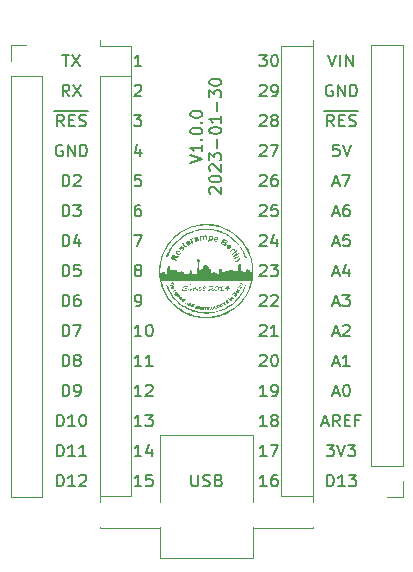
<source format=gbr>
%TF.GenerationSoftware,KiCad,Pcbnew,(6.0.11-0)*%
%TF.CreationDate,2023-01-30T19:10:04-05:00*%
%TF.ProjectId,Nano-Breakout,4e616e6f-2d42-4726-9561-6b6f75742e6b,1.0.0*%
%TF.SameCoordinates,Original*%
%TF.FileFunction,Legend,Top*%
%TF.FilePolarity,Positive*%
%FSLAX46Y46*%
G04 Gerber Fmt 4.6, Leading zero omitted, Abs format (unit mm)*
G04 Created by KiCad (PCBNEW (6.0.11-0)) date 2023-01-30 19:10:04*
%MOMM*%
%LPD*%
G01*
G04 APERTURE LIST*
%ADD10C,0.000000*%
%ADD11C,0.150000*%
%ADD12C,0.200000*%
%ADD13C,0.120000*%
%ADD14R,1.700000X1.700000*%
%ADD15O,1.700000X1.700000*%
%ADD16R,1.600000X1.600000*%
%ADD17O,1.600000X1.600000*%
G04 APERTURE END LIST*
D10*
G36*
X150551522Y-92458768D02*
G01*
X150503016Y-92499810D01*
X150465049Y-92454953D01*
X150513537Y-92413910D01*
X150551522Y-92458768D01*
G37*
G36*
X151255999Y-88766436D02*
G01*
X150910030Y-88954478D01*
X150860264Y-88862930D01*
X151206233Y-88674906D01*
X151255999Y-88766436D01*
G37*
G36*
X145895937Y-91655701D02*
G01*
X145899653Y-91656069D01*
X145903400Y-91656642D01*
X145907179Y-91657421D01*
X145910990Y-91658405D01*
X145914832Y-91659594D01*
X145918673Y-91661019D01*
X145922479Y-91662711D01*
X145926250Y-91664671D01*
X145929987Y-91666897D01*
X145933689Y-91669390D01*
X145937356Y-91672151D01*
X145940988Y-91675179D01*
X145944586Y-91678473D01*
X145948149Y-91682035D01*
X145951677Y-91685865D01*
X145955171Y-91689961D01*
X145958629Y-91694325D01*
X145962053Y-91698956D01*
X145965443Y-91703854D01*
X145968797Y-91709019D01*
X145972117Y-91714452D01*
X145975156Y-91719695D01*
X145977986Y-91724832D01*
X145980608Y-91729863D01*
X145983021Y-91734788D01*
X145985226Y-91739608D01*
X145987222Y-91744321D01*
X145989010Y-91748928D01*
X145990589Y-91753430D01*
X145991960Y-91757825D01*
X145993122Y-91762115D01*
X145994076Y-91766298D01*
X145994821Y-91770376D01*
X145995357Y-91774348D01*
X145995684Y-91778214D01*
X145995803Y-91781974D01*
X145995712Y-91785628D01*
X145995433Y-91789210D01*
X145994992Y-91792753D01*
X145994388Y-91796258D01*
X145993622Y-91799723D01*
X145992692Y-91803150D01*
X145991601Y-91806538D01*
X145990347Y-91809886D01*
X145988929Y-91813196D01*
X145987350Y-91816467D01*
X145985607Y-91819699D01*
X145983701Y-91822891D01*
X145981633Y-91826044D01*
X145979401Y-91829158D01*
X145977007Y-91832233D01*
X145974449Y-91835268D01*
X145971728Y-91838264D01*
X145931612Y-91792388D01*
X145932837Y-91791072D01*
X145933991Y-91789736D01*
X145935073Y-91788379D01*
X145936085Y-91787002D01*
X145937025Y-91785604D01*
X145937893Y-91784187D01*
X145938691Y-91782748D01*
X145939416Y-91781289D01*
X145940071Y-91779810D01*
X145940654Y-91778311D01*
X145941166Y-91776791D01*
X145941606Y-91775251D01*
X145941974Y-91773690D01*
X145942271Y-91772109D01*
X145942497Y-91770507D01*
X145942651Y-91768886D01*
X145942722Y-91767241D01*
X145942707Y-91765564D01*
X145942606Y-91763855D01*
X145942418Y-91762114D01*
X145942144Y-91760341D01*
X145941783Y-91758536D01*
X145941336Y-91756699D01*
X145940803Y-91754830D01*
X145940183Y-91752929D01*
X145939477Y-91750997D01*
X145938685Y-91749032D01*
X145937806Y-91747036D01*
X145936841Y-91745008D01*
X145935789Y-91742948D01*
X145934651Y-91740857D01*
X145933427Y-91738733D01*
X145931831Y-91736097D01*
X145930244Y-91733585D01*
X145928667Y-91731197D01*
X145927100Y-91728933D01*
X145925542Y-91726793D01*
X145923994Y-91724776D01*
X145922455Y-91722884D01*
X145920926Y-91721115D01*
X145919406Y-91719470D01*
X145917896Y-91717949D01*
X145916395Y-91716551D01*
X145914904Y-91715277D01*
X145913423Y-91714126D01*
X145911951Y-91713099D01*
X145910488Y-91712195D01*
X145909035Y-91711415D01*
X145908044Y-91710983D01*
X145907061Y-91710612D01*
X145906088Y-91710302D01*
X145905125Y-91710053D01*
X145904170Y-91709864D01*
X145903225Y-91709736D01*
X145902290Y-91709668D01*
X145901363Y-91709660D01*
X145900446Y-91709713D01*
X145899537Y-91709826D01*
X145898638Y-91709999D01*
X145897747Y-91710233D01*
X145896866Y-91710526D01*
X145895993Y-91710880D01*
X145895129Y-91711294D01*
X145894274Y-91711767D01*
X145893914Y-91711988D01*
X145893564Y-91712218D01*
X145893224Y-91712457D01*
X145892894Y-91712704D01*
X145892573Y-91712960D01*
X145892262Y-91713224D01*
X145891961Y-91713496D01*
X145891669Y-91713778D01*
X145891388Y-91714068D01*
X145891116Y-91714366D01*
X145890853Y-91714673D01*
X145890601Y-91714989D01*
X145890358Y-91715313D01*
X145890125Y-91715646D01*
X145889902Y-91715987D01*
X145889688Y-91716337D01*
X145889484Y-91716696D01*
X145889290Y-91717063D01*
X145889105Y-91717438D01*
X145888930Y-91717823D01*
X145888610Y-91718617D01*
X145888328Y-91719445D01*
X145888085Y-91720308D01*
X145887881Y-91721205D01*
X145887715Y-91722136D01*
X145887588Y-91723101D01*
X145887523Y-91724580D01*
X145887591Y-91726362D01*
X145887792Y-91728449D01*
X145888126Y-91730839D01*
X145888594Y-91733533D01*
X145889194Y-91736531D01*
X145889928Y-91739834D01*
X145890795Y-91743440D01*
X145892927Y-91751565D01*
X145895592Y-91760906D01*
X145898788Y-91771464D01*
X145902516Y-91783239D01*
X145906202Y-91795253D01*
X145909260Y-91806526D01*
X145911689Y-91817060D01*
X145912668Y-91822049D01*
X145913490Y-91826853D01*
X145914154Y-91831472D01*
X145914662Y-91835906D01*
X145915012Y-91840154D01*
X145915205Y-91844218D01*
X145915241Y-91848096D01*
X145915120Y-91851789D01*
X145914842Y-91855296D01*
X145914406Y-91858619D01*
X145913770Y-91861798D01*
X145912964Y-91864896D01*
X145911988Y-91867915D01*
X145910844Y-91870853D01*
X145909531Y-91873711D01*
X145908048Y-91876488D01*
X145906397Y-91879185D01*
X145904576Y-91881802D01*
X145902587Y-91884339D01*
X145900429Y-91886795D01*
X145898103Y-91889171D01*
X145895607Y-91891467D01*
X145892943Y-91893682D01*
X145890110Y-91895817D01*
X145887109Y-91897872D01*
X145883939Y-91899846D01*
X145880367Y-91901843D01*
X145876746Y-91903617D01*
X145873077Y-91905168D01*
X145869361Y-91906497D01*
X145865598Y-91907603D01*
X145861787Y-91908487D01*
X145857928Y-91909148D01*
X145854021Y-91909588D01*
X145850067Y-91909805D01*
X145846066Y-91909800D01*
X145842017Y-91909572D01*
X145837921Y-91909123D01*
X145833777Y-91908451D01*
X145829586Y-91907558D01*
X145825347Y-91906443D01*
X145821061Y-91905106D01*
X145816775Y-91903521D01*
X145812544Y-91901664D01*
X145808366Y-91899535D01*
X145804243Y-91897132D01*
X145800174Y-91894458D01*
X145796159Y-91891510D01*
X145792198Y-91888290D01*
X145788291Y-91884798D01*
X145784438Y-91881032D01*
X145780639Y-91876995D01*
X145776895Y-91872684D01*
X145773204Y-91868101D01*
X145769567Y-91863245D01*
X145765984Y-91858117D01*
X145762455Y-91852716D01*
X145758980Y-91847043D01*
X145755958Y-91841797D01*
X145753152Y-91836610D01*
X145750560Y-91831481D01*
X145748183Y-91826411D01*
X145746022Y-91821400D01*
X145744075Y-91816446D01*
X145742344Y-91811551D01*
X145740827Y-91806714D01*
X145739525Y-91801935D01*
X145738439Y-91797214D01*
X145737568Y-91792552D01*
X145736912Y-91787947D01*
X145736471Y-91783400D01*
X145736245Y-91778912D01*
X145736235Y-91774481D01*
X145736440Y-91770108D01*
X145736840Y-91765801D01*
X145737414Y-91761572D01*
X145738163Y-91757418D01*
X145739086Y-91753341D01*
X145740184Y-91749340D01*
X145741457Y-91745415D01*
X145742904Y-91741566D01*
X145744526Y-91737793D01*
X145746323Y-91734097D01*
X145748294Y-91730476D01*
X145750441Y-91726930D01*
X145752762Y-91723461D01*
X145755258Y-91720068D01*
X145757928Y-91716750D01*
X145760774Y-91713507D01*
X145763795Y-91710341D01*
X145804708Y-91760199D01*
X145803022Y-91761831D01*
X145801429Y-91763483D01*
X145799929Y-91765156D01*
X145798523Y-91766849D01*
X145797210Y-91768563D01*
X145795991Y-91770298D01*
X145794864Y-91772052D01*
X145793831Y-91773828D01*
X145792892Y-91775624D01*
X145792046Y-91777441D01*
X145791293Y-91779278D01*
X145790633Y-91781136D01*
X145790067Y-91783015D01*
X145789594Y-91784915D01*
X145789214Y-91786835D01*
X145788928Y-91788777D01*
X145788741Y-91790739D01*
X145788658Y-91792730D01*
X145788680Y-91794750D01*
X145788806Y-91796798D01*
X145789036Y-91798875D01*
X145789371Y-91800981D01*
X145789811Y-91803116D01*
X145790354Y-91805279D01*
X145791002Y-91807470D01*
X145791753Y-91809691D01*
X145792609Y-91811940D01*
X145793569Y-91814217D01*
X145794633Y-91816524D01*
X145795800Y-91818858D01*
X145797072Y-91821222D01*
X145798447Y-91823614D01*
X145800026Y-91826205D01*
X145801617Y-91828677D01*
X145803219Y-91831030D01*
X145804834Y-91833265D01*
X145806460Y-91835382D01*
X145808099Y-91837381D01*
X145809749Y-91839261D01*
X145811412Y-91841024D01*
X145813087Y-91842668D01*
X145814774Y-91844194D01*
X145816473Y-91845603D01*
X145818184Y-91846893D01*
X145819908Y-91848066D01*
X145821645Y-91849120D01*
X145823393Y-91850057D01*
X145825155Y-91850877D01*
X145826364Y-91851337D01*
X145827570Y-91851722D01*
X145828771Y-91852035D01*
X145829968Y-91852273D01*
X145831160Y-91852438D01*
X145832348Y-91852530D01*
X145833532Y-91852548D01*
X145834711Y-91852493D01*
X145835886Y-91852364D01*
X145837057Y-91852162D01*
X145838223Y-91851887D01*
X145839386Y-91851539D01*
X145840543Y-91851117D01*
X145841697Y-91850622D01*
X145842846Y-91850055D01*
X145843990Y-91849414D01*
X145844751Y-91848942D01*
X145845477Y-91848449D01*
X145846168Y-91847936D01*
X145846824Y-91847403D01*
X145847446Y-91846849D01*
X145848032Y-91846275D01*
X145848585Y-91845681D01*
X145849102Y-91845066D01*
X145849585Y-91844431D01*
X145850033Y-91843775D01*
X145850446Y-91843099D01*
X145850824Y-91842402D01*
X145851168Y-91841685D01*
X145851477Y-91840948D01*
X145851752Y-91840190D01*
X145851992Y-91839412D01*
X145852150Y-91838575D01*
X145852256Y-91837662D01*
X145852311Y-91836672D01*
X145852315Y-91835606D01*
X145852266Y-91834464D01*
X145852167Y-91833245D01*
X145852016Y-91831950D01*
X145851813Y-91830578D01*
X145851559Y-91829130D01*
X145851254Y-91827606D01*
X145850897Y-91826005D01*
X145850488Y-91824327D01*
X145850029Y-91822574D01*
X145849518Y-91820744D01*
X145848956Y-91818837D01*
X145848342Y-91816854D01*
X145842585Y-91798945D01*
X145837647Y-91782596D01*
X145833528Y-91767808D01*
X145830229Y-91754580D01*
X145827750Y-91742912D01*
X145826090Y-91732805D01*
X145825249Y-91724256D01*
X145825136Y-91720567D01*
X145825228Y-91717267D01*
X145825607Y-91713030D01*
X145826201Y-91708924D01*
X145827010Y-91704948D01*
X145828035Y-91701103D01*
X145829275Y-91697389D01*
X145830730Y-91693806D01*
X145832401Y-91690353D01*
X145834288Y-91687032D01*
X145836390Y-91683842D01*
X145838707Y-91680783D01*
X145841240Y-91677856D01*
X145843989Y-91675059D01*
X145846953Y-91672394D01*
X145850133Y-91669860D01*
X145853529Y-91667458D01*
X145857140Y-91665187D01*
X145860510Y-91663299D01*
X145863912Y-91661617D01*
X145867344Y-91660139D01*
X145870808Y-91658867D01*
X145874304Y-91657799D01*
X145877831Y-91656937D01*
X145881389Y-91656279D01*
X145884979Y-91655827D01*
X145888600Y-91655580D01*
X145892253Y-91655538D01*
X145895937Y-91655701D01*
G37*
G36*
X146313511Y-92194994D02*
G01*
X146287490Y-92218793D01*
X146293819Y-92218416D01*
X146299999Y-92218347D01*
X146306031Y-92218586D01*
X146311913Y-92219133D01*
X146317647Y-92219989D01*
X146323232Y-92221153D01*
X146328669Y-92222625D01*
X146333956Y-92224405D01*
X146339095Y-92226493D01*
X146344086Y-92228890D01*
X146348927Y-92231595D01*
X146353621Y-92234608D01*
X146358165Y-92237929D01*
X146362561Y-92241558D01*
X146366809Y-92245496D01*
X146370908Y-92249742D01*
X146372651Y-92251692D01*
X146374331Y-92253661D01*
X146375948Y-92255649D01*
X146377503Y-92257656D01*
X146378994Y-92259682D01*
X146380423Y-92261727D01*
X146381789Y-92263790D01*
X146383092Y-92265873D01*
X146384333Y-92267975D01*
X146385511Y-92270096D01*
X146386626Y-92272236D01*
X146387678Y-92274396D01*
X146388668Y-92276575D01*
X146389595Y-92278773D01*
X146390460Y-92280990D01*
X146391262Y-92283227D01*
X146391995Y-92285457D01*
X146392660Y-92287660D01*
X146393256Y-92289836D01*
X146393783Y-92291986D01*
X146394242Y-92294108D01*
X146394633Y-92296204D01*
X146394954Y-92298273D01*
X146395207Y-92300315D01*
X146395392Y-92302331D01*
X146395508Y-92304320D01*
X146395555Y-92306282D01*
X146395534Y-92308217D01*
X146395444Y-92310126D01*
X146395286Y-92312009D01*
X146395059Y-92313865D01*
X146394763Y-92315694D01*
X146394409Y-92317503D01*
X146394008Y-92319298D01*
X146393560Y-92321078D01*
X146393065Y-92322844D01*
X146392523Y-92324595D01*
X146391934Y-92326332D01*
X146391297Y-92328054D01*
X146390614Y-92329761D01*
X146389884Y-92331453D01*
X146389107Y-92333131D01*
X146388283Y-92334794D01*
X146387413Y-92336442D01*
X146386496Y-92338075D01*
X146385532Y-92339692D01*
X146384522Y-92341295D01*
X146383465Y-92342883D01*
X146382338Y-92344487D01*
X146381118Y-92346139D01*
X146379805Y-92347840D01*
X146378399Y-92349588D01*
X146376899Y-92351384D01*
X146375307Y-92353228D01*
X146371843Y-92357061D01*
X146368007Y-92361084D01*
X146363801Y-92365297D01*
X146359224Y-92369701D01*
X146354276Y-92374294D01*
X146244151Y-92474973D01*
X146201294Y-92428078D01*
X146291731Y-92345402D01*
X146298546Y-92339088D01*
X146304642Y-92333258D01*
X146310019Y-92327913D01*
X146314676Y-92323054D01*
X146318614Y-92318680D01*
X146320313Y-92316675D01*
X146321831Y-92314791D01*
X146323170Y-92313029D01*
X146324329Y-92311388D01*
X146325308Y-92309869D01*
X146326106Y-92308471D01*
X146326790Y-92307129D01*
X146327417Y-92305786D01*
X146327988Y-92304440D01*
X146328502Y-92303091D01*
X146328961Y-92301741D01*
X146329363Y-92300388D01*
X146329708Y-92299033D01*
X146329998Y-92297676D01*
X146330231Y-92296316D01*
X146330408Y-92294954D01*
X146330529Y-92293589D01*
X146330593Y-92292222D01*
X146330602Y-92290852D01*
X146330555Y-92289480D01*
X146330451Y-92288105D01*
X146330291Y-92286728D01*
X146330073Y-92285355D01*
X146329798Y-92283994D01*
X146329468Y-92282645D01*
X146329082Y-92281307D01*
X146328641Y-92279981D01*
X146328144Y-92278668D01*
X146327590Y-92277366D01*
X146326981Y-92276076D01*
X146326316Y-92274798D01*
X146325594Y-92273532D01*
X146324817Y-92272278D01*
X146323983Y-92271036D01*
X146323094Y-92269805D01*
X146322148Y-92268587D01*
X146321145Y-92267382D01*
X146320087Y-92266188D01*
X146318677Y-92264697D01*
X146317234Y-92263274D01*
X146315756Y-92261919D01*
X146314245Y-92260631D01*
X146312700Y-92259411D01*
X146311120Y-92258258D01*
X146309506Y-92257173D01*
X146307858Y-92256154D01*
X146306176Y-92255204D01*
X146304459Y-92254320D01*
X146302708Y-92253504D01*
X146300923Y-92252754D01*
X146299103Y-92252072D01*
X146297248Y-92251457D01*
X146295359Y-92250909D01*
X146293435Y-92250427D01*
X146291499Y-92250019D01*
X146289573Y-92249689D01*
X146287656Y-92249438D01*
X146285750Y-92249266D01*
X146283853Y-92249173D01*
X146281966Y-92249159D01*
X146280088Y-92249223D01*
X146278220Y-92249366D01*
X146276362Y-92249588D01*
X146274513Y-92249888D01*
X146272674Y-92250267D01*
X146270844Y-92250724D01*
X146269023Y-92251259D01*
X146267212Y-92251873D01*
X146265410Y-92252565D01*
X146263617Y-92253335D01*
X146261768Y-92254225D01*
X146259799Y-92255277D01*
X146257710Y-92256490D01*
X146255501Y-92257866D01*
X146253172Y-92259403D01*
X146250722Y-92261102D01*
X146248152Y-92262962D01*
X146245462Y-92264984D01*
X146242651Y-92267167D01*
X146239721Y-92269512D01*
X146233499Y-92274686D01*
X146226795Y-92280505D01*
X146219611Y-92286969D01*
X146139361Y-92360329D01*
X146096485Y-92313453D01*
X146273711Y-92151451D01*
X146313511Y-92194994D01*
G37*
G36*
X144603159Y-90394513D02*
G01*
X144596983Y-90189058D01*
X144596993Y-90188540D01*
X144708108Y-90188540D01*
X144714111Y-90388276D01*
X144715221Y-90402005D01*
X144748779Y-90361728D01*
X144855904Y-90442293D01*
X144855904Y-90276050D01*
X145062689Y-90276050D01*
X145062689Y-90663784D01*
X145140236Y-90663784D01*
X145140236Y-90420791D01*
X145248805Y-90420791D01*
X145248805Y-89975050D01*
X145248911Y-89974418D01*
X145249221Y-89973542D01*
X145250396Y-89971123D01*
X145252223Y-89967933D01*
X145254592Y-89964111D01*
X145260525Y-89955127D01*
X145267325Y-89945282D01*
X145280058Y-89927461D01*
X145285846Y-89919543D01*
X145291217Y-90276050D01*
X145341853Y-90276050D01*
X145341853Y-89880520D01*
X145341972Y-89879309D01*
X145342304Y-89877787D01*
X145343563Y-89873861D01*
X145345528Y-89868834D01*
X145348099Y-89862800D01*
X145362437Y-89830465D01*
X145366533Y-89820799D01*
X145370632Y-89810687D01*
X145374634Y-89800223D01*
X145378439Y-89789500D01*
X145381945Y-89778612D01*
X145385054Y-89767652D01*
X145387664Y-89756714D01*
X145389674Y-89745891D01*
X145395397Y-89744327D01*
X145401143Y-89743303D01*
X145406899Y-89742787D01*
X145412651Y-89742748D01*
X145418386Y-89743153D01*
X145424089Y-89743970D01*
X145429749Y-89745166D01*
X145435351Y-89746710D01*
X145440882Y-89748569D01*
X145446328Y-89750712D01*
X145456915Y-89755717D01*
X145467002Y-89761468D01*
X145476484Y-89767707D01*
X145485252Y-89774177D01*
X145493199Y-89780620D01*
X145500218Y-89786778D01*
X145506202Y-89792395D01*
X145514633Y-89800971D01*
X145517635Y-89804288D01*
X145517635Y-90379434D01*
X145605516Y-90379434D01*
X145605516Y-90097677D01*
X145734773Y-90097677D01*
X145734773Y-90379434D01*
X145812319Y-90379434D01*
X145812319Y-90033057D01*
X146086316Y-90033057D01*
X146086316Y-90379434D01*
X146143176Y-90379434D01*
X146143176Y-90570717D01*
X146213184Y-90570717D01*
X146270470Y-90570717D01*
X146308067Y-90570717D01*
X146333126Y-90570717D01*
X146397782Y-90570717D01*
X146422840Y-90570717D01*
X146514148Y-90570717D01*
X146539206Y-90570717D01*
X146603659Y-90570717D01*
X146628718Y-90570717D01*
X146684836Y-90570717D01*
X146684836Y-90361728D01*
X146628718Y-90361728D01*
X146628718Y-90570717D01*
X146603659Y-90570717D01*
X146603659Y-90361728D01*
X146539206Y-90361728D01*
X146539206Y-90570717D01*
X146514148Y-90570717D01*
X146514148Y-90361728D01*
X146422840Y-90361728D01*
X146422840Y-90570717D01*
X146397782Y-90570717D01*
X146397782Y-90361728D01*
X146333126Y-90361728D01*
X146333126Y-90570717D01*
X146308067Y-90570717D01*
X146308067Y-90361728D01*
X146270470Y-90361728D01*
X146270470Y-90570717D01*
X146213184Y-90570717D01*
X146213184Y-90361728D01*
X146214981Y-90361728D01*
X146206980Y-90318778D01*
X146189904Y-90316982D01*
X146191700Y-90299072D01*
X146227501Y-90299072D01*
X146227501Y-90245028D01*
X146422840Y-90245028D01*
X146422840Y-90195244D01*
X146436953Y-90195244D01*
X146436953Y-90245028D01*
X146461197Y-90245028D01*
X146461384Y-90244471D01*
X146461569Y-90243505D01*
X146461928Y-90240597D01*
X146462264Y-90236793D01*
X146462563Y-90232582D01*
X146463179Y-90221470D01*
X146450973Y-90219173D01*
X146450325Y-90195244D01*
X146452139Y-90195499D01*
X146454011Y-90195723D01*
X146456178Y-90195925D01*
X146457289Y-90195998D01*
X146458376Y-90196042D01*
X146459404Y-90196048D01*
X146460342Y-90196010D01*
X146461157Y-90195918D01*
X146461507Y-90195850D01*
X146461815Y-90195765D01*
X146462075Y-90195663D01*
X146462284Y-90195543D01*
X146462437Y-90195404D01*
X146462531Y-90195244D01*
X146462659Y-90194794D01*
X146462801Y-90194140D01*
X146463111Y-90192343D01*
X146463437Y-90190108D01*
X146463755Y-90187688D01*
X146464278Y-90183310D01*
X146464494Y-90181242D01*
X146464572Y-90181061D01*
X146464791Y-90180664D01*
X146465576Y-90179348D01*
X146467957Y-90175506D01*
X146471420Y-90170019D01*
X146476249Y-90169570D01*
X146478047Y-90169429D01*
X146479640Y-90169331D01*
X146480807Y-90169303D01*
X146481163Y-90169323D01*
X146481271Y-90169343D01*
X146481329Y-90169371D01*
X146481399Y-90169541D01*
X146481483Y-90169915D01*
X146481686Y-90171155D01*
X146482195Y-90174800D01*
X146482479Y-90176739D01*
X146482767Y-90178447D01*
X146482909Y-90179142D01*
X146483048Y-90179693D01*
X146483182Y-90180069D01*
X146483247Y-90180183D01*
X146483311Y-90180243D01*
X146483382Y-90180306D01*
X146483473Y-90180431D01*
X146483709Y-90180848D01*
X146484357Y-90182238D01*
X146485160Y-90184145D01*
X146486026Y-90186303D01*
X146488256Y-90192114D01*
X146501776Y-90195244D01*
X146502110Y-90217858D01*
X146500299Y-90217834D01*
X146498436Y-90217844D01*
X146496292Y-90217904D01*
X146495197Y-90217961D01*
X146494132Y-90218041D01*
X146493131Y-90218146D01*
X146492226Y-90218280D01*
X146491450Y-90218446D01*
X146490838Y-90218649D01*
X146490604Y-90218764D01*
X146490423Y-90218890D01*
X146490300Y-90219026D01*
X146490238Y-90219173D01*
X146490099Y-90220757D01*
X146489941Y-90223908D01*
X146489612Y-90232719D01*
X146489237Y-90245028D01*
X146515704Y-90245028D01*
X146515704Y-90195244D01*
X146529835Y-90195244D01*
X146529835Y-90245028D01*
X146721600Y-90245028D01*
X146721600Y-90299072D01*
X146757419Y-90299072D01*
X146759197Y-90316982D01*
X146742120Y-90318778D01*
X146734138Y-90361728D01*
X146742120Y-90361728D01*
X146742120Y-90570717D01*
X146830762Y-90570717D01*
X146830762Y-90420791D01*
X147134855Y-90420791D01*
X147134913Y-90420323D01*
X147134956Y-90419594D01*
X147135003Y-90417509D01*
X147134987Y-90411968D01*
X147134855Y-90404437D01*
X147146264Y-90404085D01*
X147148042Y-90366284D01*
X147171582Y-90364858D01*
X147172555Y-90352159D01*
X147173364Y-90343160D01*
X147173730Y-90340002D01*
X147173889Y-90339009D01*
X147174027Y-90338503D01*
X147174040Y-90338499D01*
X147174052Y-90338496D01*
X147174062Y-90338492D01*
X147174072Y-90338489D01*
X147174086Y-90338482D01*
X147174092Y-90338478D01*
X147174094Y-90338477D01*
X147174098Y-90338473D01*
X147174099Y-90338471D01*
X147174100Y-90338470D01*
X147174100Y-90338468D01*
X147174101Y-90338466D01*
X147174101Y-90338465D01*
X147174098Y-90338459D01*
X147174093Y-90338454D01*
X147174089Y-90338451D01*
X147174082Y-90338448D01*
X147174069Y-90338448D01*
X147174067Y-90338449D01*
X147174065Y-90338449D01*
X147174063Y-90338450D01*
X147174062Y-90338450D01*
X147174056Y-90338453D01*
X147174053Y-90338456D01*
X147174051Y-90338457D01*
X147174049Y-90338459D01*
X147174048Y-90338461D01*
X147174044Y-90338465D01*
X147174042Y-90338468D01*
X147174041Y-90338471D01*
X147174037Y-90338477D01*
X147174035Y-90338481D01*
X147174034Y-90338484D01*
X147174032Y-90338489D01*
X147174030Y-90338493D01*
X147174028Y-90338498D01*
X147174027Y-90338503D01*
X147173205Y-90338528D01*
X147171694Y-90338502D01*
X147167593Y-90338355D01*
X147161951Y-90338095D01*
X147161106Y-90324362D01*
X147160599Y-90314921D01*
X147160485Y-90311809D01*
X147160483Y-90310938D01*
X147160525Y-90310629D01*
X147197270Y-90312777D01*
X147198606Y-90247880D01*
X147199372Y-90203264D01*
X147199400Y-90182983D01*
X147188343Y-90182983D01*
X147187322Y-90162814D01*
X147186695Y-90148948D01*
X147186541Y-90144379D01*
X147186565Y-90142646D01*
X147213309Y-90141219D01*
X147213679Y-90154054D01*
X147236849Y-90154777D01*
X147238243Y-90141874D01*
X147239225Y-90133141D01*
X147239565Y-90130360D01*
X147239720Y-90129459D01*
X147239761Y-90129513D01*
X147239863Y-90129558D01*
X147240237Y-90129623D01*
X147240807Y-90129658D01*
X147241542Y-90129666D01*
X147243370Y-90129618D01*
X147245459Y-90129509D01*
X147249359Y-90129234D01*
X147251129Y-90129087D01*
X147250726Y-90083038D01*
X147250676Y-90051304D01*
X147250820Y-90040794D01*
X147250952Y-90037820D01*
X147251129Y-90036724D01*
X147252601Y-90036618D01*
X147255816Y-90036568D01*
X147265080Y-90036585D01*
X147278225Y-90036724D01*
X147277521Y-90129087D01*
X147290708Y-90128384D01*
X147291431Y-90154777D01*
X147318175Y-90154777D01*
X147318896Y-90128384D01*
X147344214Y-90128032D01*
X147344214Y-90311351D01*
X147357718Y-90311395D01*
X147366829Y-90311500D01*
X147369824Y-90311587D01*
X147370662Y-90311641D01*
X147370958Y-90311703D01*
X147370958Y-90339521D01*
X147363652Y-90339926D01*
X147358629Y-90340279D01*
X147356973Y-90340448D01*
X147356510Y-90340525D01*
X147356387Y-90340562D01*
X147356345Y-90340596D01*
X147358124Y-90363413D01*
X147380941Y-90365562D01*
X147382016Y-90401937D01*
X147374570Y-90403011D01*
X147369530Y-90403750D01*
X147367403Y-90404085D01*
X147367439Y-90404126D01*
X147367481Y-90404246D01*
X147367580Y-90404698D01*
X147367829Y-90406314D01*
X147368424Y-90411216D01*
X147369181Y-90418346D01*
X147383442Y-90420791D01*
X147704463Y-90420791D01*
X147704463Y-90529360D01*
X147710816Y-90529360D01*
X147797197Y-90452109D01*
X147848740Y-89431686D01*
X147844245Y-89429625D01*
X147839838Y-89427410D01*
X147835524Y-89425042D01*
X147831306Y-89422526D01*
X147827188Y-89419865D01*
X147823172Y-89417062D01*
X147819263Y-89414121D01*
X147815464Y-89411046D01*
X147811779Y-89407840D01*
X147808211Y-89404507D01*
X147804764Y-89401050D01*
X147801440Y-89397472D01*
X147798245Y-89393778D01*
X147795181Y-89389970D01*
X147792251Y-89386053D01*
X147789460Y-89382029D01*
X147786811Y-89377903D01*
X147784307Y-89373677D01*
X147781952Y-89369356D01*
X147779749Y-89364943D01*
X147777703Y-89360441D01*
X147775815Y-89355854D01*
X147774091Y-89351185D01*
X147772533Y-89346438D01*
X147771146Y-89341617D01*
X147769932Y-89336725D01*
X147768895Y-89331765D01*
X147768038Y-89326742D01*
X147767366Y-89321657D01*
X147766882Y-89316517D01*
X147766588Y-89311322D01*
X147766490Y-89306078D01*
X147766634Y-89299739D01*
X147767062Y-89293473D01*
X147767768Y-89287288D01*
X147768745Y-89281190D01*
X147769987Y-89275184D01*
X147771488Y-89269277D01*
X147773242Y-89263476D01*
X147775243Y-89257785D01*
X147777483Y-89252213D01*
X147779958Y-89246764D01*
X147782660Y-89241446D01*
X147785584Y-89236264D01*
X147788723Y-89231225D01*
X147792071Y-89226335D01*
X147795622Y-89221600D01*
X147799369Y-89217027D01*
X147803306Y-89212621D01*
X147807428Y-89208390D01*
X147811727Y-89204338D01*
X147816198Y-89200473D01*
X147820833Y-89196801D01*
X147825628Y-89193327D01*
X147830576Y-89190059D01*
X147835670Y-89187003D01*
X147840905Y-89184164D01*
X147846273Y-89181549D01*
X147851769Y-89179164D01*
X147857387Y-89177016D01*
X147863120Y-89175110D01*
X147868962Y-89173454D01*
X147874907Y-89172053D01*
X147880949Y-89170913D01*
X147881006Y-89168849D01*
X147881019Y-89166692D01*
X147880957Y-89162553D01*
X147880800Y-89158152D01*
X147876473Y-89158810D01*
X147867018Y-89160127D01*
X147862022Y-89160723D01*
X147857727Y-89161113D01*
X147856050Y-89161192D01*
X147854796Y-89161174D01*
X147854048Y-89161042D01*
X147853890Y-89160929D01*
X147853890Y-89160782D01*
X147854059Y-89160288D01*
X147854245Y-89159491D01*
X147854654Y-89157171D01*
X147855084Y-89154191D01*
X147855505Y-89150924D01*
X147856482Y-89142372D01*
X147880800Y-89144113D01*
X147904247Y-88510497D01*
X147922472Y-89145872D01*
X147937233Y-89145546D01*
X147942500Y-89145490D01*
X147947137Y-89145505D01*
X147950512Y-89145622D01*
X147951529Y-89145729D01*
X147951994Y-89145872D01*
X147952076Y-89145987D01*
X147952157Y-89146164D01*
X147952319Y-89146688D01*
X147952478Y-89147411D01*
X147952634Y-89148297D01*
X147952928Y-89150421D01*
X147953191Y-89152783D01*
X147953586Y-89157105D01*
X147953735Y-89159041D01*
X147923343Y-89159911D01*
X147923917Y-89170579D01*
X147930055Y-89171639D01*
X147936098Y-89172969D01*
X147942037Y-89174562D01*
X147947867Y-89176411D01*
X147953580Y-89178510D01*
X147959172Y-89180853D01*
X147964635Y-89183432D01*
X147969962Y-89186242D01*
X147975148Y-89189276D01*
X147980186Y-89192528D01*
X147985069Y-89195991D01*
X147989792Y-89199659D01*
X147994346Y-89203525D01*
X147998727Y-89207583D01*
X148002927Y-89211827D01*
X148006941Y-89216249D01*
X148010761Y-89220844D01*
X148014382Y-89225605D01*
X148017796Y-89230526D01*
X148020998Y-89235599D01*
X148023981Y-89240819D01*
X148026738Y-89246180D01*
X148029263Y-89251674D01*
X148031550Y-89257296D01*
X148033592Y-89263038D01*
X148035383Y-89268895D01*
X148036915Y-89274860D01*
X148038184Y-89280926D01*
X148039182Y-89287088D01*
X148039903Y-89293338D01*
X148040340Y-89299670D01*
X148040487Y-89306078D01*
X148040375Y-89311682D01*
X148040040Y-89317228D01*
X148038721Y-89328133D01*
X148036565Y-89338758D01*
X148033607Y-89349069D01*
X148029880Y-89359030D01*
X148025419Y-89368608D01*
X148020258Y-89377767D01*
X148014433Y-89386474D01*
X148007977Y-89394694D01*
X148000924Y-89402391D01*
X147993310Y-89409533D01*
X147985168Y-89416083D01*
X147976532Y-89422009D01*
X147967439Y-89427274D01*
X147957920Y-89431844D01*
X147948012Y-89435686D01*
X147991870Y-90452517D01*
X148079528Y-90529360D01*
X148087029Y-90529360D01*
X148087029Y-90097546D01*
X148087147Y-90093163D01*
X148087482Y-90088838D01*
X148088031Y-90084575D01*
X148088786Y-90080381D01*
X148089743Y-90076260D01*
X148090897Y-90072219D01*
X148092241Y-90068262D01*
X148093772Y-90064394D01*
X148095483Y-90060622D01*
X148097368Y-90056950D01*
X148099424Y-90053384D01*
X148101644Y-90049929D01*
X148104023Y-90046590D01*
X148106556Y-90043373D01*
X148109237Y-90040283D01*
X148112061Y-90037326D01*
X148115022Y-90034507D01*
X148118116Y-90031830D01*
X148121337Y-90029303D01*
X148124679Y-90026929D01*
X148128137Y-90024714D01*
X148131706Y-90022664D01*
X148135381Y-90020784D01*
X148139156Y-90019078D01*
X148143026Y-90017554D01*
X148146985Y-90016215D01*
X148151028Y-90015068D01*
X148155150Y-90014117D01*
X148159345Y-90013369D01*
X148163609Y-90012827D01*
X148167935Y-90012499D01*
X148172318Y-90012388D01*
X148176708Y-90012499D01*
X148181041Y-90012828D01*
X148185310Y-90013371D01*
X148189511Y-90014121D01*
X148193639Y-90015073D01*
X148197687Y-90016223D01*
X148201651Y-90017564D01*
X148205525Y-90019091D01*
X148209304Y-90020799D01*
X148212982Y-90022683D01*
X148216554Y-90024737D01*
X148220015Y-90026955D01*
X148223360Y-90029333D01*
X148226583Y-90031865D01*
X148229678Y-90034546D01*
X148232641Y-90037370D01*
X148235465Y-90040332D01*
X148238146Y-90043427D01*
X148240679Y-90046649D01*
X148243057Y-90049993D01*
X148245276Y-90053454D01*
X148247330Y-90057025D01*
X148249214Y-90060703D01*
X148250922Y-90064481D01*
X148252449Y-90068354D01*
X148253790Y-90072316D01*
X148254940Y-90076363D01*
X148255892Y-90080490D01*
X148256642Y-90084689D01*
X148257185Y-90088957D01*
X148257514Y-90093288D01*
X148257625Y-90097677D01*
X148257625Y-90219173D01*
X148309317Y-90219173D01*
X148309317Y-89880167D01*
X148309636Y-89868041D01*
X148310548Y-89856072D01*
X148312036Y-89844272D01*
X148314088Y-89832658D01*
X148316689Y-89821242D01*
X148319824Y-89810040D01*
X148323480Y-89799065D01*
X148327642Y-89788332D01*
X148332295Y-89777855D01*
X148337427Y-89767648D01*
X148343022Y-89757726D01*
X148349066Y-89748102D01*
X148355544Y-89738791D01*
X148362444Y-89729807D01*
X148369750Y-89721165D01*
X148377448Y-89712878D01*
X148385524Y-89704961D01*
X148393964Y-89697428D01*
X148402753Y-89690294D01*
X148411877Y-89683572D01*
X148421322Y-89677276D01*
X148431074Y-89671422D01*
X148441119Y-89666023D01*
X148451441Y-89661093D01*
X148462028Y-89656648D01*
X148472864Y-89652700D01*
X148483936Y-89649264D01*
X148495229Y-89646355D01*
X148506728Y-89643987D01*
X148518421Y-89642173D01*
X148530292Y-89640929D01*
X148542327Y-89640268D01*
X148542392Y-89619432D01*
X148542567Y-89609769D01*
X148542711Y-89606489D01*
X148542901Y-89604763D01*
X148542925Y-89604756D01*
X148542946Y-89604748D01*
X148542964Y-89604740D01*
X148542981Y-89604732D01*
X148542989Y-89604728D01*
X148542996Y-89604723D01*
X148543002Y-89604719D01*
X148543008Y-89604714D01*
X148543014Y-89604710D01*
X148543018Y-89604705D01*
X148543023Y-89604701D01*
X148543026Y-89604696D01*
X148543030Y-89604691D01*
X148543036Y-89604676D01*
X148543038Y-89604666D01*
X148543037Y-89604661D01*
X148543037Y-89604656D01*
X148543036Y-89604651D01*
X148543034Y-89604646D01*
X148543032Y-89604640D01*
X148543026Y-89604630D01*
X148543018Y-89604620D01*
X148543013Y-89604614D01*
X148543009Y-89604611D01*
X148543006Y-89604609D01*
X148543002Y-89604606D01*
X148542999Y-89604604D01*
X148542995Y-89604603D01*
X148542992Y-89604602D01*
X148542988Y-89604602D01*
X148542985Y-89604601D01*
X148542981Y-89604602D01*
X148542975Y-89604604D01*
X148542971Y-89604606D01*
X148542968Y-89604609D01*
X148542964Y-89604612D01*
X148542957Y-89604619D01*
X148542954Y-89604624D01*
X148542950Y-89604629D01*
X148542947Y-89604635D01*
X148542943Y-89604641D01*
X148542940Y-89604648D01*
X148542936Y-89604655D01*
X148542933Y-89604663D01*
X148542929Y-89604672D01*
X148542926Y-89604681D01*
X148542922Y-89604691D01*
X148542919Y-89604701D01*
X148542915Y-89604712D01*
X148542912Y-89604724D01*
X148542908Y-89604736D01*
X148542905Y-89604749D01*
X148542901Y-89604763D01*
X148542321Y-89604871D01*
X148541349Y-89604946D01*
X148538466Y-89605013D01*
X148534727Y-89604992D01*
X148530606Y-89604911D01*
X148519769Y-89604559D01*
X148519565Y-89583223D01*
X148543216Y-89581983D01*
X148543216Y-89564924D01*
X148565497Y-89564629D01*
X148565497Y-89581983D01*
X148589981Y-89581983D01*
X148589981Y-89604281D01*
X148567238Y-89604281D01*
X148567997Y-89640841D01*
X148579565Y-89641991D01*
X148590965Y-89643681D01*
X148602185Y-89645897D01*
X148613211Y-89648628D01*
X148624030Y-89651859D01*
X148634630Y-89655579D01*
X148644996Y-89659773D01*
X148655116Y-89664428D01*
X148664977Y-89669532D01*
X148674566Y-89675071D01*
X148683869Y-89681032D01*
X148692874Y-89687403D01*
X148701567Y-89694170D01*
X148709936Y-89701319D01*
X148717966Y-89708838D01*
X148725646Y-89716715D01*
X148732962Y-89724934D01*
X148739901Y-89733484D01*
X148746449Y-89742352D01*
X148752595Y-89751524D01*
X148758324Y-89760987D01*
X148763623Y-89770729D01*
X148768480Y-89780735D01*
X148772882Y-89790993D01*
X148776814Y-89801490D01*
X148780265Y-89812213D01*
X148783221Y-89823149D01*
X148785669Y-89834284D01*
X148787595Y-89845605D01*
X148788987Y-89857100D01*
X148789833Y-89868755D01*
X148790117Y-89880557D01*
X148790117Y-90219173D01*
X148838346Y-90219173D01*
X148838346Y-90097546D01*
X148838463Y-90093163D01*
X148838799Y-90088838D01*
X148839347Y-90084575D01*
X148840102Y-90080381D01*
X148841059Y-90076260D01*
X148842213Y-90072219D01*
X148843557Y-90068262D01*
X148845088Y-90064394D01*
X148846799Y-90060622D01*
X148848685Y-90056950D01*
X148850741Y-90053384D01*
X148852961Y-90049929D01*
X148855340Y-90046590D01*
X148857873Y-90043373D01*
X148860554Y-90040283D01*
X148863379Y-90037326D01*
X148866341Y-90034507D01*
X148869435Y-90031830D01*
X148872656Y-90029303D01*
X148875999Y-90026929D01*
X148879458Y-90024714D01*
X148883028Y-90022664D01*
X148886704Y-90020784D01*
X148890480Y-90019078D01*
X148894351Y-90017554D01*
X148898311Y-90016215D01*
X148902355Y-90015068D01*
X148906478Y-90014117D01*
X148910675Y-90013369D01*
X148914940Y-90012827D01*
X148919268Y-90012499D01*
X148923653Y-90012388D01*
X148928041Y-90012499D01*
X148932372Y-90012828D01*
X148936641Y-90013371D01*
X148940841Y-90014121D01*
X148944967Y-90015073D01*
X148949015Y-90016223D01*
X148952978Y-90017564D01*
X148956852Y-90019091D01*
X148960630Y-90020799D01*
X148964308Y-90022683D01*
X148967881Y-90024737D01*
X148971342Y-90026955D01*
X148974687Y-90029333D01*
X148977910Y-90031865D01*
X148981005Y-90034546D01*
X148983968Y-90037370D01*
X148986793Y-90040332D01*
X148989475Y-90043427D01*
X148992008Y-90046649D01*
X148994386Y-90049993D01*
X148996606Y-90053454D01*
X148998660Y-90057025D01*
X149000545Y-90060703D01*
X149002254Y-90064481D01*
X149003781Y-90068354D01*
X149005123Y-90072316D01*
X149006273Y-90076363D01*
X149007226Y-90080490D01*
X149007976Y-90084689D01*
X149008519Y-90088957D01*
X149008848Y-90093288D01*
X149008959Y-90097677D01*
X149008959Y-90529360D01*
X149058947Y-90529360D01*
X149058947Y-90451814D01*
X149067096Y-90404752D01*
X149180407Y-90283385D01*
X149216027Y-90284751D01*
X149240617Y-90285588D01*
X149248793Y-90285792D01*
X149252008Y-90285755D01*
X149252111Y-90285402D01*
X149252243Y-90284563D01*
X149252574Y-90281708D01*
X149253367Y-90273256D01*
X149254379Y-90261104D01*
X149302255Y-90258734D01*
X149302425Y-90263031D01*
X149302906Y-90272485D01*
X149303249Y-90277535D01*
X149303654Y-90281940D01*
X149303878Y-90283699D01*
X149304115Y-90285055D01*
X149304364Y-90285928D01*
X149304494Y-90286158D01*
X149304626Y-90286237D01*
X149448274Y-90285755D01*
X149487450Y-90320843D01*
X149514485Y-90344966D01*
X149526987Y-90355931D01*
X149527031Y-90355977D01*
X149527074Y-90356112D01*
X149527161Y-90356624D01*
X149527330Y-90358456D01*
X149527490Y-90361055D01*
X149527633Y-90364048D01*
X149527932Y-90372526D01*
X149525590Y-90372780D01*
X149519420Y-90373164D01*
X149500729Y-90374116D01*
X149473888Y-90375359D01*
X149474062Y-90378644D01*
X149474231Y-90387305D01*
X149474534Y-90413586D01*
X149474832Y-90451814D01*
X149637964Y-90451814D01*
X149637964Y-90379434D01*
X149640761Y-90091861D01*
X149699990Y-89986533D01*
X149901627Y-89986533D01*
X149901627Y-90379434D01*
X149963005Y-90379434D01*
X149966523Y-90245028D01*
X149974640Y-90245675D01*
X149996699Y-90246363D01*
X150011883Y-90246136D01*
X150029262Y-90245217D01*
X150048407Y-90243369D01*
X150068888Y-90240359D01*
X150090276Y-90235951D01*
X150101175Y-90233150D01*
X150112140Y-90229912D01*
X150123116Y-90226207D01*
X150134050Y-90222007D01*
X150144889Y-90217281D01*
X150155578Y-90212001D01*
X150166064Y-90206136D01*
X150176293Y-90199659D01*
X150186211Y-90192539D01*
X150195764Y-90184747D01*
X150204900Y-90176254D01*
X150213563Y-90167031D01*
X150221701Y-90157047D01*
X150229259Y-90146275D01*
X150251748Y-90152488D01*
X150273741Y-90157161D01*
X150295229Y-90160376D01*
X150316204Y-90162216D01*
X150336659Y-90162760D01*
X150356583Y-90162092D01*
X150375970Y-90160293D01*
X150394810Y-90157445D01*
X150413096Y-90153628D01*
X150430818Y-90148926D01*
X150447969Y-90143419D01*
X150464540Y-90137189D01*
X150495908Y-90122886D01*
X150524855Y-90106673D01*
X150551314Y-90089201D01*
X150575219Y-90071123D01*
X150596500Y-90053094D01*
X150615093Y-90035766D01*
X150643940Y-90005828D01*
X150661222Y-89986533D01*
X150678327Y-90004346D01*
X150695231Y-90020685D01*
X150711912Y-90035610D01*
X150728346Y-90049180D01*
X150744512Y-90061454D01*
X150760388Y-90072493D01*
X150775950Y-90082356D01*
X150791176Y-90091102D01*
X150806044Y-90098791D01*
X150820532Y-90105483D01*
X150848276Y-90116113D01*
X150874229Y-90123468D01*
X150898212Y-90128025D01*
X150920045Y-90130261D01*
X150939549Y-90130653D01*
X150956544Y-90129676D01*
X150970851Y-90127808D01*
X150990685Y-90123305D01*
X150997615Y-90120957D01*
X150997615Y-90379434D01*
X151106907Y-90379434D01*
X151107127Y-90241741D01*
X151107650Y-90147077D01*
X151108086Y-90115881D01*
X151108667Y-90104048D01*
X151122531Y-90103473D01*
X151135077Y-90102899D01*
X151134855Y-90121629D01*
X151134827Y-90140732D01*
X151134907Y-90151463D01*
X151135077Y-90162500D01*
X151139919Y-90167538D01*
X151144762Y-90172239D01*
X151149606Y-90176607D01*
X151154452Y-90180648D01*
X151159299Y-90184365D01*
X151164148Y-90187764D01*
X151168999Y-90190850D01*
X151173854Y-90193628D01*
X151178712Y-90196102D01*
X151183574Y-90198277D01*
X151188440Y-90200159D01*
X151193311Y-90201751D01*
X151198187Y-90203060D01*
X151203069Y-90204090D01*
X151207956Y-90204845D01*
X151212850Y-90205331D01*
X151217751Y-90205553D01*
X151222659Y-90205514D01*
X151227575Y-90205221D01*
X151232499Y-90204679D01*
X151237431Y-90203891D01*
X151242372Y-90202863D01*
X151247323Y-90201599D01*
X151252284Y-90200106D01*
X151262236Y-90196447D01*
X151272233Y-90191924D01*
X151282278Y-90186578D01*
X151292374Y-90180446D01*
X151292374Y-89853442D01*
X151311933Y-89853442D01*
X151311933Y-89671178D01*
X151314100Y-89671178D01*
X151315158Y-89666446D01*
X151316414Y-89661793D01*
X151317864Y-89657222D01*
X151319503Y-89652739D01*
X151321327Y-89648348D01*
X151323331Y-89644055D01*
X151325509Y-89639863D01*
X151327858Y-89635778D01*
X151330373Y-89631805D01*
X151333049Y-89627947D01*
X151335881Y-89624210D01*
X151338864Y-89620599D01*
X151341994Y-89617117D01*
X151345266Y-89613771D01*
X151348676Y-89610564D01*
X151352218Y-89607502D01*
X151355888Y-89604589D01*
X151359681Y-89601829D01*
X151363592Y-89599228D01*
X151367618Y-89596790D01*
X151371752Y-89594520D01*
X151375991Y-89592423D01*
X151380329Y-89590503D01*
X151384762Y-89588765D01*
X151389285Y-89587214D01*
X151393894Y-89585854D01*
X151398583Y-89584691D01*
X151403349Y-89583729D01*
X151408185Y-89582972D01*
X151413088Y-89582426D01*
X151418053Y-89582094D01*
X151423076Y-89581983D01*
X151428100Y-89582094D01*
X151433066Y-89582426D01*
X151437971Y-89582972D01*
X151442809Y-89583729D01*
X151447576Y-89584691D01*
X151452266Y-89585854D01*
X151456876Y-89587214D01*
X151461400Y-89588765D01*
X151465835Y-89590503D01*
X151470174Y-89592423D01*
X151474413Y-89594520D01*
X151478548Y-89596790D01*
X151482574Y-89599228D01*
X151486486Y-89601829D01*
X151493951Y-89607502D01*
X151500903Y-89613771D01*
X151507306Y-89620599D01*
X151513121Y-89627947D01*
X151515797Y-89631805D01*
X151518312Y-89635778D01*
X151520661Y-89639863D01*
X151522840Y-89644055D01*
X151524844Y-89648348D01*
X151526668Y-89652739D01*
X151528307Y-89657222D01*
X151529758Y-89661793D01*
X151531014Y-89666446D01*
X151532071Y-89671178D01*
X151534238Y-89671178D01*
X151534238Y-89853442D01*
X151551129Y-89853442D01*
X151551129Y-90180446D01*
X151561228Y-90186578D01*
X151571276Y-90191924D01*
X151581275Y-90196447D01*
X151591230Y-90200106D01*
X151596191Y-90201599D01*
X151601143Y-90202863D01*
X151606085Y-90203891D01*
X151611018Y-90204679D01*
X151615943Y-90205221D01*
X151620859Y-90205514D01*
X151625768Y-90205553D01*
X151630669Y-90205331D01*
X151635563Y-90204845D01*
X151640451Y-90204090D01*
X151645333Y-90203060D01*
X151650209Y-90201751D01*
X151655080Y-90200159D01*
X151659947Y-90198277D01*
X151664809Y-90196102D01*
X151669667Y-90193628D01*
X151674522Y-90190850D01*
X151679374Y-90187764D01*
X151684223Y-90184365D01*
X151689070Y-90180648D01*
X151693915Y-90176607D01*
X151698759Y-90172239D01*
X151703602Y-90167538D01*
X151708445Y-90162500D01*
X151708687Y-90140732D01*
X151708661Y-90121629D01*
X151708445Y-90102899D01*
X151720991Y-90103473D01*
X151734856Y-90104048D01*
X151735437Y-90115881D01*
X151735873Y-90147077D01*
X151736396Y-90241741D01*
X151736616Y-90379434D01*
X151736616Y-90420791D01*
X151778250Y-90420791D01*
X151778250Y-90245028D01*
X151909211Y-90245028D01*
X151965051Y-90205912D01*
X151965051Y-90078582D01*
X151935824Y-90060060D01*
X151936993Y-90048485D01*
X151986332Y-90049928D01*
X152021471Y-90050431D01*
X152033919Y-90050249D01*
X152037895Y-90050002D01*
X152040004Y-90049633D01*
X152040644Y-90049304D01*
X152041467Y-90048758D01*
X152043609Y-90047076D01*
X152046325Y-90044707D01*
X152049506Y-90041766D01*
X152056840Y-90034638D01*
X152064756Y-90026628D01*
X152072401Y-90018673D01*
X152078920Y-90011709D01*
X152083457Y-90006672D01*
X152084716Y-90005169D01*
X152085160Y-90004498D01*
X152093252Y-89407201D01*
X152093147Y-89407092D01*
X152092844Y-89406980D01*
X152091690Y-89406750D01*
X152087566Y-89406279D01*
X152081723Y-89405822D01*
X152075004Y-89405409D01*
X152068253Y-89405075D01*
X152062311Y-89404852D01*
X152058022Y-89404772D01*
X152056761Y-89404796D01*
X152056230Y-89404867D01*
X152056289Y-89397867D01*
X152056275Y-89383603D01*
X152056211Y-89363214D01*
X152072562Y-89363068D01*
X152078652Y-89362929D01*
X152084050Y-89362722D01*
X152088012Y-89362433D01*
X152089220Y-89362253D01*
X152089790Y-89362048D01*
X152090169Y-89357639D01*
X152090453Y-89346732D01*
X152090794Y-89314158D01*
X152090937Y-89267129D01*
X152103846Y-89263369D01*
X152109347Y-89193637D01*
X152118718Y-89193045D01*
X152121985Y-89227920D01*
X152124477Y-89251896D01*
X152125474Y-89259797D01*
X152125852Y-89262011D01*
X152126127Y-89262794D01*
X152126457Y-89262856D01*
X152126990Y-89263030D01*
X152128538Y-89263654D01*
X152130525Y-89264535D01*
X152132704Y-89265545D01*
X152138406Y-89268295D01*
X152141869Y-89363214D01*
X152171854Y-89363214D01*
X152171854Y-89402571D01*
X152141869Y-89404886D01*
X152145352Y-89997553D01*
X152186505Y-90046170D01*
X152317817Y-90050800D01*
X152316669Y-90062376D01*
X152286573Y-90080897D01*
X152288450Y-90147308D01*
X152289987Y-90192723D01*
X152290669Y-90207517D01*
X152291203Y-90212858D01*
X152291394Y-90212847D01*
X152291743Y-90213027D01*
X152292875Y-90213905D01*
X152294513Y-90215393D01*
X152296569Y-90217392D01*
X152301593Y-90222524D01*
X152307255Y-90228505D01*
X152317726Y-90239837D01*
X152322447Y-90245028D01*
X152439980Y-90245028D01*
X152439980Y-90429829D01*
X152462114Y-90430989D01*
X152467794Y-90351266D01*
X152471892Y-90151479D01*
X152465887Y-89951741D01*
X152449955Y-89754673D01*
X152424340Y-89560518D01*
X152389289Y-89369517D01*
X152345046Y-89181915D01*
X152291857Y-88997954D01*
X152229965Y-88817877D01*
X152159617Y-88641925D01*
X152081058Y-88470343D01*
X151994532Y-88303373D01*
X151900285Y-88141257D01*
X151798561Y-87984238D01*
X151689606Y-87832560D01*
X151573665Y-87686464D01*
X151450983Y-87546194D01*
X151321804Y-87411991D01*
X151186375Y-87284100D01*
X151044940Y-87162763D01*
X150897744Y-87048222D01*
X150745032Y-86940720D01*
X150587049Y-86840500D01*
X150424041Y-86747804D01*
X150256252Y-86662876D01*
X150083927Y-86585958D01*
X149907313Y-86517293D01*
X149726652Y-86457124D01*
X149542192Y-86405693D01*
X149354176Y-86363243D01*
X149162849Y-86330016D01*
X148968458Y-86306257D01*
X148771247Y-86292206D01*
X148571461Y-86288108D01*
X148371724Y-86294111D01*
X148174657Y-86310042D01*
X147980503Y-86335656D01*
X147789504Y-86370706D01*
X147601903Y-86414948D01*
X147417942Y-86468137D01*
X147237865Y-86530028D01*
X147061915Y-86600375D01*
X146890333Y-86678934D01*
X146723363Y-86765460D01*
X146561247Y-86859707D01*
X146404229Y-86961431D01*
X146252550Y-87070386D01*
X146106454Y-87186328D01*
X145966184Y-87309010D01*
X145831982Y-87438189D01*
X145704091Y-87573619D01*
X145582753Y-87715054D01*
X145468212Y-87862251D01*
X145360710Y-88014964D01*
X145260490Y-88172947D01*
X145167795Y-88335956D01*
X145082867Y-88503745D01*
X145005950Y-88676070D01*
X144937285Y-88852686D01*
X144877117Y-89033346D01*
X144825686Y-89217808D01*
X144783237Y-89405824D01*
X144750012Y-89597150D01*
X144726253Y-89791542D01*
X144712204Y-89988753D01*
X144708108Y-90188540D01*
X144596993Y-90188540D01*
X144601197Y-89983552D01*
X144615648Y-89780695D01*
X144640086Y-89580739D01*
X144674262Y-89383935D01*
X144717927Y-89190537D01*
X144770829Y-89000795D01*
X144832721Y-88814963D01*
X144903351Y-88633292D01*
X144982471Y-88456035D01*
X145069830Y-88283443D01*
X145165179Y-88115768D01*
X145268268Y-87953263D01*
X145378847Y-87796179D01*
X145496668Y-87644770D01*
X145621479Y-87499286D01*
X145753032Y-87359980D01*
X145891076Y-87227104D01*
X146035363Y-87100910D01*
X146185641Y-86981651D01*
X146341662Y-86869577D01*
X146503176Y-86764942D01*
X146669933Y-86667998D01*
X146841684Y-86578996D01*
X147018178Y-86498188D01*
X147199166Y-86425827D01*
X147384399Y-86362165D01*
X147573626Y-86307454D01*
X147766598Y-86261945D01*
X147963066Y-86225892D01*
X148162779Y-86199546D01*
X148365487Y-86183159D01*
X148570942Y-86176983D01*
X148776448Y-86181198D01*
X148979305Y-86195651D01*
X149179261Y-86220091D01*
X149376064Y-86254268D01*
X149569462Y-86297933D01*
X149759203Y-86350837D01*
X149945035Y-86412729D01*
X150126705Y-86483359D01*
X150303962Y-86562479D01*
X150476554Y-86649839D01*
X150644228Y-86745188D01*
X150806732Y-86848277D01*
X150963815Y-86958857D01*
X151115224Y-87076678D01*
X151260707Y-87201489D01*
X151400013Y-87333042D01*
X151532888Y-87471086D01*
X151659082Y-87615373D01*
X151778341Y-87765651D01*
X151890414Y-87921672D01*
X151995049Y-88083186D01*
X152091994Y-88249944D01*
X152180996Y-88421694D01*
X152261804Y-88598189D01*
X152334165Y-88779178D01*
X152397828Y-88964411D01*
X152452540Y-89153639D01*
X152498050Y-89346612D01*
X152534104Y-89543080D01*
X152560452Y-89742794D01*
X152576840Y-89945504D01*
X152583018Y-90150961D01*
X152578802Y-90356465D01*
X152564350Y-90559321D01*
X152539910Y-90759276D01*
X152505732Y-90956078D01*
X152462067Y-91149475D01*
X152409164Y-91339215D01*
X152347272Y-91525046D01*
X152276641Y-91706716D01*
X152197521Y-91883973D01*
X152110161Y-92056564D01*
X152014812Y-92224238D01*
X151911723Y-92386742D01*
X151801143Y-92543825D01*
X151683323Y-92695234D01*
X151558511Y-92840717D01*
X151426958Y-92980022D01*
X151288914Y-93112898D01*
X151144628Y-93239091D01*
X150994349Y-93358351D01*
X150838328Y-93470424D01*
X150676814Y-93575059D01*
X150510056Y-93672003D01*
X150338306Y-93761005D01*
X150161811Y-93841812D01*
X149980822Y-93914173D01*
X149795589Y-93977835D01*
X149606361Y-94032546D01*
X149413388Y-94078055D01*
X149216920Y-94114108D01*
X149017206Y-94140454D01*
X148814496Y-94156841D01*
X148609040Y-94163017D01*
X148403535Y-94158802D01*
X148200680Y-94144349D01*
X148000725Y-94119910D01*
X147803923Y-94085732D01*
X147610525Y-94042067D01*
X147420785Y-93989164D01*
X147234954Y-93927272D01*
X147053284Y-93856641D01*
X146876028Y-93777521D01*
X146703436Y-93690162D01*
X146535762Y-93594813D01*
X146373258Y-93491724D01*
X146216175Y-93381145D01*
X146064766Y-93263325D01*
X145919283Y-93138513D01*
X145779978Y-93006961D01*
X145647102Y-92868917D01*
X145520909Y-92724631D01*
X145401649Y-92574353D01*
X145289576Y-92418333D01*
X145184941Y-92256819D01*
X145087997Y-92090063D01*
X144998995Y-91918313D01*
X144918188Y-91741819D01*
X144845827Y-91560832D01*
X144782165Y-91375600D01*
X144727454Y-91186373D01*
X144681945Y-90993401D01*
X144645892Y-90796934D01*
X144622724Y-90621315D01*
X144705811Y-90621315D01*
X144736472Y-90809846D01*
X144757927Y-90938577D01*
X144768467Y-90997029D01*
X144796963Y-90997029D01*
X144834947Y-91158096D01*
X144888136Y-91342056D01*
X144950027Y-91522133D01*
X145020375Y-91698083D01*
X145098934Y-91869664D01*
X145185459Y-92036634D01*
X145279706Y-92198749D01*
X145381430Y-92355767D01*
X145490385Y-92507445D01*
X145606326Y-92653540D01*
X145729008Y-92793810D01*
X145858186Y-92928011D01*
X145993616Y-93055902D01*
X146135051Y-93177239D01*
X146282247Y-93291780D01*
X146434959Y-93399282D01*
X146592941Y-93499501D01*
X146755949Y-93592197D01*
X146923738Y-93677124D01*
X147096062Y-93754042D01*
X147272676Y-93822707D01*
X147453336Y-93882877D01*
X147637796Y-93934308D01*
X147825811Y-93976758D01*
X148017136Y-94009984D01*
X148211526Y-94033744D01*
X148408736Y-94047794D01*
X148608520Y-94051893D01*
X148808259Y-94045889D01*
X149005327Y-94029958D01*
X149199482Y-94004345D01*
X149390483Y-93969296D01*
X149578085Y-93925054D01*
X149762046Y-93871865D01*
X149942124Y-93809975D01*
X150118075Y-93739628D01*
X150289657Y-93661070D01*
X150456627Y-93574545D01*
X150618743Y-93480298D01*
X150775762Y-93378575D01*
X150927441Y-93269621D01*
X151073536Y-93153680D01*
X151213807Y-93030998D01*
X151348009Y-92901821D01*
X151475900Y-92766392D01*
X151597238Y-92624957D01*
X151711779Y-92477761D01*
X151819281Y-92325049D01*
X151919501Y-92167067D01*
X152012196Y-92004059D01*
X152097124Y-91836270D01*
X152174042Y-91663946D01*
X152242707Y-91487331D01*
X152302876Y-91306671D01*
X152354307Y-91122210D01*
X152382571Y-90997029D01*
X152421312Y-90997029D01*
X152496543Y-90432793D01*
X152462114Y-90430989D01*
X152453743Y-90548477D01*
X152429984Y-90742868D01*
X152396757Y-90934194D01*
X152382571Y-90997029D01*
X144796963Y-90997029D01*
X144790705Y-90970496D01*
X144755655Y-90779497D01*
X144730042Y-90585343D01*
X144715221Y-90402005D01*
X144712979Y-90404696D01*
X144705811Y-90621315D01*
X144622724Y-90621315D01*
X144619546Y-90597222D01*
X144603159Y-90394513D01*
G37*
G36*
X145954674Y-92101007D02*
G01*
X145955012Y-92095404D01*
X145955699Y-92089731D01*
X145956735Y-92083988D01*
X145958121Y-92078176D01*
X145959856Y-92072293D01*
X145961482Y-92067668D01*
X145963312Y-92063105D01*
X145965344Y-92058604D01*
X145967580Y-92054166D01*
X145970019Y-92049790D01*
X145972661Y-92045476D01*
X145975507Y-92041224D01*
X145978556Y-92037034D01*
X145981808Y-92032907D01*
X145985264Y-92028841D01*
X145988923Y-92024838D01*
X145992785Y-92020896D01*
X145996851Y-92017017D01*
X146001121Y-92013199D01*
X146005594Y-92009442D01*
X146010270Y-92005748D01*
X146016238Y-92001318D01*
X146022167Y-91997203D01*
X146028059Y-91993404D01*
X146033912Y-91989920D01*
X146039726Y-91986751D01*
X146045503Y-91983897D01*
X146051241Y-91981359D01*
X146056940Y-91979136D01*
X146062601Y-91977228D01*
X146068224Y-91975636D01*
X146073808Y-91974359D01*
X146079354Y-91973398D01*
X146084861Y-91972752D01*
X146090330Y-91972421D01*
X146095760Y-91972406D01*
X146101151Y-91972707D01*
X146106458Y-91973285D01*
X146111635Y-91974102D01*
X146116680Y-91975158D01*
X146121595Y-91976454D01*
X146126380Y-91977988D01*
X146131033Y-91979762D01*
X146135556Y-91981774D01*
X146139948Y-91984025D01*
X146144210Y-91986516D01*
X146148341Y-91989245D01*
X146152341Y-91992214D01*
X146156211Y-91995421D01*
X146159950Y-91998867D01*
X146163558Y-92002551D01*
X146167036Y-92006475D01*
X146170383Y-92010638D01*
X146173610Y-92015103D01*
X146176522Y-92019657D01*
X146179116Y-92024300D01*
X146181395Y-92029032D01*
X146183356Y-92033853D01*
X146185002Y-92038763D01*
X146186331Y-92043763D01*
X146187343Y-92048851D01*
X146188039Y-92054028D01*
X146188419Y-92059294D01*
X146188482Y-92064649D01*
X146188229Y-92070093D01*
X146187659Y-92075626D01*
X146186773Y-92081248D01*
X146185570Y-92086959D01*
X146184051Y-92092759D01*
X146210776Y-92072256D01*
X146246948Y-92119447D01*
X146075945Y-92250519D01*
X146067707Y-92256694D01*
X146059870Y-92262285D01*
X146052433Y-92267293D01*
X146045397Y-92271719D01*
X146038761Y-92275562D01*
X146035593Y-92277265D01*
X146032525Y-92278822D01*
X146029557Y-92280234D01*
X146026689Y-92281501D01*
X146023921Y-92282622D01*
X146021253Y-92283598D01*
X146018649Y-92284465D01*
X146016074Y-92285253D01*
X146013529Y-92285963D01*
X146011012Y-92286595D01*
X146008525Y-92287148D01*
X146006067Y-92287623D01*
X146003638Y-92288020D01*
X146001239Y-92288339D01*
X145998869Y-92288579D01*
X145996528Y-92288742D01*
X145994216Y-92288826D01*
X145991934Y-92288833D01*
X145989682Y-92288761D01*
X145987458Y-92288612D01*
X145985264Y-92288385D01*
X145983100Y-92288080D01*
X145980943Y-92287697D01*
X145978778Y-92287237D01*
X145976606Y-92286699D01*
X145974425Y-92286083D01*
X145972237Y-92285391D01*
X145970040Y-92284620D01*
X145967836Y-92283772D01*
X145965623Y-92282847D01*
X145963403Y-92281845D01*
X145961174Y-92280766D01*
X145958938Y-92279609D01*
X145956693Y-92278375D01*
X145954440Y-92277064D01*
X145952179Y-92275677D01*
X145949910Y-92274212D01*
X145947633Y-92272670D01*
X145945346Y-92271036D01*
X145943048Y-92269300D01*
X145940739Y-92267463D01*
X145938420Y-92265524D01*
X145936089Y-92263484D01*
X145933747Y-92261342D01*
X145931395Y-92259099D01*
X145929031Y-92256754D01*
X145926656Y-92254308D01*
X145924270Y-92251761D01*
X145921873Y-92249112D01*
X145919465Y-92246363D01*
X145917046Y-92243512D01*
X145914615Y-92240559D01*
X145912174Y-92237506D01*
X145909721Y-92234351D01*
X145905227Y-92228355D01*
X145901032Y-92222480D01*
X145897136Y-92216725D01*
X145893538Y-92211091D01*
X145890239Y-92205578D01*
X145887239Y-92200185D01*
X145884537Y-92194913D01*
X145882134Y-92189762D01*
X145880029Y-92184732D01*
X145878224Y-92179822D01*
X145876716Y-92175032D01*
X145875508Y-92170364D01*
X145874598Y-92165816D01*
X145873987Y-92161389D01*
X145873674Y-92157082D01*
X145873660Y-92152896D01*
X145873888Y-92148826D01*
X145874306Y-92144861D01*
X145874914Y-92141001D01*
X145875713Y-92137246D01*
X145876703Y-92133595D01*
X145877883Y-92130049D01*
X145879255Y-92126608D01*
X145880817Y-92123272D01*
X145882569Y-92120041D01*
X145884513Y-92116915D01*
X145886647Y-92113895D01*
X145888972Y-92110979D01*
X145891488Y-92108169D01*
X145894195Y-92105464D01*
X145897093Y-92102865D01*
X145900182Y-92100371D01*
X145901520Y-92099371D01*
X145903004Y-92098287D01*
X145904639Y-92097121D01*
X145906424Y-92095871D01*
X145943577Y-92158842D01*
X145942494Y-92159980D01*
X145941483Y-92161110D01*
X145940544Y-92162232D01*
X145939677Y-92163345D01*
X145938881Y-92164451D01*
X145938157Y-92165548D01*
X145937504Y-92166637D01*
X145936923Y-92167717D01*
X145936413Y-92168790D01*
X145935976Y-92169854D01*
X145935610Y-92170910D01*
X145935315Y-92171958D01*
X145935092Y-92172997D01*
X145934941Y-92174028D01*
X145934861Y-92175051D01*
X145934853Y-92176066D01*
X145934913Y-92177495D01*
X145935064Y-92178957D01*
X145935307Y-92180452D01*
X145935642Y-92181979D01*
X145936068Y-92183538D01*
X145936585Y-92185130D01*
X145937195Y-92186754D01*
X145937895Y-92188410D01*
X145938688Y-92190098D01*
X145939572Y-92191818D01*
X145940547Y-92193570D01*
X145941615Y-92195354D01*
X145942773Y-92197171D01*
X145944024Y-92199018D01*
X145945366Y-92200898D01*
X145946799Y-92202810D01*
X145948685Y-92205222D01*
X145950558Y-92207522D01*
X145952418Y-92209709D01*
X145954266Y-92211783D01*
X145956100Y-92213744D01*
X145957920Y-92215592D01*
X145959728Y-92217328D01*
X145961523Y-92218950D01*
X145963305Y-92220460D01*
X145965074Y-92221857D01*
X145966830Y-92223141D01*
X145968573Y-92224312D01*
X145970303Y-92225371D01*
X145972020Y-92226316D01*
X145973724Y-92227149D01*
X145975414Y-92227869D01*
X145976552Y-92228296D01*
X145977709Y-92228669D01*
X145978884Y-92228987D01*
X145980078Y-92229251D01*
X145981291Y-92229460D01*
X145982522Y-92229615D01*
X145983772Y-92229715D01*
X145985040Y-92229760D01*
X145986328Y-92229751D01*
X145987633Y-92229688D01*
X145988958Y-92229570D01*
X145990301Y-92229397D01*
X145991663Y-92229171D01*
X145993044Y-92228890D01*
X145994443Y-92228554D01*
X145995861Y-92228165D01*
X145996902Y-92227815D01*
X145998013Y-92227382D01*
X145999193Y-92226869D01*
X146000441Y-92226273D01*
X146001758Y-92225595D01*
X146003145Y-92224836D01*
X146004600Y-92223995D01*
X146006124Y-92223072D01*
X146007716Y-92222067D01*
X146009378Y-92220981D01*
X146011108Y-92219814D01*
X146012907Y-92218565D01*
X146016711Y-92215823D01*
X146020790Y-92212755D01*
X146048609Y-92191438D01*
X146042669Y-92191428D01*
X146036900Y-92191141D01*
X146031301Y-92190577D01*
X146025872Y-92189736D01*
X146020614Y-92188618D01*
X146015527Y-92187223D01*
X146010609Y-92185551D01*
X146005862Y-92183601D01*
X146001285Y-92181375D01*
X145996878Y-92178871D01*
X145992642Y-92176090D01*
X145988575Y-92173032D01*
X145984678Y-92169697D01*
X145980951Y-92166084D01*
X145977394Y-92162194D01*
X145974006Y-92158026D01*
X145970503Y-92153192D01*
X145967349Y-92148288D01*
X145964544Y-92143314D01*
X145962088Y-92138271D01*
X145959982Y-92133157D01*
X145958224Y-92127973D01*
X145956816Y-92122720D01*
X145955756Y-92117396D01*
X145955046Y-92112003D01*
X145955044Y-92111965D01*
X146015946Y-92111965D01*
X146015953Y-92114598D01*
X146016103Y-92117188D01*
X146016396Y-92119737D01*
X146016831Y-92122244D01*
X146017410Y-92124710D01*
X146018131Y-92127134D01*
X146018995Y-92129516D01*
X146020002Y-92131857D01*
X146021151Y-92134156D01*
X146022444Y-92136413D01*
X146023879Y-92138628D01*
X146025457Y-92140802D01*
X146027268Y-92143046D01*
X146029156Y-92145159D01*
X146031124Y-92147140D01*
X146033170Y-92148990D01*
X146035294Y-92150709D01*
X146037497Y-92152297D01*
X146039778Y-92153754D01*
X146042138Y-92155079D01*
X146044575Y-92156273D01*
X146047092Y-92157336D01*
X146049686Y-92158267D01*
X146052359Y-92159067D01*
X146055110Y-92159736D01*
X146057939Y-92160273D01*
X146060847Y-92160678D01*
X146063833Y-92160952D01*
X146066874Y-92161069D01*
X146069947Y-92161004D01*
X146073053Y-92160755D01*
X146076192Y-92160324D01*
X146079363Y-92159710D01*
X146082567Y-92158913D01*
X146085803Y-92157934D01*
X146089072Y-92156771D01*
X146092373Y-92155426D01*
X146095707Y-92153899D01*
X146099074Y-92152188D01*
X146102473Y-92150295D01*
X146105904Y-92148219D01*
X146109369Y-92145960D01*
X146112866Y-92143519D01*
X146116395Y-92140895D01*
X146120001Y-92138056D01*
X146123414Y-92135213D01*
X146126635Y-92132366D01*
X146129664Y-92129515D01*
X146132500Y-92126660D01*
X146135144Y-92123801D01*
X146137596Y-92120939D01*
X146139856Y-92118072D01*
X146141923Y-92115202D01*
X146143798Y-92112328D01*
X146145481Y-92109450D01*
X146146971Y-92106568D01*
X146148269Y-92103682D01*
X146149375Y-92100792D01*
X146150289Y-92097898D01*
X146151010Y-92095000D01*
X146151560Y-92092118D01*
X146151959Y-92089271D01*
X146152207Y-92086459D01*
X146152305Y-92083683D01*
X146152252Y-92080942D01*
X146152048Y-92078236D01*
X146151694Y-92075565D01*
X146151188Y-92072930D01*
X146150532Y-92070330D01*
X146149725Y-92067766D01*
X146148767Y-92065237D01*
X146147658Y-92062743D01*
X146146398Y-92060285D01*
X146144987Y-92057863D01*
X146143425Y-92055476D01*
X146141713Y-92053124D01*
X146139940Y-92050927D01*
X146138096Y-92048864D01*
X146136179Y-92046935D01*
X146134191Y-92045141D01*
X146132131Y-92043480D01*
X146129998Y-92041953D01*
X146127794Y-92040560D01*
X146125518Y-92039301D01*
X146123171Y-92038176D01*
X146120751Y-92037185D01*
X146118259Y-92036327D01*
X146115696Y-92035604D01*
X146113061Y-92035014D01*
X146110355Y-92034558D01*
X146107576Y-92034236D01*
X146104726Y-92034048D01*
X146101818Y-92034017D01*
X146098864Y-92034167D01*
X146095864Y-92034498D01*
X146092819Y-92035009D01*
X146089728Y-92035702D01*
X146086592Y-92036575D01*
X146083411Y-92037629D01*
X146080184Y-92038863D01*
X146076912Y-92040278D01*
X146073594Y-92041874D01*
X146070232Y-92043650D01*
X146066823Y-92045607D01*
X146063370Y-92047744D01*
X146059871Y-92050061D01*
X146056328Y-92052558D01*
X146052739Y-92055236D01*
X146049048Y-92058140D01*
X146045555Y-92061038D01*
X146042259Y-92063930D01*
X146039160Y-92066817D01*
X146036258Y-92069698D01*
X146033554Y-92072574D01*
X146031046Y-92075444D01*
X146028735Y-92078308D01*
X146026622Y-92081167D01*
X146024705Y-92084020D01*
X146022986Y-92086867D01*
X146021464Y-92089709D01*
X146020138Y-92092545D01*
X146019010Y-92095375D01*
X146018079Y-92098200D01*
X146017345Y-92101019D01*
X146016781Y-92103818D01*
X146016360Y-92106576D01*
X146016081Y-92109291D01*
X146015946Y-92111965D01*
X145955044Y-92111965D01*
X145954686Y-92106540D01*
X145954674Y-92101007D01*
G37*
G36*
X147809671Y-91756349D02*
G01*
X147809578Y-91756333D01*
X147809486Y-91756315D01*
X147809459Y-91756309D01*
X147809444Y-91756303D01*
X147809441Y-91756301D01*
X147809440Y-91756299D01*
X147809448Y-91756296D01*
X147809497Y-91756293D01*
X147809718Y-91756291D01*
X147809671Y-91756349D01*
G37*
G36*
X151387609Y-88694908D02*
G01*
X151302913Y-88740951D01*
X151253147Y-88649403D01*
X151337862Y-88603360D01*
X151387609Y-88694908D01*
G37*
G36*
X149283845Y-91730806D02*
G01*
X149283556Y-91730060D01*
X149283285Y-91729313D01*
X149283034Y-91728566D01*
X149282800Y-91727820D01*
X149282586Y-91727073D01*
X149282390Y-91726327D01*
X149282212Y-91725580D01*
X149282054Y-91724833D01*
X149281914Y-91724087D01*
X149281792Y-91723340D01*
X149281690Y-91722594D01*
X149281606Y-91721847D01*
X149281540Y-91721100D01*
X149281494Y-91720354D01*
X149281466Y-91719607D01*
X149281457Y-91718860D01*
X149281475Y-91717824D01*
X149281533Y-91716807D01*
X149281630Y-91715809D01*
X149281768Y-91714829D01*
X149281947Y-91713867D01*
X149282170Y-91712925D01*
X149282438Y-91712001D01*
X149282751Y-91711095D01*
X149283110Y-91710209D01*
X149283517Y-91709341D01*
X149283974Y-91708491D01*
X149284480Y-91707661D01*
X149285038Y-91706849D01*
X149285649Y-91706055D01*
X149286313Y-91705281D01*
X149287032Y-91704525D01*
X149287032Y-91699747D01*
X149287019Y-91695715D01*
X149286990Y-91693811D01*
X149286932Y-91691982D01*
X149286837Y-91690228D01*
X149286696Y-91688548D01*
X149286498Y-91686942D01*
X149286235Y-91685412D01*
X149297385Y-91662316D01*
X149300570Y-91643202D01*
X149308534Y-91632849D01*
X149313312Y-91614532D01*
X149319684Y-91600197D01*
X149320020Y-91598247D01*
X149320432Y-91596280D01*
X149320921Y-91594300D01*
X149321488Y-91592308D01*
X149322134Y-91590306D01*
X149322861Y-91588298D01*
X149323670Y-91586285D01*
X149324561Y-91584269D01*
X149325537Y-91582254D01*
X149326598Y-91580240D01*
X149327745Y-91578232D01*
X149328979Y-91576231D01*
X149330302Y-91574238D01*
X149331715Y-91572258D01*
X149333219Y-91570291D01*
X149334815Y-91568341D01*
X149341186Y-91561970D01*
X149339593Y-91558785D01*
X149347557Y-91546043D01*
X149348354Y-91528522D01*
X149363486Y-91523743D01*
X149369856Y-91514187D01*
X149370444Y-91514100D01*
X149371014Y-91513991D01*
X149371564Y-91513858D01*
X149372096Y-91513703D01*
X149372610Y-91513525D01*
X149373104Y-91513324D01*
X149373580Y-91513101D01*
X149374037Y-91512855D01*
X149374476Y-91512587D01*
X149374896Y-91512298D01*
X149375297Y-91511986D01*
X149375680Y-91511653D01*
X149376044Y-91511298D01*
X149376389Y-91510921D01*
X149376716Y-91510524D01*
X149377024Y-91510105D01*
X149377313Y-91509665D01*
X149377584Y-91509205D01*
X149377836Y-91508723D01*
X149378069Y-91508221D01*
X149378284Y-91507699D01*
X149378480Y-91507156D01*
X149378657Y-91506594D01*
X149378816Y-91506011D01*
X149378956Y-91505408D01*
X149379077Y-91504786D01*
X149379180Y-91504144D01*
X149379264Y-91503483D01*
X149379329Y-91502803D01*
X149379375Y-91502103D01*
X149379403Y-91501385D01*
X149379413Y-91500648D01*
X149400119Y-91479942D01*
X149404101Y-91481534D01*
X149408083Y-91467199D01*
X149420826Y-91467199D01*
X149422419Y-91460032D01*
X149427197Y-91460032D01*
X149427197Y-91451271D01*
X149435161Y-91451271D01*
X149437055Y-91451243D01*
X149438854Y-91451158D01*
X149440554Y-91451014D01*
X149442154Y-91450811D01*
X149443652Y-91450547D01*
X149445044Y-91450221D01*
X149446329Y-91449833D01*
X149447505Y-91449380D01*
X149448569Y-91448862D01*
X149449518Y-91448277D01*
X149450350Y-91447625D01*
X149450722Y-91447273D01*
X149451064Y-91446903D01*
X149451376Y-91446517D01*
X149451656Y-91446112D01*
X149451906Y-91445690D01*
X149452125Y-91445250D01*
X149452312Y-91444792D01*
X149452468Y-91444315D01*
X149452591Y-91443820D01*
X149452682Y-91443307D01*
X149484538Y-91434547D01*
X149502854Y-91427379D01*
X149510022Y-91427379D01*
X149526747Y-91424194D01*
X149531525Y-91426583D01*
X149532551Y-91426153D01*
X149533541Y-91425760D01*
X149535407Y-91425077D01*
X149537125Y-91424525D01*
X149538692Y-91424094D01*
X149540111Y-91423775D01*
X149541380Y-91423559D01*
X149542500Y-91423436D01*
X149543471Y-91423397D01*
X149546656Y-91423397D01*
X149548719Y-91424050D01*
X149550724Y-91424814D01*
X149552671Y-91425688D01*
X149554558Y-91426670D01*
X149556385Y-91427760D01*
X149558150Y-91428955D01*
X149559852Y-91430256D01*
X149561489Y-91431660D01*
X149563062Y-91433167D01*
X149564568Y-91434776D01*
X149566006Y-91436485D01*
X149567375Y-91438293D01*
X149568674Y-91440199D01*
X149569903Y-91442202D01*
X149571059Y-91444300D01*
X149572141Y-91446493D01*
X149582494Y-91452864D01*
X149593644Y-91462421D01*
X149607183Y-91466403D01*
X149620721Y-91489498D01*
X149633463Y-91497462D01*
X149639038Y-91510204D01*
X149639197Y-91510503D01*
X149639377Y-91510802D01*
X149639580Y-91511100D01*
X149639809Y-91511399D01*
X149640067Y-91511698D01*
X149640354Y-91511996D01*
X149640674Y-91512295D01*
X149641029Y-91512594D01*
X149641421Y-91512892D01*
X149641853Y-91513191D01*
X149642328Y-91513490D01*
X149642846Y-91513788D01*
X149643411Y-91514087D01*
X149644025Y-91514386D01*
X149644690Y-91514684D01*
X149645409Y-91514983D01*
X149646996Y-91516364D01*
X149648472Y-91517820D01*
X149649838Y-91519351D01*
X149651096Y-91520956D01*
X149652247Y-91522636D01*
X149653291Y-91524390D01*
X149654230Y-91526220D01*
X149655066Y-91528124D01*
X149655799Y-91530102D01*
X149656430Y-91532155D01*
X149656961Y-91534283D01*
X149657393Y-91536486D01*
X149657727Y-91538763D01*
X149657964Y-91541115D01*
X149658105Y-91543541D01*
X149658152Y-91546043D01*
X149669301Y-91557988D01*
X149666116Y-91564359D01*
X149668505Y-91566749D01*
X149671180Y-91587803D01*
X149673183Y-91604378D01*
X149674440Y-91616474D01*
X149674765Y-91620841D01*
X149674876Y-91624089D01*
X149674857Y-91624985D01*
X149674803Y-91625880D01*
X149674713Y-91626772D01*
X149674590Y-91627661D01*
X149674434Y-91628545D01*
X149674246Y-91629423D01*
X149674028Y-91630294D01*
X149673781Y-91631157D01*
X149673506Y-91632011D01*
X149673204Y-91632854D01*
X149672876Y-91633686D01*
X149672524Y-91634504D01*
X149672149Y-91635309D01*
X149671751Y-91636099D01*
X149671332Y-91636872D01*
X149670894Y-91637628D01*
X149676469Y-91644796D01*
X149669301Y-91651963D01*
X149675672Y-91659927D01*
X149658948Y-91677448D01*
X149649391Y-91701339D01*
X149634260Y-91714082D01*
X149629482Y-91723639D01*
X149621518Y-91730009D01*
X149614350Y-91740363D01*
X149606386Y-91742752D01*
X149606386Y-91749920D01*
X149589662Y-91755495D01*
X149580105Y-91765847D01*
X149567363Y-91771422D01*
X149560195Y-91781776D01*
X149551435Y-91781776D01*
X149547378Y-91782958D01*
X149545415Y-91783525D01*
X149543471Y-91784065D01*
X149541526Y-91784568D01*
X149539563Y-91785023D01*
X149537563Y-91785423D01*
X149535507Y-91785758D01*
X149522765Y-91797703D01*
X149497280Y-91806464D01*
X149479759Y-91816817D01*
X149465424Y-91819206D01*
X149455071Y-91824781D01*
X149430383Y-91827966D01*
X149421623Y-91836726D01*
X149396137Y-91832745D01*
X149389767Y-91835134D01*
X149376228Y-91832745D01*
X149368264Y-91834338D01*
X149355522Y-91828763D01*
X149347557Y-91828763D01*
X149346213Y-91828716D01*
X149344868Y-91828574D01*
X149343520Y-91828337D01*
X149342169Y-91828004D01*
X149340813Y-91827572D01*
X149339452Y-91827041D01*
X149338083Y-91826409D01*
X149336706Y-91825677D01*
X149335320Y-91824841D01*
X149333924Y-91823902D01*
X149332515Y-91822858D01*
X149331094Y-91821707D01*
X149329659Y-91820449D01*
X149328209Y-91819083D01*
X149326742Y-91817607D01*
X149325258Y-91816021D01*
X149323504Y-91815256D01*
X149321824Y-91814456D01*
X149320219Y-91813623D01*
X149318688Y-91812760D01*
X149317232Y-91811869D01*
X149315851Y-91810953D01*
X149314544Y-91810013D01*
X149313312Y-91809052D01*
X149312155Y-91808072D01*
X149311072Y-91807077D01*
X149310064Y-91806067D01*
X149309131Y-91805045D01*
X149308273Y-91804014D01*
X149307489Y-91802976D01*
X149306779Y-91801934D01*
X149306145Y-91800889D01*
X149302959Y-91796110D01*
X149293403Y-91787350D01*
X149282253Y-91761069D01*
X149283845Y-91755495D01*
X149279750Y-91750716D01*
X149335612Y-91750716D01*
X149337590Y-91753590D01*
X149339345Y-91756241D01*
X149340875Y-91758667D01*
X149342182Y-91760870D01*
X149343264Y-91762849D01*
X149344123Y-91764603D01*
X149344468Y-91765396D01*
X149344757Y-91766134D01*
X149344991Y-91766815D01*
X149345168Y-91767440D01*
X149345924Y-91768756D01*
X149346695Y-91770014D01*
X149347481Y-91771215D01*
X149348279Y-91772355D01*
X149349086Y-91773435D01*
X149349900Y-91774454D01*
X149350718Y-91775409D01*
X149351539Y-91776300D01*
X149352360Y-91777126D01*
X149353179Y-91777885D01*
X149353993Y-91778577D01*
X149354800Y-91779200D01*
X149355597Y-91779753D01*
X149356383Y-91780234D01*
X149357155Y-91780644D01*
X149357911Y-91780979D01*
X149367467Y-91779386D01*
X149367246Y-91779385D01*
X149367198Y-91779381D01*
X149367190Y-91779378D01*
X149367190Y-91779376D01*
X149367193Y-91779374D01*
X149367209Y-91779369D01*
X149367236Y-91779362D01*
X149367327Y-91779344D01*
X149367666Y-91779287D01*
X149368229Y-91779192D01*
X149368601Y-91779128D01*
X149369035Y-91779050D01*
X149369535Y-91778959D01*
X149370102Y-91778853D01*
X149370739Y-91778730D01*
X149371449Y-91778590D01*
X149372345Y-91778618D01*
X149373243Y-91778700D01*
X149374142Y-91778837D01*
X149375045Y-91779026D01*
X149375953Y-91779266D01*
X149376867Y-91779556D01*
X149377788Y-91779895D01*
X149378716Y-91780282D01*
X149379654Y-91780716D01*
X149380603Y-91781196D01*
X149381563Y-91781719D01*
X149382537Y-91782286D01*
X149383524Y-91782895D01*
X149384526Y-91783544D01*
X149385545Y-91784234D01*
X149386581Y-91784961D01*
X149392529Y-91783916D01*
X149397133Y-91783169D01*
X149400244Y-91782721D01*
X149401136Y-91782616D01*
X149404898Y-91783368D01*
X149408083Y-91780979D01*
X149430383Y-91780183D01*
X149440735Y-91777794D01*
X149451886Y-91769033D01*
X149458257Y-91769829D01*
X149466220Y-91757884D01*
X149478962Y-91760273D01*
X149485334Y-91753902D01*
X149494094Y-91756291D01*
X149494552Y-91755843D01*
X149495028Y-91755395D01*
X149495522Y-91754947D01*
X149496036Y-91754499D01*
X149496568Y-91754051D01*
X149497118Y-91753603D01*
X149497687Y-91753155D01*
X149498275Y-91752707D01*
X149499507Y-91751811D01*
X149500814Y-91750915D01*
X149502195Y-91750019D01*
X149503651Y-91749123D01*
X149504696Y-91748956D01*
X149505738Y-91748753D01*
X149506776Y-91748518D01*
X149507807Y-91748252D01*
X149508829Y-91747959D01*
X149509838Y-91747640D01*
X149510834Y-91747297D01*
X149511814Y-91746933D01*
X149512775Y-91746551D01*
X149513715Y-91746152D01*
X149515522Y-91745316D01*
X149517218Y-91744441D01*
X149518783Y-91743548D01*
X149519417Y-91742618D01*
X149520127Y-91741632D01*
X149520911Y-91740608D01*
X149521331Y-91740088D01*
X149521769Y-91739566D01*
X149522227Y-91739044D01*
X149522702Y-91738524D01*
X149523197Y-91738009D01*
X149523710Y-91737501D01*
X149524242Y-91737002D01*
X149524793Y-91736515D01*
X149525362Y-91736041D01*
X149525950Y-91735584D01*
X149525950Y-91727621D01*
X149528572Y-91727583D01*
X149531063Y-91727473D01*
X149533420Y-91727290D01*
X149535644Y-91727036D01*
X149537732Y-91726712D01*
X149539683Y-91726319D01*
X149541497Y-91725858D01*
X149543172Y-91725331D01*
X149544707Y-91724739D01*
X149546101Y-91724082D01*
X149547352Y-91723362D01*
X149548461Y-91722581D01*
X149549424Y-91721739D01*
X149550242Y-91720837D01*
X149550912Y-91719878D01*
X149551435Y-91718860D01*
X149571345Y-91706914D01*
X149571820Y-91706028D01*
X149572349Y-91705160D01*
X149572930Y-91704310D01*
X149573559Y-91703480D01*
X149574236Y-91702668D01*
X149574956Y-91701875D01*
X149575719Y-91701100D01*
X149576521Y-91700344D01*
X149577361Y-91699607D01*
X149578235Y-91698888D01*
X149579143Y-91698188D01*
X149580080Y-91697507D01*
X149581046Y-91696844D01*
X149582037Y-91696200D01*
X149583052Y-91695575D01*
X149584087Y-91694968D01*
X149585104Y-91694353D01*
X149586064Y-91693701D01*
X149586966Y-91693014D01*
X149587808Y-91692293D01*
X149588589Y-91691540D01*
X149589309Y-91690755D01*
X149589965Y-91689939D01*
X149590558Y-91689095D01*
X149590829Y-91688662D01*
X149591085Y-91688223D01*
X149591324Y-91687776D01*
X149591545Y-91687323D01*
X149591750Y-91686864D01*
X149591938Y-91686398D01*
X149592109Y-91685927D01*
X149592262Y-91685449D01*
X149592398Y-91684966D01*
X149592517Y-91684476D01*
X149592617Y-91683982D01*
X149592700Y-91683482D01*
X149592764Y-91682976D01*
X149592810Y-91682466D01*
X149592838Y-91681950D01*
X149592847Y-91681430D01*
X149592835Y-91679190D01*
X149592805Y-91678182D01*
X149592748Y-91677248D01*
X149592706Y-91676810D01*
X149592653Y-91676390D01*
X149592589Y-91675988D01*
X149592511Y-91675606D01*
X149592420Y-91675242D01*
X149592314Y-91674896D01*
X149592191Y-91674570D01*
X149592051Y-91674262D01*
X149605589Y-91668687D01*
X149606188Y-91667756D01*
X149606797Y-91666758D01*
X149608078Y-91664606D01*
X149608771Y-91663469D01*
X149609509Y-91662303D01*
X149610304Y-91661120D01*
X149610726Y-91660524D01*
X149611164Y-91659927D01*
X149611092Y-91659850D01*
X149611024Y-91659768D01*
X149610961Y-91659682D01*
X149610901Y-91659591D01*
X149610846Y-91659495D01*
X149610795Y-91659395D01*
X149610748Y-91659290D01*
X149610704Y-91659180D01*
X149610627Y-91658947D01*
X149610562Y-91658695D01*
X149610509Y-91658424D01*
X149610467Y-91658135D01*
X149610434Y-91657827D01*
X149610410Y-91657500D01*
X149610392Y-91657155D01*
X149610380Y-91656791D01*
X149610369Y-91656007D01*
X149610368Y-91655148D01*
X149610405Y-91654224D01*
X149610517Y-91653243D01*
X149610704Y-91652203D01*
X149610965Y-91651104D01*
X149611301Y-91649944D01*
X149611712Y-91648723D01*
X149612197Y-91647438D01*
X149612757Y-91646089D01*
X149613392Y-91644675D01*
X149614101Y-91643195D01*
X149614885Y-91641646D01*
X149615744Y-91640029D01*
X149616677Y-91638342D01*
X149617685Y-91636584D01*
X149618768Y-91634753D01*
X149619925Y-91632849D01*
X149617535Y-91624089D01*
X149621518Y-91608161D01*
X149619128Y-91600993D01*
X149619925Y-91589844D01*
X149611961Y-91575509D01*
X149613553Y-91564359D01*
X149608775Y-91558785D01*
X149607183Y-91547635D01*
X149602404Y-91537282D01*
X149600360Y-91536200D01*
X149598408Y-91535045D01*
X149596547Y-91533821D01*
X149594776Y-91532528D01*
X149593094Y-91531171D01*
X149591499Y-91529750D01*
X149589990Y-91528269D01*
X149588567Y-91526730D01*
X149587227Y-91525134D01*
X149585971Y-91523485D01*
X149584796Y-91521785D01*
X149583701Y-91520035D01*
X149582686Y-91518239D01*
X149581749Y-91516399D01*
X149580889Y-91514516D01*
X149580105Y-91512594D01*
X149575327Y-91510204D01*
X149566566Y-91503833D01*
X149549045Y-91503037D01*
X149536303Y-91487109D01*
X149533914Y-91484720D01*
X149525552Y-91485815D01*
X149523835Y-91486019D01*
X149522267Y-91486176D01*
X149520848Y-91486277D01*
X149519579Y-91486313D01*
X149514800Y-91486313D01*
X149507633Y-91491091D01*
X149496484Y-91493480D01*
X149491705Y-91499851D01*
X149470202Y-91511000D01*
X149455867Y-91516576D01*
X149443125Y-91526132D01*
X149426401Y-91543653D01*
X149415251Y-91550821D01*
X149407287Y-91566749D01*
X149389767Y-91583473D01*
X149391359Y-91593826D01*
X149376228Y-91606568D01*
X149377024Y-91617718D01*
X149365078Y-91625682D01*
X149364602Y-91628892D01*
X149364067Y-91631952D01*
X149363472Y-91634860D01*
X149362813Y-91637615D01*
X149362090Y-91640216D01*
X149361298Y-91642663D01*
X149360437Y-91644953D01*
X149359503Y-91647085D01*
X149358495Y-91649059D01*
X149357410Y-91650872D01*
X149356245Y-91652525D01*
X149354999Y-91654016D01*
X149353668Y-91655344D01*
X149352252Y-91656506D01*
X149350746Y-91657504D01*
X149349150Y-91658334D01*
X149349299Y-91658764D01*
X149349447Y-91659159D01*
X149349593Y-91659521D01*
X149349735Y-91659852D01*
X149350004Y-91660434D01*
X149350245Y-91660923D01*
X149350449Y-91661336D01*
X149350533Y-91661521D01*
X149350606Y-91661694D01*
X149350664Y-91661858D01*
X149350707Y-91662014D01*
X149350733Y-91662166D01*
X149350742Y-91662316D01*
X149350724Y-91662773D01*
X149350668Y-91663246D01*
X149350575Y-91663734D01*
X149350444Y-91664232D01*
X149350276Y-91664741D01*
X149350071Y-91665256D01*
X149349828Y-91665776D01*
X149349548Y-91666298D01*
X149349231Y-91666820D01*
X149348876Y-91667340D01*
X149348484Y-91667855D01*
X149348055Y-91668364D01*
X149347588Y-91668862D01*
X149347084Y-91669350D01*
X149346543Y-91669823D01*
X149345964Y-91670280D01*
X149346761Y-91676651D01*
X149342779Y-91685412D01*
X149344372Y-91699747D01*
X149335612Y-91705321D01*
X149344372Y-91710896D01*
X149338000Y-91720453D01*
X149343575Y-91730009D01*
X149337204Y-91738770D01*
X149338000Y-91741955D01*
X149335612Y-91750716D01*
X149279750Y-91750716D01*
X149279067Y-91749920D01*
X149283845Y-91730806D01*
G37*
G36*
X150932479Y-88273800D02*
G01*
X150888973Y-88309045D01*
X150900214Y-88307828D01*
X150910698Y-88307024D01*
X150920426Y-88306632D01*
X150929397Y-88306652D01*
X150933599Y-88306816D01*
X150937612Y-88307083D01*
X150941435Y-88307453D01*
X150945070Y-88307926D01*
X150948517Y-88308501D01*
X150951774Y-88309179D01*
X150954842Y-88309959D01*
X150957721Y-88310842D01*
X150960482Y-88311824D01*
X150963192Y-88312900D01*
X150965852Y-88314070D01*
X150968462Y-88315336D01*
X150971023Y-88316696D01*
X150973533Y-88318150D01*
X150975994Y-88319699D01*
X150978405Y-88321343D01*
X150980765Y-88323082D01*
X150983076Y-88324915D01*
X150985337Y-88326843D01*
X150987548Y-88328865D01*
X150989709Y-88330982D01*
X150991820Y-88333194D01*
X150993881Y-88335500D01*
X150995893Y-88337901D01*
X150998629Y-88341397D01*
X151001233Y-88344974D01*
X151003704Y-88348632D01*
X151006043Y-88352371D01*
X151008250Y-88356191D01*
X151010325Y-88360093D01*
X151012267Y-88364075D01*
X151014078Y-88368139D01*
X151015756Y-88372283D01*
X151017302Y-88376508D01*
X151018716Y-88380814D01*
X151019997Y-88385201D01*
X151021147Y-88389669D01*
X151022164Y-88394218D01*
X151023050Y-88398847D01*
X151023803Y-88403557D01*
X150932923Y-88435691D01*
X150932467Y-88431845D01*
X150931925Y-88428105D01*
X150931298Y-88424472D01*
X150930585Y-88420946D01*
X150929787Y-88417526D01*
X150928904Y-88414213D01*
X150927935Y-88411007D01*
X150926880Y-88407907D01*
X150925740Y-88404914D01*
X150924514Y-88402028D01*
X150923203Y-88399248D01*
X150921807Y-88396574D01*
X150920325Y-88394007D01*
X150918757Y-88391546D01*
X150917104Y-88389192D01*
X150915365Y-88386944D01*
X150913622Y-88384869D01*
X150911839Y-88382893D01*
X150910016Y-88381018D01*
X150908152Y-88379242D01*
X150906248Y-88377566D01*
X150904304Y-88375990D01*
X150902320Y-88374513D01*
X150900295Y-88373137D01*
X150898231Y-88371860D01*
X150896126Y-88370684D01*
X150893982Y-88369607D01*
X150891797Y-88368629D01*
X150889572Y-88367752D01*
X150887307Y-88366975D01*
X150885002Y-88366297D01*
X150882657Y-88365719D01*
X150880249Y-88365259D01*
X150877754Y-88364934D01*
X150875172Y-88364743D01*
X150872504Y-88364688D01*
X150869749Y-88364768D01*
X150866907Y-88364983D01*
X150863979Y-88365333D01*
X150860964Y-88365819D01*
X150857863Y-88366439D01*
X150854676Y-88367195D01*
X150851403Y-88368086D01*
X150848043Y-88369113D01*
X150844597Y-88370275D01*
X150841065Y-88371572D01*
X150837447Y-88373004D01*
X150833743Y-88374572D01*
X150829808Y-88376404D01*
X150825498Y-88378627D01*
X150820812Y-88381243D01*
X150815751Y-88384251D01*
X150810314Y-88387650D01*
X150804501Y-88391442D01*
X150791749Y-88400200D01*
X150777495Y-88410527D01*
X150761737Y-88422422D01*
X150744476Y-88435885D01*
X150725712Y-88450915D01*
X150631237Y-88527499D01*
X150565635Y-88446544D01*
X150871544Y-88198606D01*
X150932479Y-88273800D01*
G37*
G36*
X145787224Y-91104506D02*
G01*
X145831174Y-91218650D01*
X145834686Y-91228047D01*
X145837793Y-91236943D01*
X145840494Y-91245339D01*
X145842789Y-91253233D01*
X145844678Y-91260625D01*
X145846163Y-91267515D01*
X145847242Y-91273903D01*
X145847917Y-91279787D01*
X145848165Y-91283564D01*
X145848293Y-91287317D01*
X145848299Y-91291046D01*
X145848185Y-91294751D01*
X145847949Y-91298433D01*
X145847593Y-91302090D01*
X145847116Y-91305724D01*
X145846518Y-91309335D01*
X145845800Y-91312921D01*
X145844961Y-91316484D01*
X145844001Y-91320024D01*
X145842921Y-91323540D01*
X145841720Y-91327032D01*
X145840399Y-91330501D01*
X145838958Y-91333946D01*
X145837396Y-91337368D01*
X145835722Y-91340759D01*
X145833947Y-91344105D01*
X145832074Y-91347406D01*
X145830100Y-91350662D01*
X145828028Y-91353872D01*
X145825855Y-91357037D01*
X145823583Y-91360158D01*
X145821212Y-91363233D01*
X145818741Y-91366263D01*
X145816170Y-91369247D01*
X145813500Y-91372187D01*
X145810730Y-91375081D01*
X145807860Y-91377931D01*
X145804890Y-91380735D01*
X145801821Y-91383494D01*
X145798652Y-91386208D01*
X145795363Y-91388880D01*
X145791937Y-91391516D01*
X145788373Y-91394113D01*
X145784670Y-91396674D01*
X145780829Y-91399197D01*
X145776850Y-91401682D01*
X145772732Y-91404130D01*
X145768476Y-91406541D01*
X145764082Y-91408914D01*
X145759549Y-91411250D01*
X145754877Y-91413547D01*
X145750067Y-91415808D01*
X145745118Y-91418030D01*
X145740031Y-91420215D01*
X145734804Y-91422362D01*
X145729439Y-91424472D01*
X145719997Y-91427935D01*
X145710773Y-91430976D01*
X145701765Y-91433593D01*
X145692974Y-91435788D01*
X145684398Y-91437559D01*
X145676039Y-91438906D01*
X145671940Y-91439420D01*
X145667895Y-91439828D01*
X145663904Y-91440130D01*
X145659967Y-91440325D01*
X145655224Y-91440441D01*
X145650552Y-91440441D01*
X145645950Y-91440325D01*
X145641420Y-91440093D01*
X145636960Y-91439745D01*
X145632570Y-91439280D01*
X145628252Y-91438700D01*
X145624004Y-91438004D01*
X145619827Y-91437191D01*
X145615721Y-91436262D01*
X145611686Y-91435218D01*
X145607721Y-91434057D01*
X145603827Y-91432779D01*
X145600004Y-91431386D01*
X145596252Y-91429876D01*
X145592570Y-91428250D01*
X145589819Y-91426924D01*
X145587088Y-91425488D01*
X145584378Y-91423943D01*
X145581687Y-91422287D01*
X145579016Y-91420522D01*
X145576366Y-91418647D01*
X145573735Y-91416662D01*
X145571125Y-91414568D01*
X145568535Y-91412363D01*
X145565965Y-91410049D01*
X145563415Y-91407625D01*
X145560886Y-91405091D01*
X145558377Y-91402447D01*
X145555888Y-91399693D01*
X145553420Y-91396830D01*
X145550972Y-91393857D01*
X145549164Y-91391524D01*
X145547365Y-91389064D01*
X145545575Y-91386474D01*
X145543794Y-91383755D01*
X145542023Y-91380908D01*
X145540261Y-91377931D01*
X145538508Y-91374826D01*
X145536764Y-91371592D01*
X145535030Y-91368230D01*
X145533305Y-91364739D01*
X145531590Y-91361119D01*
X145529884Y-91357370D01*
X145528187Y-91353493D01*
X145526500Y-91349488D01*
X145523154Y-91341091D01*
X145494230Y-91265971D01*
X145554065Y-91265971D01*
X145572030Y-91312587D01*
X145574503Y-91318884D01*
X145576895Y-91324690D01*
X145579204Y-91330005D01*
X145581432Y-91334829D01*
X145583576Y-91339162D01*
X145585638Y-91343005D01*
X145587618Y-91346358D01*
X145589514Y-91349222D01*
X145590732Y-91350909D01*
X145591976Y-91352541D01*
X145593246Y-91354116D01*
X145594542Y-91355635D01*
X145595864Y-91357099D01*
X145597211Y-91358506D01*
X145598584Y-91359857D01*
X145599983Y-91361151D01*
X145601408Y-91362390D01*
X145602858Y-91363572D01*
X145604333Y-91364698D01*
X145605834Y-91365768D01*
X145607360Y-91366782D01*
X145608912Y-91367739D01*
X145610489Y-91368639D01*
X145612091Y-91369484D01*
X145613746Y-91370268D01*
X145615482Y-91370988D01*
X145617298Y-91371644D01*
X145619196Y-91372237D01*
X145621174Y-91372765D01*
X145623232Y-91373229D01*
X145625371Y-91373630D01*
X145627591Y-91373966D01*
X145629891Y-91374237D01*
X145632271Y-91374445D01*
X145634732Y-91374588D01*
X145637274Y-91374667D01*
X145639896Y-91374681D01*
X145642598Y-91374630D01*
X145645381Y-91374516D01*
X145648244Y-91374336D01*
X145651196Y-91374080D01*
X145654247Y-91373729D01*
X145657397Y-91373283D01*
X145660645Y-91372742D01*
X145663992Y-91372107D01*
X145667437Y-91371376D01*
X145674624Y-91369629D01*
X145682206Y-91367504D01*
X145690184Y-91364999D01*
X145698556Y-91362115D01*
X145707325Y-91358853D01*
X145715994Y-91355403D01*
X145724066Y-91351956D01*
X145731542Y-91348512D01*
X145738421Y-91345071D01*
X145744703Y-91341632D01*
X145750387Y-91338196D01*
X145753005Y-91336479D01*
X145755473Y-91334763D01*
X145757792Y-91333046D01*
X145759961Y-91331331D01*
X145762014Y-91329608D01*
X145763987Y-91327871D01*
X145765879Y-91326120D01*
X145767690Y-91324354D01*
X145769421Y-91322575D01*
X145771070Y-91320781D01*
X145772638Y-91318973D01*
X145774125Y-91317150D01*
X145775531Y-91315314D01*
X145776855Y-91313464D01*
X145778099Y-91311599D01*
X145779261Y-91309721D01*
X145780341Y-91307829D01*
X145781340Y-91305922D01*
X145782258Y-91304002D01*
X145783094Y-91302067D01*
X145783853Y-91300113D01*
X145784539Y-91298131D01*
X145785153Y-91296123D01*
X145785694Y-91294088D01*
X145786163Y-91292025D01*
X145786559Y-91289936D01*
X145786883Y-91287820D01*
X145787134Y-91285677D01*
X145787312Y-91283507D01*
X145787417Y-91281310D01*
X145787450Y-91279086D01*
X145787409Y-91276835D01*
X145787296Y-91274558D01*
X145787111Y-91272253D01*
X145786852Y-91269922D01*
X145786520Y-91267563D01*
X145786211Y-91265692D01*
X145785802Y-91263633D01*
X145784690Y-91258954D01*
X145783184Y-91253527D01*
X145781283Y-91247350D01*
X145778989Y-91240424D01*
X145776300Y-91232749D01*
X145773217Y-91224324D01*
X145769740Y-91215150D01*
X145758942Y-91187090D01*
X145554065Y-91265971D01*
X145494230Y-91265971D01*
X145477907Y-91223576D01*
X145787224Y-91104506D01*
G37*
G36*
X151501146Y-91192136D02*
G01*
X151503017Y-91192232D01*
X151504896Y-91192376D01*
X151506783Y-91192570D01*
X151508679Y-91192813D01*
X151512645Y-91193465D01*
X151516947Y-91194365D01*
X151521584Y-91195513D01*
X151526556Y-91196909D01*
X151531863Y-91198551D01*
X151537505Y-91200442D01*
X151543483Y-91202579D01*
X151549796Y-91204962D01*
X151688943Y-91258822D01*
X151666013Y-91318070D01*
X151551741Y-91273842D01*
X151543054Y-91270548D01*
X151535121Y-91267682D01*
X151527941Y-91265243D01*
X151521516Y-91263232D01*
X151515846Y-91261649D01*
X151510930Y-91260494D01*
X151506769Y-91259768D01*
X151504972Y-91259565D01*
X151503364Y-91259470D01*
X151501858Y-91259457D01*
X151500374Y-91259495D01*
X151498914Y-91259584D01*
X151497477Y-91259724D01*
X151496063Y-91259915D01*
X151494672Y-91260157D01*
X151493304Y-91260450D01*
X151491959Y-91260794D01*
X151490637Y-91261189D01*
X151489338Y-91261636D01*
X151488063Y-91262134D01*
X151486810Y-91262683D01*
X151485580Y-91263284D01*
X151484373Y-91263937D01*
X151483189Y-91264640D01*
X151482028Y-91265396D01*
X151480896Y-91266200D01*
X151479800Y-91267049D01*
X151478738Y-91267943D01*
X151477712Y-91268883D01*
X151476722Y-91269867D01*
X151475767Y-91270897D01*
X151474847Y-91271972D01*
X151473962Y-91273092D01*
X151473114Y-91274257D01*
X151472301Y-91275467D01*
X151471523Y-91276722D01*
X151470782Y-91278023D01*
X151470076Y-91279368D01*
X151469406Y-91280759D01*
X151468772Y-91282195D01*
X151468174Y-91283676D01*
X151467465Y-91285600D01*
X151466833Y-91287526D01*
X151466276Y-91289452D01*
X151465795Y-91291378D01*
X151465390Y-91293306D01*
X151465060Y-91295234D01*
X151464806Y-91297163D01*
X151464628Y-91299093D01*
X151464525Y-91301023D01*
X151464498Y-91302954D01*
X151464546Y-91304885D01*
X151464669Y-91306817D01*
X151464868Y-91308750D01*
X151465142Y-91310683D01*
X151465491Y-91312617D01*
X151465916Y-91314551D01*
X151466411Y-91316467D01*
X151466972Y-91318339D01*
X151467600Y-91320168D01*
X151468293Y-91321954D01*
X151469054Y-91323696D01*
X151469880Y-91325395D01*
X151470772Y-91327050D01*
X151471730Y-91328661D01*
X151472755Y-91330229D01*
X151473845Y-91331753D01*
X151475001Y-91333234D01*
X151476223Y-91334670D01*
X151477511Y-91336063D01*
X151478864Y-91337413D01*
X151480284Y-91338718D01*
X151481769Y-91339980D01*
X151483388Y-91341237D01*
X151485206Y-91342530D01*
X151487222Y-91343859D01*
X151489436Y-91345224D01*
X151491848Y-91346624D01*
X151494458Y-91348061D01*
X151497267Y-91349533D01*
X151500273Y-91351041D01*
X151503478Y-91352585D01*
X151506881Y-91354166D01*
X151514281Y-91357435D01*
X151522474Y-91360849D01*
X151531460Y-91364409D01*
X151632880Y-91403672D01*
X151609951Y-91462921D01*
X151386034Y-91376244D01*
X151407334Y-91321218D01*
X151440226Y-91333942D01*
X151437071Y-91328443D01*
X151434258Y-91322939D01*
X151431787Y-91317431D01*
X151429659Y-91311919D01*
X151427873Y-91306403D01*
X151426430Y-91300883D01*
X151425329Y-91295358D01*
X151424571Y-91289830D01*
X151424156Y-91284298D01*
X151424082Y-91278762D01*
X151424352Y-91273222D01*
X151424964Y-91267679D01*
X151425918Y-91262131D01*
X151427215Y-91256581D01*
X151428854Y-91251026D01*
X151430835Y-91245468D01*
X151431806Y-91243040D01*
X151432822Y-91240660D01*
X151433883Y-91238328D01*
X151434989Y-91236043D01*
X151436140Y-91233806D01*
X151437337Y-91231617D01*
X151438578Y-91229476D01*
X151439865Y-91227382D01*
X151441197Y-91225337D01*
X151442574Y-91223338D01*
X151443996Y-91221388D01*
X151445463Y-91219486D01*
X151446976Y-91217631D01*
X151448533Y-91215824D01*
X151450136Y-91214064D01*
X151451783Y-91212353D01*
X151453453Y-91210702D01*
X151455130Y-91209125D01*
X151456813Y-91207622D01*
X151458503Y-91206192D01*
X151460200Y-91204836D01*
X151461903Y-91203554D01*
X151463612Y-91202345D01*
X151465329Y-91201210D01*
X151467052Y-91200149D01*
X151468782Y-91199161D01*
X151470519Y-91198246D01*
X151472262Y-91197406D01*
X151474013Y-91196638D01*
X151475770Y-91195944D01*
X151477534Y-91195324D01*
X151479305Y-91194776D01*
X151481084Y-91194290D01*
X151482869Y-91193852D01*
X151484662Y-91193462D01*
X151486463Y-91193121D01*
X151488271Y-91192827D01*
X151490087Y-91192583D01*
X151491911Y-91192387D01*
X151493742Y-91192239D01*
X151495581Y-91192140D01*
X151497428Y-91192090D01*
X151499283Y-91192088D01*
X151501146Y-91192136D01*
G37*
G36*
X148721463Y-86578619D02*
G01*
X148868550Y-86586905D01*
X149014013Y-86601049D01*
X149157732Y-86620934D01*
X149299591Y-86646444D01*
X149439472Y-86677462D01*
X149577258Y-86713872D01*
X149712831Y-86755558D01*
X149846074Y-86802402D01*
X149976869Y-86854289D01*
X150105099Y-86911101D01*
X150230646Y-86972722D01*
X150353393Y-87039037D01*
X150473222Y-87109927D01*
X150590016Y-87185278D01*
X150703657Y-87264971D01*
X150814028Y-87348892D01*
X150921012Y-87436922D01*
X151024490Y-87528947D01*
X151124346Y-87624848D01*
X151220461Y-87724511D01*
X151312719Y-87827817D01*
X151401002Y-87934652D01*
X151485193Y-88044897D01*
X151565173Y-88158438D01*
X151640826Y-88275156D01*
X151712034Y-88394936D01*
X151778679Y-88517662D01*
X151840644Y-88643216D01*
X151897812Y-88771483D01*
X151950065Y-88902345D01*
X151997286Y-89035686D01*
X151902413Y-89067173D01*
X151805710Y-88810325D01*
X151689895Y-88563572D01*
X151555881Y-88327818D01*
X151404582Y-88103970D01*
X151236911Y-87892934D01*
X151053783Y-87695616D01*
X150856111Y-87512922D01*
X150644809Y-87345759D01*
X150420790Y-87195031D01*
X150184967Y-87061645D01*
X149938256Y-86946508D01*
X149681568Y-86850524D01*
X149415818Y-86774601D01*
X149141920Y-86719644D01*
X149002201Y-86700311D01*
X148860787Y-86686559D01*
X148717793Y-86678502D01*
X148573333Y-86676253D01*
X148431851Y-86679749D01*
X148291826Y-86688805D01*
X148153365Y-86703315D01*
X148016573Y-86723170D01*
X147881558Y-86748264D01*
X147748425Y-86778489D01*
X147617281Y-86813737D01*
X147488232Y-86853901D01*
X147361384Y-86898873D01*
X147236844Y-86948547D01*
X147114718Y-87002814D01*
X146995112Y-87061567D01*
X146878133Y-87124698D01*
X146763886Y-87192101D01*
X146652479Y-87263668D01*
X146544018Y-87339291D01*
X146438608Y-87418863D01*
X146336356Y-87502276D01*
X146237369Y-87589423D01*
X146141753Y-87680197D01*
X146049613Y-87774490D01*
X145961057Y-87872194D01*
X145876191Y-87973202D01*
X145795120Y-88077407D01*
X145717952Y-88184702D01*
X145644793Y-88294978D01*
X145575748Y-88408128D01*
X145510925Y-88524045D01*
X145450429Y-88642622D01*
X145394366Y-88763750D01*
X145342844Y-88887323D01*
X145295969Y-89013233D01*
X145201645Y-88980179D01*
X145302859Y-88723552D01*
X145422754Y-88476984D01*
X145560455Y-88241358D01*
X145715087Y-88017559D01*
X145885776Y-87806471D01*
X146071647Y-87608978D01*
X146271825Y-87425964D01*
X146485434Y-87258314D01*
X146711600Y-87106912D01*
X146949448Y-86972642D01*
X147198104Y-86856388D01*
X147456692Y-86759034D01*
X147724337Y-86681465D01*
X148000164Y-86624565D01*
X148283299Y-86589217D01*
X148427334Y-86579902D01*
X148572867Y-86576307D01*
X148721463Y-86578619D01*
G37*
G36*
X149902127Y-93185580D02*
G01*
X149847342Y-93207472D01*
X149833988Y-93174098D01*
X149833318Y-93176917D01*
X149832564Y-93179703D01*
X149831726Y-93182453D01*
X149830804Y-93185168D01*
X149829799Y-93187849D01*
X149828710Y-93190495D01*
X149827538Y-93193106D01*
X149826282Y-93195682D01*
X149824942Y-93198223D01*
X149823519Y-93200729D01*
X149822012Y-93203200D01*
X149820422Y-93205636D01*
X149818748Y-93208037D01*
X149816991Y-93210402D01*
X149815150Y-93212733D01*
X149813226Y-93215029D01*
X149811233Y-93217267D01*
X149809190Y-93219432D01*
X149807099Y-93221524D01*
X149804958Y-93223543D01*
X149802769Y-93225489D01*
X149800530Y-93227362D01*
X149798242Y-93229161D01*
X149795905Y-93230888D01*
X149793519Y-93232540D01*
X149791084Y-93234120D01*
X149788600Y-93235625D01*
X149786067Y-93237058D01*
X149783485Y-93238416D01*
X149780854Y-93239702D01*
X149778174Y-93240913D01*
X149775445Y-93242050D01*
X149772638Y-93243126D01*
X149769837Y-93244111D01*
X149767041Y-93245004D01*
X149764252Y-93245805D01*
X149761467Y-93246515D01*
X149758688Y-93247133D01*
X149755915Y-93247660D01*
X149753147Y-93248095D01*
X149750385Y-93248440D01*
X149747628Y-93248692D01*
X149744876Y-93248854D01*
X149742130Y-93248924D01*
X149739389Y-93248903D01*
X149736654Y-93248791D01*
X149733923Y-93248587D01*
X149731198Y-93248293D01*
X149728498Y-93247902D01*
X149725851Y-93247419D01*
X149723256Y-93246843D01*
X149720714Y-93246174D01*
X149718224Y-93245412D01*
X149715787Y-93244557D01*
X149713403Y-93243610D01*
X149711071Y-93242569D01*
X149708791Y-93241436D01*
X149706564Y-93240210D01*
X149704389Y-93238890D01*
X149702267Y-93237478D01*
X149700198Y-93235973D01*
X149698181Y-93234376D01*
X149696216Y-93232685D01*
X149694304Y-93230901D01*
X149692425Y-93229002D01*
X149690565Y-93226971D01*
X149688725Y-93224809D01*
X149686904Y-93222515D01*
X149685104Y-93220090D01*
X149683322Y-93217533D01*
X149681561Y-93214845D01*
X149679819Y-93212026D01*
X149678097Y-93209075D01*
X149676395Y-93205994D01*
X149674712Y-93202781D01*
X149673049Y-93199436D01*
X149671407Y-93195961D01*
X149669784Y-93192354D01*
X149668181Y-93188616D01*
X149666598Y-93184747D01*
X149610220Y-93043656D01*
X149669227Y-93020097D01*
X149710158Y-93122536D01*
X149714683Y-93133705D01*
X149718854Y-93143695D01*
X149722671Y-93152506D01*
X149726133Y-93160138D01*
X149729241Y-93166591D01*
X149731995Y-93171865D01*
X149734394Y-93175960D01*
X149736439Y-93178876D01*
X149737391Y-93180014D01*
X149738370Y-93181100D01*
X149739377Y-93182136D01*
X149740413Y-93183120D01*
X149741475Y-93184053D01*
X149742566Y-93184934D01*
X149743685Y-93185765D01*
X149744832Y-93186544D01*
X149746006Y-93187272D01*
X149747209Y-93187949D01*
X149748440Y-93188574D01*
X149749699Y-93189148D01*
X149750986Y-93189671D01*
X149752301Y-93190143D01*
X149753645Y-93190564D01*
X149755016Y-93190933D01*
X149756410Y-93191245D01*
X149757821Y-93191495D01*
X149759249Y-93191681D01*
X149760693Y-93191805D01*
X149762155Y-93191866D01*
X149763633Y-93191864D01*
X149765128Y-93191799D01*
X149766640Y-93191672D01*
X149768168Y-93191481D01*
X149769714Y-93191228D01*
X149771275Y-93190913D01*
X149772854Y-93190535D01*
X149774449Y-93190094D01*
X149776061Y-93189590D01*
X149777689Y-93189024D01*
X149779334Y-93188396D01*
X149781198Y-93187615D01*
X149783011Y-93186778D01*
X149784775Y-93185887D01*
X149786487Y-93184940D01*
X149788150Y-93183939D01*
X149789761Y-93182882D01*
X149791323Y-93181770D01*
X149792833Y-93180603D01*
X149794293Y-93179381D01*
X149795703Y-93178104D01*
X149797062Y-93176771D01*
X149798370Y-93175384D01*
X149799628Y-93173941D01*
X149800835Y-93172443D01*
X149801991Y-93170891D01*
X149803096Y-93169282D01*
X149804140Y-93167643D01*
X149805114Y-93165996D01*
X149806015Y-93164342D01*
X149806846Y-93162681D01*
X149807605Y-93161012D01*
X149808293Y-93159335D01*
X149808910Y-93157651D01*
X149809455Y-93155959D01*
X149809929Y-93154260D01*
X149810332Y-93152553D01*
X149810663Y-93150838D01*
X149810922Y-93149116D01*
X149811110Y-93147386D01*
X149811227Y-93145648D01*
X149811272Y-93143902D01*
X149811245Y-93142149D01*
X149811110Y-93140263D01*
X149810829Y-93138113D01*
X149810403Y-93135699D01*
X149809831Y-93133020D01*
X149809114Y-93130077D01*
X149808251Y-93126869D01*
X149807243Y-93123397D01*
X149806089Y-93119660D01*
X149803344Y-93111395D01*
X149800017Y-93102071D01*
X149796107Y-93091691D01*
X149791613Y-93080253D01*
X149754034Y-92986186D01*
X149813023Y-92962627D01*
X149902127Y-93185580D01*
G37*
G36*
X148091458Y-91487875D02*
G01*
X148095087Y-91488677D01*
X148098545Y-91489517D01*
X148101833Y-91490394D01*
X148104947Y-91491309D01*
X148107888Y-91492261D01*
X148110654Y-91493250D01*
X148113244Y-91494277D01*
X148115656Y-91495341D01*
X148117890Y-91496442D01*
X148119944Y-91497580D01*
X148121817Y-91498756D01*
X148123509Y-91499970D01*
X148125017Y-91501220D01*
X148126341Y-91502508D01*
X148127479Y-91503833D01*
X148128515Y-91504001D01*
X148129531Y-91504207D01*
X148130526Y-91504449D01*
X148131498Y-91504729D01*
X148132448Y-91505046D01*
X148133373Y-91505401D01*
X148134272Y-91505793D01*
X148135144Y-91506222D01*
X148135989Y-91506689D01*
X148136804Y-91507193D01*
X148137589Y-91507734D01*
X148138342Y-91508313D01*
X148139063Y-91508929D01*
X148139750Y-91509582D01*
X148140402Y-91510273D01*
X148141018Y-91511000D01*
X148157742Y-91511797D01*
X148168892Y-91526132D01*
X148170659Y-91530189D01*
X148171496Y-91532152D01*
X148172276Y-91534096D01*
X148172982Y-91536041D01*
X148173302Y-91537019D01*
X148173595Y-91538004D01*
X148173861Y-91538998D01*
X148174096Y-91540004D01*
X148174299Y-91541024D01*
X148174466Y-91542060D01*
X148180838Y-91548431D01*
X148178449Y-91560377D01*
X148178589Y-91561143D01*
X148178712Y-91561947D01*
X148178818Y-91562790D01*
X148178909Y-91563675D01*
X148179051Y-91565571D01*
X148179146Y-91567645D01*
X148179203Y-91569905D01*
X148179233Y-91572361D01*
X148179245Y-91577899D01*
X148183227Y-91581084D01*
X148183227Y-91593030D01*
X148186412Y-91617718D01*
X148184303Y-91619753D01*
X148182157Y-91621675D01*
X148179973Y-91623486D01*
X148177752Y-91625184D01*
X148175493Y-91626771D01*
X148173197Y-91628245D01*
X148170864Y-91629608D01*
X148168494Y-91630858D01*
X148166086Y-91631997D01*
X148163641Y-91633023D01*
X148161158Y-91633938D01*
X148158638Y-91634741D01*
X148156081Y-91635431D01*
X148153487Y-91636010D01*
X148150855Y-91636477D01*
X148148186Y-91636831D01*
X148146814Y-91634330D01*
X148145387Y-91631904D01*
X148143907Y-91629552D01*
X148142374Y-91627275D01*
X148140790Y-91625072D01*
X148139156Y-91622944D01*
X148137473Y-91620891D01*
X148135742Y-91618913D01*
X148133964Y-91617009D01*
X148132141Y-91615180D01*
X148130273Y-91613425D01*
X148128363Y-91611745D01*
X148126410Y-91610140D01*
X148124416Y-91608609D01*
X148122383Y-91607153D01*
X148120312Y-91605772D01*
X148118719Y-91579491D01*
X148113941Y-91570731D01*
X148113941Y-91564359D01*
X148105976Y-91554803D01*
X148101995Y-91551617D01*
X148094827Y-91554007D01*
X148084474Y-91554007D01*
X148083139Y-91554343D01*
X148081822Y-91554755D01*
X148080521Y-91555244D01*
X148079235Y-91555811D01*
X148077964Y-91556457D01*
X148076705Y-91557184D01*
X148075457Y-91557993D01*
X148074220Y-91558884D01*
X148072993Y-91559860D01*
X148071774Y-91560920D01*
X148070561Y-91562067D01*
X148069355Y-91563301D01*
X148068153Y-91564625D01*
X148066955Y-91566037D01*
X148065759Y-91567541D01*
X148064564Y-91569137D01*
X148059786Y-91575721D01*
X148055007Y-91582378D01*
X148050229Y-91589185D01*
X148047840Y-91592667D01*
X148045451Y-91596215D01*
X148044654Y-91604179D01*
X148039876Y-91608161D01*
X148039876Y-91622496D01*
X148029522Y-91633646D01*
X148016780Y-91668687D01*
X148017577Y-91678244D01*
X148011206Y-91692579D01*
X148013595Y-91710100D01*
X148008816Y-91712489D01*
X148007223Y-91734788D01*
X148008020Y-91738770D01*
X148017577Y-91748327D01*
X148021559Y-91765051D01*
X148032708Y-91768237D01*
X148033504Y-91774608D01*
X148047044Y-91776997D01*
X148057396Y-91779386D01*
X148058143Y-91778957D01*
X148058893Y-91778563D01*
X148059647Y-91778205D01*
X148060408Y-91777881D01*
X148061178Y-91777589D01*
X148061960Y-91777328D01*
X148062756Y-91777098D01*
X148063568Y-91776897D01*
X148064399Y-91776725D01*
X148065251Y-91776579D01*
X148066127Y-91776458D01*
X148067028Y-91776362D01*
X148067957Y-91776290D01*
X148068916Y-91776240D01*
X148069908Y-91776210D01*
X148070935Y-91776201D01*
X148076510Y-91776201D01*
X148078864Y-91775344D01*
X148081152Y-91774570D01*
X148083384Y-91773891D01*
X148085569Y-91773314D01*
X148086647Y-91773067D01*
X148087717Y-91772849D01*
X148088780Y-91772661D01*
X148089837Y-91772505D01*
X148090890Y-91772381D01*
X148091939Y-91772292D01*
X148092985Y-91772237D01*
X148094031Y-91772219D01*
X148095561Y-91771621D01*
X148097166Y-91771024D01*
X148098846Y-91770427D01*
X148100601Y-91769829D01*
X148102430Y-91769232D01*
X148104334Y-91768635D01*
X148106312Y-91768037D01*
X148108365Y-91767440D01*
X148109588Y-91765853D01*
X148110868Y-91764377D01*
X148112207Y-91763011D01*
X148113604Y-91761753D01*
X148114326Y-91761165D01*
X148115063Y-91760603D01*
X148115815Y-91760068D01*
X148116583Y-91759559D01*
X148117367Y-91759076D01*
X148118167Y-91758619D01*
X148118982Y-91758189D01*
X148119814Y-91757784D01*
X148121527Y-91757051D01*
X148123306Y-91756420D01*
X148125153Y-91755889D01*
X148127069Y-91755457D01*
X148129054Y-91755123D01*
X148131111Y-91754886D01*
X148133240Y-91754745D01*
X148135443Y-91754698D01*
X148140221Y-91754698D01*
X148140669Y-91754679D01*
X148141114Y-91754625D01*
X148141555Y-91754535D01*
X148141988Y-91754412D01*
X148142413Y-91754256D01*
X148142825Y-91754068D01*
X148143224Y-91753850D01*
X148143606Y-91753603D01*
X148143970Y-91753328D01*
X148144312Y-91753026D01*
X148144632Y-91752698D01*
X148144925Y-91752346D01*
X148145191Y-91751971D01*
X148145426Y-91751573D01*
X148145532Y-91751366D01*
X148145629Y-91751154D01*
X148145717Y-91750938D01*
X148145796Y-91750716D01*
X148146888Y-91749102D01*
X148148072Y-91747546D01*
X148149347Y-91746051D01*
X148150712Y-91744618D01*
X148152165Y-91743252D01*
X148153706Y-91741952D01*
X148155333Y-91740723D01*
X148157045Y-91739566D01*
X148158842Y-91738484D01*
X148160721Y-91737479D01*
X148162682Y-91736553D01*
X148164723Y-91735709D01*
X148166844Y-91734949D01*
X148169042Y-91734275D01*
X148171318Y-91733689D01*
X148173670Y-91733195D01*
X148176424Y-91730694D01*
X148179011Y-91728266D01*
X148181436Y-91725910D01*
X148183700Y-91723626D01*
X148185805Y-91721412D01*
X148187753Y-91719266D01*
X148189548Y-91717188D01*
X148191191Y-91715177D01*
X148192685Y-91713231D01*
X148194031Y-91711349D01*
X148195233Y-91709530D01*
X148196293Y-91707773D01*
X148197212Y-91706076D01*
X148197994Y-91704439D01*
X148198641Y-91702861D01*
X148199155Y-91701339D01*
X148200470Y-91700556D01*
X148201730Y-91699700D01*
X148202934Y-91698774D01*
X148204082Y-91697781D01*
X148205174Y-91696722D01*
X148206210Y-91695600D01*
X148207190Y-91694417D01*
X148208114Y-91693177D01*
X148208982Y-91691880D01*
X148209794Y-91690529D01*
X148210550Y-91689127D01*
X148211250Y-91687677D01*
X148211894Y-91686179D01*
X148212482Y-91684637D01*
X148213014Y-91683053D01*
X148213490Y-91681430D01*
X148218268Y-91678244D01*
X148220658Y-91659927D01*
X148225138Y-91660767D01*
X148229320Y-91661795D01*
X148233206Y-91663012D01*
X148236797Y-91664419D01*
X148238482Y-91665194D01*
X148240094Y-91666017D01*
X148241633Y-91666889D01*
X148243098Y-91667808D01*
X148244491Y-91668776D01*
X148245811Y-91669793D01*
X148247058Y-91670858D01*
X148248233Y-91671972D01*
X148249335Y-91673135D01*
X148250366Y-91674347D01*
X148251324Y-91675609D01*
X148252210Y-91676920D01*
X148253025Y-91678281D01*
X148253768Y-91679691D01*
X148254439Y-91681151D01*
X148255039Y-91682661D01*
X148255568Y-91684222D01*
X148256026Y-91685832D01*
X148256414Y-91687493D01*
X148256730Y-91689205D01*
X148256976Y-91690968D01*
X148257151Y-91692781D01*
X148257292Y-91696561D01*
X148257292Y-91702932D01*
X148242160Y-91717267D01*
X148241364Y-91722046D01*
X148241028Y-91723819D01*
X148240619Y-91725554D01*
X148240137Y-91727248D01*
X148239584Y-91728902D01*
X148238962Y-91730514D01*
X148238270Y-91732083D01*
X148237511Y-91733608D01*
X148236685Y-91735087D01*
X148235794Y-91736519D01*
X148234839Y-91737904D01*
X148233820Y-91739239D01*
X148232740Y-91740525D01*
X148231599Y-91741759D01*
X148230399Y-91742940D01*
X148229141Y-91744068D01*
X148227825Y-91745141D01*
X148225380Y-91749546D01*
X148222821Y-91753802D01*
X148220148Y-91757909D01*
X148217360Y-91761866D01*
X148214455Y-91765673D01*
X148211432Y-91769332D01*
X148208290Y-91772841D01*
X148205028Y-91776201D01*
X148201645Y-91779411D01*
X148198139Y-91782472D01*
X148194510Y-91785384D01*
X148190755Y-91788147D01*
X148186875Y-91790760D01*
X148182867Y-91793224D01*
X148178731Y-91795538D01*
X148174466Y-91797703D01*
X148162521Y-91807260D01*
X148152168Y-91808853D01*
X148139425Y-91818410D01*
X148130665Y-91819206D01*
X148110755Y-91831948D01*
X148098013Y-91830356D01*
X148083677Y-91836726D01*
X148072528Y-91833541D01*
X148066953Y-91838320D01*
X148051822Y-91835930D01*
X148036690Y-91838320D01*
X148031115Y-91833541D01*
X148015188Y-91830356D01*
X147992092Y-91812835D01*
X147979350Y-91796907D01*
X147977903Y-91794994D01*
X147976550Y-91793134D01*
X147975290Y-91791325D01*
X147974123Y-91789565D01*
X147973050Y-91787852D01*
X147972070Y-91786184D01*
X147971183Y-91784557D01*
X147970390Y-91782970D01*
X147969690Y-91781420D01*
X147969083Y-91779906D01*
X147968570Y-91778424D01*
X147968150Y-91776972D01*
X147967823Y-91775548D01*
X147967590Y-91774150D01*
X147967450Y-91772776D01*
X147967403Y-91771422D01*
X147967403Y-91769033D01*
X147959440Y-91757087D01*
X147959440Y-91746735D01*
X147958880Y-91744381D01*
X147958394Y-91742093D01*
X147957984Y-91739861D01*
X147957648Y-91737675D01*
X147957387Y-91735527D01*
X147957200Y-91733407D01*
X147957088Y-91731305D01*
X147957051Y-91729213D01*
X147957051Y-91723639D01*
X147953069Y-91710100D01*
X147957051Y-91700543D01*
X147953865Y-91694172D01*
X147963422Y-91679041D01*
X147961033Y-91666298D01*
X147967403Y-91645592D01*
X147970589Y-91640813D01*
X147973775Y-91621700D01*
X147972182Y-91618514D01*
X147981739Y-91608161D01*
X147983332Y-91600197D01*
X147989703Y-91581881D01*
X148000056Y-91559581D01*
X148014391Y-91546839D01*
X148017577Y-91539671D01*
X148022355Y-91530911D01*
X148023948Y-91522947D01*
X148036690Y-91507815D01*
X148037920Y-91507482D01*
X148039216Y-91507093D01*
X148041966Y-91506222D01*
X148043402Y-91505777D01*
X148044866Y-91505351D01*
X148046348Y-91504963D01*
X148047094Y-91504788D01*
X148047840Y-91504630D01*
X148048094Y-91503673D01*
X148048410Y-91502744D01*
X148048786Y-91501843D01*
X148049224Y-91500970D01*
X148049724Y-91500124D01*
X148050286Y-91499305D01*
X148050911Y-91498513D01*
X148051598Y-91497748D01*
X148052348Y-91497010D01*
X148053161Y-91496299D01*
X148054038Y-91495615D01*
X148054979Y-91494956D01*
X148055984Y-91494324D01*
X148057054Y-91493718D01*
X148058188Y-91493138D01*
X148059387Y-91492584D01*
X148060652Y-91492056D01*
X148061982Y-91491553D01*
X148063378Y-91491075D01*
X148064841Y-91490623D01*
X148066370Y-91490196D01*
X148067965Y-91489793D01*
X148069628Y-91489416D01*
X148071358Y-91489063D01*
X148073156Y-91488734D01*
X148075022Y-91488430D01*
X148076956Y-91488151D01*
X148078958Y-91487895D01*
X148083170Y-91487455D01*
X148087659Y-91487109D01*
X148091458Y-91487875D01*
G37*
G36*
X151364939Y-88992242D02*
G01*
X151311136Y-89013467D01*
X151321055Y-89016590D01*
X151330566Y-89020099D01*
X151339668Y-89023994D01*
X151348363Y-89028274D01*
X151356649Y-89032939D01*
X151364527Y-89037990D01*
X151371997Y-89043426D01*
X151379059Y-89049247D01*
X151385712Y-89055453D01*
X151391958Y-89062045D01*
X151397794Y-89069022D01*
X151403223Y-89076384D01*
X151408243Y-89084131D01*
X151412855Y-89092263D01*
X151417058Y-89100780D01*
X151420853Y-89109682D01*
X151422380Y-89113690D01*
X151423799Y-89117689D01*
X151425112Y-89121680D01*
X151426319Y-89125664D01*
X151427418Y-89129640D01*
X151428410Y-89133608D01*
X151429294Y-89137569D01*
X151430072Y-89141522D01*
X151430743Y-89145468D01*
X151431306Y-89149405D01*
X151431762Y-89153336D01*
X151432110Y-89157259D01*
X151432351Y-89161174D01*
X151432485Y-89165082D01*
X151432511Y-89168982D01*
X151432429Y-89172875D01*
X151432249Y-89176724D01*
X151431979Y-89180492D01*
X151431620Y-89184178D01*
X151431171Y-89187783D01*
X151430633Y-89191307D01*
X151430005Y-89194750D01*
X151429288Y-89198111D01*
X151428481Y-89201391D01*
X151427585Y-89204589D01*
X151426599Y-89207706D01*
X151425523Y-89210742D01*
X151424357Y-89213696D01*
X151423102Y-89216569D01*
X151421757Y-89219360D01*
X151420322Y-89222069D01*
X151418798Y-89224697D01*
X151417196Y-89227259D01*
X151415532Y-89229772D01*
X151413804Y-89232234D01*
X151412012Y-89234646D01*
X151410158Y-89237009D01*
X151408240Y-89239322D01*
X151406259Y-89241585D01*
X151404215Y-89243799D01*
X151402107Y-89245963D01*
X151399937Y-89248077D01*
X151397703Y-89250141D01*
X151395407Y-89252156D01*
X151393047Y-89254121D01*
X151390624Y-89256037D01*
X151388139Y-89257903D01*
X151385590Y-89259720D01*
X151382922Y-89261521D01*
X151380083Y-89263341D01*
X151377075Y-89265180D01*
X151373897Y-89267037D01*
X151367032Y-89270808D01*
X151359487Y-89274655D01*
X151351263Y-89278577D01*
X151342358Y-89282574D01*
X151332773Y-89286648D01*
X151322507Y-89290798D01*
X151094867Y-89380624D01*
X151056623Y-89283705D01*
X151243572Y-89209936D01*
X151257708Y-89204243D01*
X151270458Y-89198875D01*
X151281822Y-89193831D01*
X151291800Y-89189109D01*
X151300394Y-89184711D01*
X151307601Y-89180636D01*
X151313423Y-89176882D01*
X151315815Y-89175126D01*
X151317860Y-89173450D01*
X151319689Y-89171796D01*
X151321434Y-89170105D01*
X151323094Y-89168377D01*
X151324670Y-89166612D01*
X151326160Y-89164811D01*
X151327566Y-89162973D01*
X151328888Y-89161098D01*
X151330125Y-89159186D01*
X151331277Y-89157238D01*
X151332345Y-89155253D01*
X151333327Y-89153231D01*
X151334226Y-89151173D01*
X151335039Y-89149079D01*
X151335768Y-89146948D01*
X151336413Y-89144780D01*
X151336973Y-89142576D01*
X151337444Y-89140346D01*
X151337822Y-89138101D01*
X151338107Y-89135842D01*
X151338299Y-89133568D01*
X151338398Y-89131279D01*
X151338405Y-89128976D01*
X151338318Y-89126658D01*
X151338139Y-89124326D01*
X151337867Y-89121979D01*
X151337502Y-89119617D01*
X151337044Y-89117241D01*
X151336493Y-89114851D01*
X151335849Y-89112446D01*
X151335112Y-89110027D01*
X151334283Y-89107593D01*
X151333360Y-89105145D01*
X151332071Y-89102040D01*
X151330691Y-89099018D01*
X151329219Y-89096079D01*
X151327655Y-89093223D01*
X151325999Y-89090450D01*
X151324252Y-89087759D01*
X151322413Y-89085151D01*
X151320482Y-89082626D01*
X151318459Y-89080184D01*
X151316344Y-89077824D01*
X151314138Y-89075547D01*
X151311840Y-89073352D01*
X151309449Y-89071240D01*
X151306967Y-89069211D01*
X151304393Y-89067264D01*
X151301727Y-89065399D01*
X151299000Y-89063643D01*
X151296241Y-89062012D01*
X151293452Y-89060507D01*
X151290631Y-89059128D01*
X151287780Y-89057875D01*
X151284898Y-89056748D01*
X151281984Y-89055747D01*
X151279039Y-89054872D01*
X151276063Y-89054124D01*
X151273056Y-89053501D01*
X151270017Y-89053005D01*
X151266947Y-89052635D01*
X151263845Y-89052391D01*
X151260712Y-89052273D01*
X151257547Y-89052281D01*
X151254351Y-89052416D01*
X151250999Y-89052702D01*
X151247369Y-89053165D01*
X151243460Y-89053805D01*
X151239272Y-89054622D01*
X151234806Y-89055615D01*
X151230061Y-89056785D01*
X151225036Y-89058132D01*
X151219733Y-89059656D01*
X151208291Y-89063234D01*
X151195732Y-89067520D01*
X151182057Y-89072514D01*
X151167266Y-89078216D01*
X151001375Y-89143668D01*
X150963129Y-89046749D01*
X151329416Y-88902212D01*
X151364939Y-88992242D01*
G37*
G36*
X146160734Y-91852118D02*
G01*
X146111968Y-91884937D01*
X146076482Y-91832226D01*
X146125248Y-91799408D01*
X146160734Y-91852118D01*
G37*
G36*
X148320183Y-91610168D02*
G01*
X148320195Y-91609804D01*
X148320206Y-91609020D01*
X148320207Y-91608161D01*
X148320198Y-91607694D01*
X148320170Y-91607187D01*
X148320123Y-91606639D01*
X148320058Y-91606046D01*
X148319871Y-91604717D01*
X148319610Y-91603183D01*
X148319273Y-91601426D01*
X148318863Y-91599426D01*
X148318377Y-91597164D01*
X148317817Y-91594623D01*
X148316995Y-91592310D01*
X148316312Y-91590155D01*
X148315760Y-91588169D01*
X148315329Y-91586360D01*
X148315010Y-91584738D01*
X148314794Y-91583311D01*
X148314671Y-91582090D01*
X148314632Y-91581084D01*
X148314650Y-91579889D01*
X148314706Y-91578693D01*
X148314800Y-91577495D01*
X148314930Y-91576293D01*
X148315098Y-91575086D01*
X148315304Y-91573874D01*
X148315546Y-91572655D01*
X148315826Y-91571427D01*
X148316144Y-91570191D01*
X148316498Y-91568943D01*
X148316890Y-91567684D01*
X148317320Y-91566413D01*
X148317786Y-91565127D01*
X148318290Y-91563826D01*
X148318831Y-91562509D01*
X148319410Y-91561174D01*
X148319790Y-91561762D01*
X148320185Y-91562331D01*
X148320592Y-91562882D01*
X148321014Y-91563414D01*
X148321449Y-91563927D01*
X148321897Y-91564422D01*
X148322358Y-91564898D01*
X148322832Y-91565355D01*
X148323320Y-91565794D01*
X148323819Y-91566214D01*
X148324332Y-91566615D01*
X148324856Y-91566997D01*
X148325393Y-91567361D01*
X148325942Y-91567707D01*
X148326503Y-91568033D01*
X148327076Y-91568341D01*
X148327660Y-91568631D01*
X148328256Y-91568901D01*
X148328864Y-91569153D01*
X148329482Y-91569387D01*
X148330112Y-91569601D01*
X148330752Y-91569797D01*
X148331404Y-91569975D01*
X148332066Y-91570133D01*
X148333421Y-91570395D01*
X148334817Y-91570581D01*
X148336253Y-91570693D01*
X148337728Y-91570731D01*
X148340117Y-91570731D01*
X148340285Y-91570283D01*
X148340490Y-91569835D01*
X148340733Y-91569387D01*
X148341013Y-91568939D01*
X148341330Y-91568491D01*
X148341685Y-91568043D01*
X148342077Y-91567595D01*
X148342506Y-91567147D01*
X148342972Y-91566699D01*
X148343476Y-91566251D01*
X148344018Y-91565803D01*
X148344596Y-91565355D01*
X148345212Y-91564907D01*
X148345865Y-91564459D01*
X148346556Y-91564011D01*
X148347284Y-91563563D01*
X148348058Y-91561052D01*
X148348886Y-91558598D01*
X148349765Y-91556200D01*
X148350694Y-91553857D01*
X148351669Y-91551570D01*
X148352688Y-91549340D01*
X148353749Y-91547165D01*
X148354850Y-91545047D01*
X148355988Y-91542984D01*
X148357162Y-91540978D01*
X148358368Y-91539027D01*
X148359604Y-91537133D01*
X148360868Y-91535294D01*
X148362158Y-91533511D01*
X148363471Y-91531785D01*
X148364805Y-91530114D01*
X148367990Y-91526929D01*
X148368009Y-91526443D01*
X148368065Y-91525880D01*
X148368158Y-91525238D01*
X148368289Y-91524515D01*
X148368457Y-91523707D01*
X148368663Y-91522813D01*
X148369185Y-91520757D01*
X148369857Y-91518327D01*
X148370678Y-91515506D01*
X148371649Y-91512273D01*
X148372769Y-91508612D01*
X148379140Y-91508612D01*
X148380733Y-91504630D01*
X148387104Y-91503037D01*
X148387997Y-91501584D01*
X148388871Y-91500224D01*
X148389708Y-91498977D01*
X148390489Y-91497860D01*
X148391195Y-91496893D01*
X148391808Y-91496093D01*
X148392309Y-91495480D01*
X148392679Y-91495073D01*
X148392884Y-91494895D01*
X148393201Y-91494662D01*
X148393631Y-91494373D01*
X148394172Y-91494028D01*
X148395591Y-91493169D01*
X148397457Y-91492087D01*
X148399772Y-91490780D01*
X148402534Y-91489249D01*
X148405745Y-91487495D01*
X148409403Y-91485516D01*
X148409860Y-91484779D01*
X148410336Y-91484059D01*
X148410831Y-91483355D01*
X148411344Y-91482667D01*
X148411876Y-91481992D01*
X148412427Y-91481331D01*
X148412996Y-91480681D01*
X148413584Y-91480041D01*
X148414191Y-91479411D01*
X148414816Y-91478789D01*
X148415460Y-91478174D01*
X148416123Y-91477565D01*
X148416804Y-91476960D01*
X148417504Y-91476359D01*
X148418960Y-91475163D01*
X148419409Y-91475005D01*
X148419858Y-91474830D01*
X148420765Y-91474441D01*
X148422644Y-91473570D01*
X148423634Y-91473125D01*
X148424147Y-91472909D01*
X148424672Y-91472699D01*
X148425211Y-91472499D01*
X148425765Y-91472310D01*
X148426336Y-91472136D01*
X148426924Y-91471977D01*
X148430109Y-91467199D01*
X148435225Y-91465519D01*
X148439828Y-91464063D01*
X148443927Y-91462832D01*
X148447531Y-91461824D01*
X148450650Y-91461040D01*
X148453292Y-91460480D01*
X148455468Y-91460144D01*
X148456384Y-91460060D01*
X148457187Y-91460032D01*
X148457934Y-91460041D01*
X148458680Y-91460070D01*
X148459427Y-91460121D01*
X148460174Y-91460193D01*
X148460920Y-91460289D01*
X148461667Y-91460410D01*
X148462413Y-91460556D01*
X148463160Y-91460728D01*
X148463907Y-91460929D01*
X148464653Y-91461159D01*
X148465400Y-91461420D01*
X148466147Y-91461711D01*
X148466893Y-91462036D01*
X148467640Y-91462394D01*
X148468386Y-91462788D01*
X148469133Y-91463217D01*
X148473115Y-91462421D01*
X148478689Y-91465606D01*
X148481079Y-91467361D01*
X148483468Y-91469040D01*
X148485857Y-91470646D01*
X148488246Y-91472176D01*
X148490636Y-91473632D01*
X148493025Y-91475013D01*
X148495414Y-91476320D01*
X148497803Y-91477552D01*
X148511342Y-91487906D01*
X148511342Y-91491091D01*
X148513516Y-91492930D01*
X148515559Y-91494862D01*
X148517468Y-91496887D01*
X148519244Y-91499005D01*
X148520884Y-91501217D01*
X148522387Y-91503522D01*
X148523753Y-91505921D01*
X148524980Y-91508413D01*
X148526067Y-91510998D01*
X148527013Y-91513676D01*
X148527817Y-91516448D01*
X148528477Y-91519313D01*
X148528992Y-91522272D01*
X148529362Y-91525323D01*
X148529584Y-91528469D01*
X148529659Y-91531707D01*
X148527270Y-91539671D01*
X148529659Y-91565952D01*
X148522492Y-91570731D01*
X148514527Y-91591437D01*
X148499396Y-91608161D01*
X148498600Y-91620904D01*
X148492367Y-91625306D01*
X148486218Y-91629539D01*
X148480163Y-91633587D01*
X148474210Y-91637429D01*
X148468369Y-91641047D01*
X148462650Y-91644422D01*
X148457061Y-91647536D01*
X148451612Y-91650370D01*
X148450688Y-91651677D01*
X148449707Y-91652907D01*
X148449194Y-91653494D01*
X148448667Y-91654061D01*
X148448125Y-91654608D01*
X148447568Y-91655136D01*
X148446996Y-91655644D01*
X148446408Y-91656132D01*
X148445805Y-91656600D01*
X148445186Y-91657048D01*
X148444552Y-91657475D01*
X148443902Y-91657882D01*
X148443236Y-91658268D01*
X148442553Y-91658633D01*
X148441854Y-91658977D01*
X148441139Y-91659300D01*
X148440407Y-91659602D01*
X148439658Y-91659882D01*
X148438893Y-91660141D01*
X148438110Y-91660378D01*
X148437310Y-91660593D01*
X148436493Y-91660786D01*
X148435658Y-91660956D01*
X148434806Y-91661105D01*
X148433936Y-91661231D01*
X148433048Y-91661335D01*
X148432142Y-91661415D01*
X148431217Y-91661473D01*
X148429313Y-91661520D01*
X148426924Y-91661520D01*
X148411792Y-91671076D01*
X148399050Y-91671076D01*
X148379936Y-91679041D01*
X148365602Y-91671872D01*
X148364009Y-91671872D01*
X148363287Y-91675307D01*
X148362861Y-91677360D01*
X148362416Y-91679638D01*
X148361971Y-91682139D01*
X148361545Y-91684864D01*
X148361156Y-91687813D01*
X148360982Y-91689372D01*
X148360823Y-91690986D01*
X148354452Y-91695765D01*
X148353656Y-91705321D01*
X148348877Y-91718860D01*
X148349922Y-91727534D01*
X148350669Y-91734489D01*
X148351117Y-91739803D01*
X148351229Y-91741867D01*
X148351266Y-91743548D01*
X148348080Y-91745938D01*
X148348068Y-91750878D01*
X148348038Y-91753035D01*
X148347981Y-91754997D01*
X148347886Y-91756771D01*
X148347744Y-91758369D01*
X148347547Y-91759798D01*
X148347424Y-91760453D01*
X148347284Y-91761069D01*
X148347282Y-91761368D01*
X148347279Y-91761517D01*
X148347272Y-91761666D01*
X148347260Y-91761816D01*
X148347242Y-91761965D01*
X148347217Y-91762114D01*
X148347184Y-91762264D01*
X148347142Y-91762413D01*
X148347090Y-91762562D01*
X148347025Y-91762712D01*
X148346948Y-91762861D01*
X148346857Y-91763010D01*
X148346806Y-91763085D01*
X148346751Y-91763160D01*
X148346691Y-91763234D01*
X148346628Y-91763309D01*
X148346560Y-91763384D01*
X148346488Y-91763459D01*
X148346488Y-91765847D01*
X148346516Y-91766594D01*
X148346598Y-91767338D01*
X148346734Y-91768077D01*
X148346923Y-91768809D01*
X148347163Y-91769532D01*
X148347454Y-91770243D01*
X148347793Y-91770940D01*
X148348180Y-91771621D01*
X148348614Y-91772283D01*
X148349093Y-91772925D01*
X148349617Y-91773543D01*
X148350184Y-91774135D01*
X148350792Y-91774699D01*
X148351442Y-91775233D01*
X148352131Y-91775734D01*
X148352859Y-91776201D01*
X148353167Y-91777367D01*
X148353495Y-91778478D01*
X148353844Y-91779533D01*
X148354216Y-91780531D01*
X148354610Y-91781474D01*
X148355029Y-91782360D01*
X148355474Y-91783191D01*
X148355945Y-91783966D01*
X148356445Y-91784684D01*
X148356974Y-91785347D01*
X148357533Y-91785954D01*
X148358123Y-91786504D01*
X148358746Y-91786999D01*
X148359403Y-91787438D01*
X148360095Y-91787820D01*
X148360823Y-91788147D01*
X148366398Y-91792925D01*
X148383918Y-91797703D01*
X148383918Y-91800092D01*
X148390290Y-91801685D01*
X148417367Y-91803278D01*
X148433295Y-91800889D01*
X148441259Y-91795314D01*
X148446037Y-91793721D01*
X148454002Y-91781776D01*
X148457983Y-91780979D01*
X148477893Y-91774608D01*
X148478351Y-91773870D01*
X148478828Y-91773152D01*
X148479326Y-91772452D01*
X148479847Y-91771770D01*
X148480390Y-91771108D01*
X148480959Y-91770464D01*
X148481553Y-91769839D01*
X148482174Y-91769232D01*
X148482822Y-91768644D01*
X148483500Y-91768075D01*
X148484209Y-91767524D01*
X148484949Y-91766992D01*
X148485721Y-91766479D01*
X148486527Y-91765984D01*
X148487369Y-91765508D01*
X148488246Y-91765051D01*
X148490636Y-91761069D01*
X148492530Y-91760584D01*
X148494330Y-91760024D01*
X148496034Y-91759389D01*
X148497642Y-91758680D01*
X148499151Y-91757896D01*
X148500561Y-91757037D01*
X148501871Y-91756104D01*
X148503079Y-91755096D01*
X148504185Y-91754014D01*
X148505187Y-91752856D01*
X148506084Y-91751625D01*
X148506874Y-91750318D01*
X148507558Y-91748937D01*
X148508133Y-91747481D01*
X148508598Y-91745950D01*
X148508952Y-91744345D01*
X148510324Y-91743039D01*
X148511752Y-91741808D01*
X148513236Y-91740654D01*
X148514776Y-91739579D01*
X148516372Y-91738583D01*
X148518024Y-91737667D01*
X148519732Y-91736833D01*
X148521496Y-91736082D01*
X148523316Y-91735415D01*
X148525192Y-91734833D01*
X148527124Y-91734337D01*
X148529111Y-91733929D01*
X148531155Y-91733610D01*
X148533255Y-91733380D01*
X148535411Y-91733242D01*
X148537623Y-91733195D01*
X148540808Y-91733195D01*
X148542684Y-91735407D01*
X148544431Y-91737563D01*
X148546049Y-91739663D01*
X148547540Y-91741707D01*
X148548906Y-91743695D01*
X148550146Y-91745627D01*
X148551263Y-91747502D01*
X148552257Y-91749322D01*
X148553130Y-91751086D01*
X148553882Y-91752794D01*
X148554516Y-91754446D01*
X148555032Y-91756042D01*
X148555431Y-91757582D01*
X148555715Y-91759066D01*
X148555884Y-91760494D01*
X148555940Y-91761865D01*
X148555884Y-91763079D01*
X148555716Y-91764329D01*
X148555436Y-91765617D01*
X148555044Y-91766943D01*
X148554540Y-91768305D01*
X148553924Y-91769705D01*
X148553196Y-91771142D01*
X148552356Y-91772617D01*
X148551404Y-91774129D01*
X148550340Y-91775678D01*
X148549164Y-91777265D01*
X148547876Y-91778889D01*
X148546476Y-91780550D01*
X148544964Y-91782248D01*
X148543341Y-91783984D01*
X148541605Y-91785758D01*
X148541138Y-91787373D01*
X148540634Y-91788934D01*
X148540093Y-91790444D01*
X148539514Y-91791905D01*
X148538898Y-91793319D01*
X148538245Y-91794689D01*
X148537554Y-91796017D01*
X148536827Y-91797305D01*
X148536061Y-91798556D01*
X148535259Y-91799772D01*
X148534419Y-91800955D01*
X148533541Y-91802108D01*
X148532627Y-91803233D01*
X148531675Y-91804333D01*
X148530685Y-91805409D01*
X148529659Y-91806464D01*
X148524881Y-91807260D01*
X148516120Y-91822392D01*
X148501785Y-91824781D01*
X148486654Y-91834338D01*
X148478689Y-91848673D01*
X148469929Y-91847080D01*
X148467876Y-91847939D01*
X148465898Y-91848723D01*
X148463994Y-91849432D01*
X148462165Y-91850067D01*
X148460410Y-91850627D01*
X148458730Y-91851112D01*
X148457125Y-91851523D01*
X148455595Y-91851858D01*
X148450815Y-91859026D01*
X148450507Y-91858886D01*
X148450181Y-91858763D01*
X148449835Y-91858657D01*
X148449472Y-91858565D01*
X148449089Y-91858488D01*
X148448688Y-91858424D01*
X148448268Y-91858371D01*
X148447829Y-91858329D01*
X148447372Y-91858296D01*
X148446896Y-91858271D01*
X148445888Y-91858242D01*
X148444805Y-91858231D01*
X148443648Y-91858229D01*
X148442979Y-91858243D01*
X148442313Y-91858285D01*
X148441653Y-91858355D01*
X148440996Y-91858453D01*
X148440344Y-91858579D01*
X148439695Y-91858733D01*
X148439051Y-91858915D01*
X148438409Y-91859125D01*
X148437772Y-91859363D01*
X148437138Y-91859629D01*
X148435879Y-91860245D01*
X148434631Y-91860973D01*
X148433395Y-91861813D01*
X148432167Y-91862765D01*
X148430948Y-91863829D01*
X148429736Y-91865005D01*
X148428529Y-91866293D01*
X148427327Y-91867693D01*
X148426129Y-91869205D01*
X148424933Y-91870829D01*
X148423739Y-91872564D01*
X148412589Y-91863008D01*
X148412131Y-91863148D01*
X148411655Y-91863271D01*
X148411161Y-91863377D01*
X148410648Y-91863468D01*
X148410116Y-91863546D01*
X148409565Y-91863610D01*
X148408996Y-91863663D01*
X148408408Y-91863705D01*
X148407176Y-91863762D01*
X148405869Y-91863792D01*
X148403032Y-91863804D01*
X148400417Y-91863765D01*
X148397943Y-91863642D01*
X148396755Y-91863547D01*
X148395599Y-91863426D01*
X148394473Y-91863280D01*
X148393376Y-91863107D01*
X148392307Y-91862907D01*
X148391265Y-91862677D01*
X148390249Y-91862416D01*
X148389257Y-91862124D01*
X148388289Y-91861800D01*
X148387342Y-91861441D01*
X148386417Y-91861048D01*
X148385511Y-91860619D01*
X148371972Y-91860619D01*
X148365602Y-91856637D01*
X148361952Y-91855984D01*
X148358471Y-91855220D01*
X148355158Y-91854346D01*
X148352013Y-91853364D01*
X148349036Y-91852275D01*
X148346227Y-91851079D01*
X148343585Y-91849778D01*
X148341112Y-91848374D01*
X148338807Y-91846867D01*
X148336670Y-91845259D01*
X148334701Y-91843550D01*
X148332899Y-91841742D01*
X148331266Y-91839836D01*
X148329801Y-91837833D01*
X148328504Y-91835734D01*
X148327374Y-91833541D01*
X148327374Y-91831152D01*
X148317817Y-91826374D01*
X148313039Y-91812835D01*
X148303483Y-91806464D01*
X148303483Y-91794518D01*
X148293926Y-91759477D01*
X148295519Y-91730806D01*
X148298705Y-91718064D01*
X148298705Y-91701339D01*
X148302686Y-91688597D01*
X148301890Y-91683023D01*
X148307465Y-91673466D01*
X148305872Y-91675058D01*
X148305890Y-91674162D01*
X148305945Y-91673265D01*
X148306034Y-91672365D01*
X148306158Y-91671462D01*
X148306314Y-91670554D01*
X148306502Y-91669641D01*
X148306720Y-91668720D01*
X148306967Y-91667791D01*
X148307242Y-91666853D01*
X148307544Y-91665904D01*
X148308224Y-91663971D01*
X148308997Y-91661982D01*
X148309853Y-91659927D01*
X148309853Y-91655945D01*
X148307465Y-91636831D01*
X148307511Y-91635198D01*
X148307651Y-91633584D01*
X148307885Y-91631988D01*
X148308211Y-91630411D01*
X148308631Y-91628852D01*
X148309145Y-91627312D01*
X148309751Y-91625791D01*
X148310451Y-91624288D01*
X148311244Y-91622804D01*
X148312131Y-91621339D01*
X148313111Y-91619893D01*
X148314184Y-91618465D01*
X148315350Y-91617056D01*
X148316610Y-91615665D01*
X148317963Y-91614293D01*
X148319410Y-91612940D01*
X148319482Y-91612863D01*
X148319550Y-91612781D01*
X148319614Y-91612695D01*
X148319673Y-91612604D01*
X148319728Y-91612508D01*
X148319780Y-91612408D01*
X148319827Y-91612303D01*
X148319871Y-91612193D01*
X148319948Y-91611960D01*
X148320013Y-91611708D01*
X148320065Y-91611437D01*
X148320108Y-91611148D01*
X148320140Y-91610840D01*
X148320162Y-91610550D01*
X148382326Y-91610550D01*
X148383389Y-91609831D01*
X148384488Y-91609167D01*
X148385619Y-91608557D01*
X148386781Y-91607999D01*
X148387970Y-91607492D01*
X148389185Y-91607036D01*
X148390424Y-91606629D01*
X148391684Y-91606269D01*
X148392962Y-91605957D01*
X148394256Y-91605689D01*
X148395565Y-91605466D01*
X148396885Y-91605286D01*
X148398215Y-91605149D01*
X148399551Y-91605052D01*
X148400892Y-91604994D01*
X148402236Y-91604975D01*
X148407810Y-91602587D01*
X148410200Y-91595419D01*
X148421349Y-91596215D01*
X148427721Y-91586659D01*
X148432499Y-91586659D01*
X148441259Y-91589844D01*
X148445241Y-91577899D01*
X148450815Y-91577899D01*
X148450815Y-91569137D01*
X148461169Y-91566749D01*
X148463558Y-91564359D01*
X148465151Y-91557192D01*
X148475504Y-91542060D01*
X148475801Y-91541127D01*
X148476089Y-91540119D01*
X148476358Y-91539036D01*
X148476483Y-91538467D01*
X148476599Y-91537879D01*
X148476706Y-91537273D01*
X148476803Y-91536647D01*
X148476888Y-91536003D01*
X148476960Y-91535341D01*
X148477018Y-91534660D01*
X148477061Y-91533960D01*
X148477088Y-91533241D01*
X148477097Y-91532504D01*
X148477088Y-91532186D01*
X148477060Y-91531832D01*
X148477013Y-91531440D01*
X148476948Y-91531010D01*
X148476864Y-91530544D01*
X148476761Y-91530040D01*
X148476640Y-91529498D01*
X148476500Y-91528920D01*
X148476164Y-91527650D01*
X148475753Y-91526232D01*
X148475268Y-91524664D01*
X148474707Y-91522947D01*
X148470726Y-91522151D01*
X148469133Y-91522947D01*
X148465947Y-91522947D01*
X148465870Y-91523019D01*
X148465789Y-91523087D01*
X148465704Y-91523150D01*
X148465614Y-91523210D01*
X148465522Y-91523265D01*
X148465426Y-91523316D01*
X148465226Y-91523407D01*
X148465016Y-91523484D01*
X148464799Y-91523549D01*
X148464578Y-91523601D01*
X148464354Y-91523644D01*
X148464131Y-91523676D01*
X148463910Y-91523701D01*
X148463693Y-91523719D01*
X148463483Y-91523731D01*
X148463095Y-91523742D01*
X148462762Y-91523743D01*
X148462463Y-91523742D01*
X148462314Y-91523738D01*
X148462164Y-91523731D01*
X148462015Y-91523719D01*
X148461866Y-91523701D01*
X148461717Y-91523676D01*
X148461567Y-91523644D01*
X148461418Y-91523601D01*
X148461269Y-91523549D01*
X148461119Y-91523484D01*
X148460970Y-91523407D01*
X148460821Y-91523316D01*
X148460746Y-91523265D01*
X148460671Y-91523210D01*
X148460597Y-91523150D01*
X148460522Y-91523087D01*
X148460447Y-91523019D01*
X148460373Y-91522947D01*
X148457983Y-91522947D01*
X148450019Y-91528522D01*
X148442851Y-91529318D01*
X148438870Y-91530911D01*
X148425331Y-91548431D01*
X148416570Y-91554803D01*
X148403828Y-91577101D01*
X148396661Y-91581881D01*
X148396334Y-91583514D01*
X148395953Y-91585127D01*
X148395518Y-91586719D01*
X148395031Y-91588289D01*
X148394492Y-91589836D01*
X148393903Y-91591358D01*
X148393265Y-91592854D01*
X148392579Y-91594324D01*
X148391847Y-91595766D01*
X148391069Y-91597178D01*
X148390247Y-91598560D01*
X148389381Y-91599911D01*
X148388474Y-91601229D01*
X148387526Y-91602513D01*
X148386538Y-91603762D01*
X148385511Y-91604975D01*
X148382326Y-91610550D01*
X148320162Y-91610550D01*
X148320165Y-91610513D01*
X148320183Y-91610168D01*
G37*
G36*
X147257013Y-91251473D02*
G01*
X147262967Y-91253257D01*
X147268511Y-91255136D01*
X147273644Y-91257112D01*
X147278366Y-91259187D01*
X147282678Y-91261360D01*
X147286579Y-91263634D01*
X147290069Y-91266010D01*
X147293149Y-91268488D01*
X147295818Y-91271070D01*
X147298076Y-91273756D01*
X147299924Y-91276549D01*
X147301362Y-91279450D01*
X147301926Y-91280941D01*
X147302388Y-91282459D01*
X147302747Y-91284004D01*
X147303004Y-91285577D01*
X147303209Y-91288807D01*
X147303163Y-91289992D01*
X147303104Y-91290578D01*
X147303021Y-91291160D01*
X147302915Y-91291738D01*
X147302784Y-91292312D01*
X147302629Y-91292882D01*
X147302450Y-91293448D01*
X147302247Y-91294011D01*
X147302018Y-91294570D01*
X147301487Y-91295680D01*
X147300856Y-91296778D01*
X147300123Y-91297865D01*
X147299288Y-91298943D01*
X147298349Y-91300013D01*
X147297304Y-91301076D01*
X147296154Y-91302134D01*
X147294896Y-91303186D01*
X147293530Y-91304235D01*
X147292054Y-91305282D01*
X147290467Y-91306327D01*
X147290467Y-91307920D01*
X147288545Y-91310103D01*
X147286659Y-91312174D01*
X147284812Y-91314130D01*
X147283001Y-91315971D01*
X147281228Y-91317695D01*
X147279492Y-91319301D01*
X147277793Y-91320789D01*
X147276132Y-91322156D01*
X147274508Y-91323401D01*
X147272922Y-91324525D01*
X147271373Y-91325524D01*
X147269861Y-91326399D01*
X147268386Y-91327148D01*
X147266949Y-91327769D01*
X147265549Y-91328262D01*
X147264186Y-91328626D01*
X147252241Y-91342961D01*
X147244276Y-91353315D01*
X147225960Y-91358093D01*
X147217996Y-91369242D01*
X147205253Y-91375614D01*
X147184547Y-91393931D01*
X147171804Y-91381985D01*
X147174193Y-91362075D01*
X147182954Y-91347740D01*
X147183141Y-91346405D01*
X147183403Y-91345089D01*
X147183743Y-91343792D01*
X147184161Y-91342513D01*
X147184658Y-91341254D01*
X147185236Y-91340012D01*
X147185895Y-91338790D01*
X147186637Y-91337586D01*
X147187463Y-91336400D01*
X147188375Y-91335234D01*
X147189372Y-91334086D01*
X147190457Y-91332957D01*
X147191631Y-91331846D01*
X147192895Y-91330754D01*
X147194249Y-91329681D01*
X147195696Y-91328626D01*
X147195696Y-91325441D01*
X147200474Y-91322255D01*
X147201271Y-91310309D01*
X147214013Y-91307123D01*
X147214013Y-91299956D01*
X147223570Y-91298363D01*
X147224037Y-91296450D01*
X147224544Y-91294594D01*
X147225093Y-91292797D01*
X147225686Y-91291059D01*
X147226325Y-91289381D01*
X147227014Y-91287766D01*
X147227754Y-91286213D01*
X147228548Y-91284725D01*
X147229397Y-91283302D01*
X147230305Y-91281945D01*
X147231274Y-91280656D01*
X147232306Y-91279436D01*
X147233402Y-91278286D01*
X147234567Y-91277207D01*
X147235802Y-91276201D01*
X147237109Y-91275267D01*
X147239498Y-91273675D01*
X147244276Y-91268897D01*
X147250648Y-91249783D01*
X147257013Y-91251473D01*
G37*
G36*
X149543563Y-93064880D02*
G01*
X149584865Y-93051545D01*
X149600441Y-93099737D01*
X149559121Y-93113072D01*
X149588865Y-93205157D01*
X149592984Y-93217660D01*
X149596311Y-93227192D01*
X149597677Y-93230847D01*
X149598846Y-93233760D01*
X149599816Y-93235932D01*
X149600589Y-93237365D01*
X149600932Y-93237886D01*
X149601295Y-93238387D01*
X149601677Y-93238867D01*
X149602079Y-93239327D01*
X149602500Y-93239767D01*
X149602941Y-93240186D01*
X149603401Y-93240584D01*
X149603881Y-93240963D01*
X149604381Y-93241321D01*
X149604900Y-93241658D01*
X149605438Y-93241975D01*
X149605996Y-93242272D01*
X149606574Y-93242548D01*
X149607171Y-93242804D01*
X149607787Y-93243040D01*
X149608424Y-93243255D01*
X149609073Y-93243449D01*
X149609729Y-93243615D01*
X149610392Y-93243753D01*
X149611062Y-93243862D01*
X149611739Y-93243944D01*
X149612423Y-93243997D01*
X149613113Y-93244022D01*
X149613811Y-93244018D01*
X149614515Y-93243987D01*
X149615225Y-93243927D01*
X149615943Y-93243839D01*
X149616666Y-93243723D01*
X149617397Y-93243579D01*
X149618134Y-93243406D01*
X149618878Y-93243206D01*
X149619628Y-93242977D01*
X149620699Y-93242604D01*
X149621814Y-93242167D01*
X149622974Y-93241667D01*
X149624177Y-93241101D01*
X149625425Y-93240472D01*
X149626717Y-93239778D01*
X149628053Y-93239020D01*
X149629433Y-93238198D01*
X149630857Y-93237312D01*
X149632325Y-93236361D01*
X149633838Y-93235346D01*
X149635394Y-93234267D01*
X149636994Y-93233124D01*
X149638638Y-93231916D01*
X149642058Y-93229308D01*
X149662375Y-93274536D01*
X149660070Y-93276491D01*
X149657700Y-93278388D01*
X149655263Y-93280229D01*
X149652759Y-93282013D01*
X149650189Y-93283741D01*
X149647553Y-93285411D01*
X149644850Y-93287025D01*
X149642081Y-93288582D01*
X149639245Y-93290083D01*
X149636343Y-93291527D01*
X149633374Y-93292914D01*
X149630339Y-93294245D01*
X149627238Y-93295519D01*
X149624070Y-93296737D01*
X149620836Y-93297898D01*
X149617536Y-93299002D01*
X149615496Y-93299637D01*
X149613468Y-93300220D01*
X149611452Y-93300753D01*
X149609447Y-93301235D01*
X149607455Y-93301666D01*
X149605473Y-93302046D01*
X149603503Y-93302375D01*
X149601545Y-93302653D01*
X149599598Y-93302880D01*
X149597663Y-93303057D01*
X149595739Y-93303182D01*
X149593827Y-93303256D01*
X149591926Y-93303278D01*
X149590036Y-93303250D01*
X149588158Y-93303171D01*
X149586291Y-93303040D01*
X149584449Y-93302862D01*
X149582655Y-93302642D01*
X149580907Y-93302379D01*
X149579206Y-93302074D01*
X149577552Y-93301726D01*
X149575945Y-93301335D01*
X149574384Y-93300901D01*
X149572870Y-93300424D01*
X149571403Y-93299904D01*
X149569982Y-93299341D01*
X149568608Y-93298735D01*
X149567281Y-93298086D01*
X149566000Y-93297394D01*
X149564765Y-93296658D01*
X149563577Y-93295880D01*
X149562436Y-93295057D01*
X149561325Y-93294188D01*
X149560228Y-93293262D01*
X149559144Y-93292278D01*
X149558075Y-93291237D01*
X149557019Y-93290139D01*
X149555977Y-93288983D01*
X149554949Y-93287769D01*
X149553935Y-93286498D01*
X149552935Y-93285170D01*
X149551949Y-93283784D01*
X149550977Y-93282341D01*
X149550018Y-93280840D01*
X149549074Y-93279281D01*
X149548143Y-93277665D01*
X149547226Y-93275991D01*
X149546323Y-93274259D01*
X149545637Y-93272933D01*
X149544912Y-93271433D01*
X149543343Y-93267914D01*
X149541618Y-93263703D01*
X149539736Y-93258801D01*
X149537697Y-93253206D01*
X149535501Y-93246919D01*
X149533147Y-93239941D01*
X149530636Y-93232272D01*
X149498465Y-93132666D01*
X149470702Y-93141631D01*
X149455145Y-93093440D01*
X149482889Y-93084476D01*
X149468221Y-93039081D01*
X149517505Y-92984204D01*
X149543563Y-93064880D01*
G37*
G36*
X147782880Y-93110979D02*
G01*
X147775379Y-93142909D01*
X147780308Y-93139311D01*
X147785259Y-93136026D01*
X147790233Y-93133053D01*
X147795230Y-93130393D01*
X147800249Y-93128045D01*
X147805291Y-93126009D01*
X147810355Y-93124285D01*
X147815442Y-93122874D01*
X147820553Y-93121774D01*
X147825685Y-93120987D01*
X147830841Y-93120512D01*
X147836020Y-93120348D01*
X147841221Y-93120497D01*
X147846446Y-93120957D01*
X147851693Y-93121730D01*
X147856964Y-93122814D01*
X147859738Y-93123504D01*
X147862449Y-93124256D01*
X147865096Y-93125069D01*
X147867680Y-93125943D01*
X147870201Y-93126878D01*
X147872659Y-93127874D01*
X147875052Y-93128932D01*
X147877383Y-93130051D01*
X147879650Y-93131231D01*
X147881854Y-93132472D01*
X147883995Y-93133774D01*
X147886072Y-93135138D01*
X147888085Y-93136563D01*
X147890036Y-93138049D01*
X147891923Y-93139596D01*
X147893746Y-93141204D01*
X147895506Y-93142878D01*
X147897202Y-93144615D01*
X147898835Y-93146414D01*
X147900404Y-93148276D01*
X147901909Y-93150200D01*
X147903350Y-93152187D01*
X147904728Y-93154237D01*
X147906042Y-93156350D01*
X147907292Y-93158526D01*
X147908479Y-93160765D01*
X147909603Y-93163067D01*
X147910662Y-93165432D01*
X147911659Y-93167860D01*
X147912592Y-93170351D01*
X147913461Y-93172906D01*
X147914267Y-93175523D01*
X147916744Y-93173677D01*
X147919222Y-93171909D01*
X147921701Y-93170218D01*
X147924182Y-93168607D01*
X147926664Y-93167073D01*
X147929148Y-93165617D01*
X147931633Y-93164240D01*
X147934119Y-93162941D01*
X147936607Y-93161721D01*
X147939097Y-93160579D01*
X147941588Y-93159515D01*
X147944081Y-93158530D01*
X147946575Y-93157623D01*
X147949071Y-93156795D01*
X147951569Y-93156045D01*
X147954069Y-93155373D01*
X147956567Y-93154780D01*
X147959067Y-93154263D01*
X147961570Y-93153823D01*
X147964076Y-93153460D01*
X147966584Y-93153173D01*
X147969094Y-93152963D01*
X147971607Y-93152830D01*
X147974122Y-93152773D01*
X147976639Y-93152793D01*
X147979158Y-93152890D01*
X147981679Y-93153063D01*
X147984203Y-93153313D01*
X147986728Y-93153639D01*
X147989255Y-93154042D01*
X147991784Y-93154521D01*
X147994315Y-93155077D01*
X147997493Y-93155864D01*
X148000591Y-93156719D01*
X148003607Y-93157642D01*
X148006542Y-93158632D01*
X148009396Y-93159690D01*
X148012168Y-93160815D01*
X148014860Y-93162008D01*
X148017470Y-93163268D01*
X148019999Y-93164595D01*
X148022447Y-93165989D01*
X148024814Y-93167451D01*
X148027100Y-93168980D01*
X148029304Y-93170575D01*
X148031428Y-93172238D01*
X148033470Y-93173968D01*
X148035431Y-93175764D01*
X148037307Y-93177625D01*
X148039095Y-93179545D01*
X148040795Y-93181526D01*
X148042407Y-93183567D01*
X148043930Y-93185668D01*
X148045366Y-93187829D01*
X148046713Y-93190051D01*
X148047971Y-93192332D01*
X148049142Y-93194673D01*
X148050224Y-93197074D01*
X148051217Y-93199534D01*
X148052123Y-93202055D01*
X148052939Y-93204635D01*
X148053668Y-93207274D01*
X148054307Y-93209974D01*
X148054859Y-93212732D01*
X148055174Y-93214858D01*
X148055407Y-93217116D01*
X148055555Y-93219506D01*
X148055619Y-93222029D01*
X148055600Y-93224684D01*
X148055497Y-93227472D01*
X148055310Y-93230393D01*
X148055039Y-93233446D01*
X148054685Y-93236631D01*
X148054247Y-93239949D01*
X148053725Y-93243400D01*
X148053119Y-93246984D01*
X148052429Y-93250700D01*
X148051656Y-93254549D01*
X148049858Y-93262646D01*
X148014762Y-93412091D01*
X147952920Y-93397571D01*
X147984294Y-93263961D01*
X147986146Y-93255634D01*
X147987618Y-93248028D01*
X147988709Y-93241146D01*
X147989420Y-93234985D01*
X147989633Y-93232176D01*
X147989751Y-93229547D01*
X147989774Y-93227099D01*
X147989702Y-93224831D01*
X147989534Y-93222744D01*
X147989272Y-93220837D01*
X147988914Y-93219111D01*
X147988462Y-93217566D01*
X147987729Y-93215706D01*
X147986900Y-93213933D01*
X147985974Y-93212246D01*
X147984951Y-93210645D01*
X147983832Y-93209130D01*
X147982616Y-93207702D01*
X147981303Y-93206360D01*
X147979893Y-93205104D01*
X147978388Y-93203934D01*
X147976785Y-93202851D01*
X147975086Y-93201853D01*
X147973290Y-93200942D01*
X147971398Y-93200116D01*
X147969410Y-93199377D01*
X147967325Y-93198724D01*
X147965144Y-93198156D01*
X147963521Y-93197807D01*
X147961894Y-93197522D01*
X147960265Y-93197301D01*
X147958633Y-93197146D01*
X147956998Y-93197055D01*
X147955361Y-93197029D01*
X147953721Y-93197068D01*
X147952078Y-93197172D01*
X147950432Y-93197341D01*
X147948784Y-93197575D01*
X147947133Y-93197873D01*
X147945480Y-93198237D01*
X147943825Y-93198666D01*
X147942167Y-93199159D01*
X147940507Y-93199718D01*
X147938845Y-93200342D01*
X147937200Y-93201033D01*
X147935591Y-93201792D01*
X147934018Y-93202621D01*
X147932483Y-93203519D01*
X147930983Y-93204486D01*
X147929520Y-93205522D01*
X147928094Y-93206627D01*
X147926704Y-93207801D01*
X147925351Y-93209044D01*
X147924034Y-93210356D01*
X147922753Y-93211737D01*
X147921509Y-93213187D01*
X147920301Y-93214706D01*
X147919130Y-93216294D01*
X147917996Y-93217951D01*
X147916898Y-93219677D01*
X147915818Y-93221515D01*
X147914745Y-93223501D01*
X147913680Y-93225634D01*
X147912622Y-93227915D01*
X147911572Y-93230343D01*
X147910528Y-93232919D01*
X147909492Y-93235644D01*
X147908463Y-93238515D01*
X147907441Y-93241535D01*
X147906427Y-93244702D01*
X147904419Y-93251481D01*
X147902439Y-93258851D01*
X147900488Y-93266813D01*
X147874114Y-93379050D01*
X147812273Y-93364529D01*
X147842351Y-93236439D01*
X147844216Y-93228276D01*
X147845800Y-93220846D01*
X147847101Y-93214148D01*
X147848120Y-93208183D01*
X147848858Y-93202949D01*
X147849315Y-93198447D01*
X147849492Y-93194676D01*
X147849475Y-93193065D01*
X147849388Y-93191637D01*
X147849248Y-93190317D01*
X147849071Y-93189030D01*
X147848856Y-93187776D01*
X147848603Y-93186556D01*
X147848313Y-93185369D01*
X147847985Y-93184215D01*
X147847620Y-93183094D01*
X147847217Y-93182006D01*
X147846776Y-93180951D01*
X147846298Y-93179929D01*
X147845781Y-93178940D01*
X147845227Y-93177984D01*
X147844634Y-93177061D01*
X147844004Y-93176170D01*
X147843336Y-93175312D01*
X147842629Y-93174486D01*
X147841879Y-93173692D01*
X147841083Y-93172926D01*
X147840238Y-93172190D01*
X147839347Y-93171482D01*
X147838408Y-93170803D01*
X147837421Y-93170153D01*
X147836387Y-93169532D01*
X147835306Y-93168940D01*
X147834177Y-93168376D01*
X147833000Y-93167841D01*
X147831776Y-93167334D01*
X147830505Y-93166856D01*
X147829185Y-93166406D01*
X147827818Y-93165984D01*
X147826404Y-93165591D01*
X147824941Y-93165226D01*
X147823157Y-93164839D01*
X147821381Y-93164517D01*
X147819613Y-93164260D01*
X147817854Y-93164069D01*
X147816102Y-93163944D01*
X147814359Y-93163884D01*
X147812625Y-93163889D01*
X147810898Y-93163960D01*
X147809180Y-93164096D01*
X147807470Y-93164297D01*
X147805768Y-93164564D01*
X147804074Y-93164896D01*
X147802389Y-93165293D01*
X147800712Y-93165755D01*
X147799043Y-93166282D01*
X147797382Y-93166875D01*
X147795745Y-93167536D01*
X147794146Y-93168262D01*
X147792585Y-93169054D01*
X147791062Y-93169910D01*
X147789578Y-93170831D01*
X147788131Y-93171818D01*
X147786723Y-93172870D01*
X147785353Y-93173987D01*
X147784021Y-93175169D01*
X147782728Y-93176416D01*
X147781472Y-93177728D01*
X147780255Y-93179105D01*
X147779076Y-93180548D01*
X147777935Y-93182055D01*
X147776833Y-93183628D01*
X147775768Y-93185266D01*
X147774725Y-93187015D01*
X147773685Y-93188923D01*
X147772648Y-93190990D01*
X147771615Y-93193215D01*
X147770585Y-93195599D01*
X147769559Y-93198141D01*
X147768537Y-93200841D01*
X147767517Y-93203701D01*
X147766502Y-93206719D01*
X147765489Y-93209896D01*
X147763475Y-93216725D01*
X147761475Y-93224190D01*
X147759488Y-93232290D01*
X147732819Y-93345860D01*
X147670977Y-93331340D01*
X147725873Y-93097607D01*
X147782880Y-93110979D01*
G37*
G36*
X147569206Y-91657538D02*
G01*
X147569871Y-91656803D01*
X147570798Y-91653556D01*
X147581152Y-91641610D01*
X147588319Y-91628071D01*
X147588319Y-91620107D01*
X147600265Y-91616125D01*
X147601858Y-91605772D01*
X147605043Y-91602587D01*
X147605840Y-91598605D01*
X147605840Y-91593030D01*
X147616990Y-91581881D01*
X147616990Y-91577899D01*
X147616849Y-91577609D01*
X147616727Y-91577337D01*
X147616620Y-91577081D01*
X147616529Y-91576840D01*
X147616452Y-91576614D01*
X147616388Y-91576400D01*
X147616335Y-91576198D01*
X147616293Y-91576007D01*
X147616260Y-91575824D01*
X147616235Y-91575650D01*
X147616218Y-91575483D01*
X147616206Y-91575322D01*
X147616195Y-91575013D01*
X147616193Y-91574712D01*
X147616210Y-91573828D01*
X147616258Y-91572967D01*
X147616340Y-91572130D01*
X147616453Y-91571317D01*
X147616599Y-91570527D01*
X147616776Y-91569762D01*
X147616985Y-91569021D01*
X147617226Y-91568304D01*
X147617498Y-91567612D01*
X147617802Y-91566944D01*
X147618137Y-91566301D01*
X147618503Y-91565683D01*
X147618900Y-91565090D01*
X147619328Y-91564522D01*
X147619786Y-91563980D01*
X147620275Y-91563463D01*
X147620794Y-91562972D01*
X147621343Y-91562507D01*
X147621922Y-91562068D01*
X147622532Y-91561654D01*
X147623171Y-91561267D01*
X147623839Y-91560907D01*
X147624537Y-91560573D01*
X147625265Y-91560265D01*
X147626021Y-91559985D01*
X147626807Y-91559731D01*
X147627621Y-91559505D01*
X147628464Y-91559306D01*
X147629336Y-91559134D01*
X147630236Y-91558990D01*
X147631164Y-91558873D01*
X147632121Y-91558785D01*
X147633045Y-91557040D01*
X147634025Y-91555388D01*
X147635061Y-91553829D01*
X147636153Y-91552364D01*
X147637301Y-91550992D01*
X147638505Y-91549713D01*
X147639765Y-91548528D01*
X147641081Y-91547436D01*
X147642453Y-91546437D01*
X147643880Y-91545532D01*
X147645364Y-91544720D01*
X147646904Y-91544001D01*
X147648500Y-91543376D01*
X147650152Y-91542844D01*
X147651860Y-91542405D01*
X147653624Y-91542060D01*
X147658402Y-91534893D01*
X147659995Y-91533300D01*
X147660919Y-91531984D01*
X147661899Y-91530724D01*
X147662935Y-91529520D01*
X147664027Y-91528372D01*
X147665175Y-91527280D01*
X147666379Y-91526244D01*
X147667639Y-91525265D01*
X147668954Y-91524341D01*
X147670326Y-91523473D01*
X147671754Y-91522661D01*
X147673238Y-91521905D01*
X147674778Y-91521205D01*
X147676374Y-91520561D01*
X147678026Y-91519973D01*
X147679734Y-91519441D01*
X147681498Y-91518965D01*
X147688665Y-91510204D01*
X147707779Y-91510204D01*
X147717336Y-91521354D01*
X147726096Y-91526132D01*
X147726892Y-91528522D01*
X147732467Y-91530114D01*
X147734060Y-91546839D01*
X147747599Y-91554803D01*
X147742024Y-91572323D01*
X147750784Y-91591437D01*
X147750784Y-91613736D01*
X147757155Y-91643999D01*
X147758748Y-91672669D01*
X147765915Y-91689394D01*
X147770694Y-91710100D01*
X147771282Y-91710716D01*
X147771851Y-91711368D01*
X147772402Y-91712054D01*
X147772934Y-91712775D01*
X147773447Y-91713529D01*
X147773942Y-91714314D01*
X147774418Y-91715129D01*
X147774875Y-91715973D01*
X147775314Y-91716846D01*
X147775734Y-91717745D01*
X147776135Y-91718670D01*
X147776518Y-91719619D01*
X147776882Y-91720592D01*
X147777227Y-91721587D01*
X147777554Y-91722603D01*
X147777862Y-91723639D01*
X147792197Y-91727621D01*
X147792197Y-91743548D01*
X147800161Y-91752309D01*
X147800161Y-91754698D01*
X147803346Y-91755495D01*
X147806531Y-91760273D01*
X147809671Y-91756349D01*
X147809917Y-91756391D01*
X147810480Y-91756485D01*
X147810851Y-91756550D01*
X147811286Y-91756627D01*
X147811785Y-91756718D01*
X147812353Y-91756824D01*
X147812990Y-91756947D01*
X147813700Y-91757087D01*
X147814224Y-91757071D01*
X147814754Y-91757022D01*
X147815288Y-91756941D01*
X147815826Y-91756828D01*
X147816368Y-91756682D01*
X147816914Y-91756505D01*
X147817464Y-91756295D01*
X147818017Y-91756054D01*
X147818574Y-91755782D01*
X147819135Y-91755478D01*
X147819698Y-91755143D01*
X147820265Y-91754777D01*
X147821407Y-91753953D01*
X147822559Y-91753006D01*
X147823721Y-91751937D01*
X147824891Y-91750749D01*
X147826068Y-91749441D01*
X147827250Y-91748016D01*
X147828438Y-91746474D01*
X147829629Y-91744816D01*
X147830822Y-91743044D01*
X147832016Y-91741159D01*
X147841574Y-91738770D01*
X147843962Y-91734788D01*
X147844280Y-91734051D01*
X147844635Y-91733332D01*
X147845027Y-91732632D01*
X147845456Y-91731951D01*
X147845923Y-91731288D01*
X147846427Y-91730644D01*
X147846968Y-91730019D01*
X147847547Y-91729413D01*
X147848162Y-91728825D01*
X147848816Y-91728255D01*
X147849506Y-91727705D01*
X147850234Y-91727173D01*
X147851000Y-91726659D01*
X147851802Y-91726165D01*
X147852642Y-91725689D01*
X147853519Y-91725231D01*
X147859094Y-91726028D01*
X147862280Y-91722842D01*
X147863076Y-91718860D01*
X147865465Y-91715675D01*
X147866483Y-91714910D01*
X147867445Y-91714107D01*
X147868354Y-91713267D01*
X147869211Y-91712390D01*
X147870016Y-91711475D01*
X147870771Y-91710523D01*
X147871477Y-91709534D01*
X147872135Y-91708507D01*
X147872746Y-91707443D01*
X147873312Y-91706342D01*
X147873834Y-91705203D01*
X147874313Y-91704027D01*
X147874749Y-91702814D01*
X147875145Y-91701563D01*
X147875501Y-91700276D01*
X147875818Y-91698950D01*
X147884579Y-91689394D01*
X147886172Y-91682226D01*
X147891746Y-91669484D01*
X147906878Y-91663909D01*
X147928380Y-91671076D01*
X147935548Y-91694172D01*
X147935550Y-91694436D01*
X147935553Y-91694546D01*
X147935560Y-91694645D01*
X147935572Y-91694734D01*
X147935580Y-91694776D01*
X147935590Y-91694816D01*
X147935601Y-91694855D01*
X147935615Y-91694893D01*
X147935630Y-91694931D01*
X147935648Y-91694968D01*
X147935667Y-91695006D01*
X147935690Y-91695043D01*
X147935715Y-91695082D01*
X147935742Y-91695121D01*
X147935807Y-91695203D01*
X147935884Y-91695292D01*
X147935975Y-91695390D01*
X147936081Y-91695500D01*
X147936344Y-91695765D01*
X147936344Y-91698154D01*
X147936307Y-91698919D01*
X147936193Y-91699722D01*
X147936003Y-91700562D01*
X147935735Y-91701439D01*
X147935387Y-91702354D01*
X147934958Y-91703306D01*
X147934448Y-91704295D01*
X147933856Y-91705321D01*
X147933179Y-91706385D01*
X147932417Y-91707487D01*
X147931568Y-91708625D01*
X147930633Y-91709801D01*
X147929608Y-91711015D01*
X147928494Y-91712265D01*
X147927288Y-91713553D01*
X147925991Y-91714879D01*
X147917231Y-91728417D01*
X147914045Y-91744345D01*
X147906878Y-91746735D01*
X147905285Y-91751513D01*
X147904473Y-91751751D01*
X147903679Y-91752016D01*
X147902903Y-91752309D01*
X147902146Y-91752629D01*
X147901405Y-91752976D01*
X147900682Y-91753350D01*
X147899976Y-91753750D01*
X147899287Y-91754176D01*
X147898614Y-91754627D01*
X147897957Y-91755104D01*
X147897315Y-91755606D01*
X147896689Y-91756132D01*
X147895483Y-91757259D01*
X147894334Y-91758481D01*
X147893242Y-91759796D01*
X147892204Y-91761203D01*
X147891216Y-91762698D01*
X147890278Y-91764279D01*
X147889386Y-91765945D01*
X147888539Y-91767692D01*
X147887734Y-91769518D01*
X147886968Y-91771422D01*
X147885913Y-91772747D01*
X147884840Y-91774034D01*
X147883748Y-91775281D01*
X147882637Y-91776487D01*
X147881508Y-91777651D01*
X147880360Y-91778772D01*
X147879194Y-91779849D01*
X147878008Y-91780880D01*
X147876805Y-91781864D01*
X147875582Y-91782801D01*
X147874341Y-91783688D01*
X147873081Y-91784526D01*
X147871802Y-91785312D01*
X147870505Y-91786045D01*
X147869189Y-91786725D01*
X147867854Y-91787350D01*
X147866958Y-91788243D01*
X147866062Y-91789117D01*
X147865166Y-91789954D01*
X147864718Y-91790353D01*
X147864270Y-91790735D01*
X147863822Y-91791098D01*
X147863374Y-91791441D01*
X147862926Y-91791760D01*
X147862478Y-91792054D01*
X147862030Y-91792320D01*
X147861582Y-91792555D01*
X147861134Y-91792758D01*
X147860686Y-91792925D01*
X147856705Y-91800092D01*
X147849537Y-91801685D01*
X147828831Y-91812835D01*
X147801753Y-91816021D01*
X147794586Y-91814428D01*
X147782640Y-91816817D01*
X147777862Y-91811242D01*
X147775250Y-91809783D01*
X147772797Y-91808380D01*
X147770512Y-91807014D01*
X147768404Y-91805667D01*
X147767420Y-91804995D01*
X147766483Y-91804320D01*
X147765596Y-91803641D01*
X147764758Y-91802954D01*
X147763972Y-91802259D01*
X147763238Y-91801551D01*
X147762558Y-91800830D01*
X147761933Y-91800092D01*
X147760757Y-91799756D01*
X147759619Y-91799344D01*
X147758518Y-91798855D01*
X147757454Y-91798288D01*
X147756427Y-91797642D01*
X147755438Y-91796915D01*
X147754486Y-91796106D01*
X147753572Y-91795215D01*
X147752694Y-91794239D01*
X147751854Y-91793179D01*
X147751052Y-91792032D01*
X147750287Y-91790797D01*
X147749559Y-91789474D01*
X147748868Y-91788061D01*
X147748215Y-91786557D01*
X147747599Y-91784961D01*
X147746003Y-91783039D01*
X147744502Y-91781155D01*
X147743096Y-91779311D01*
X147741787Y-91777507D01*
X147740577Y-91775746D01*
X147739465Y-91774028D01*
X147738454Y-91772354D01*
X147737544Y-91770725D01*
X147736737Y-91769144D01*
X147736034Y-91767610D01*
X147735435Y-91766125D01*
X147734943Y-91764690D01*
X147734559Y-91763307D01*
X147734282Y-91761976D01*
X147734116Y-91760699D01*
X147734060Y-91759477D01*
X147734060Y-91757087D01*
X147728485Y-91747531D01*
X147726892Y-91745938D01*
X147722114Y-91731603D01*
X147714946Y-91716471D01*
X147716539Y-91698154D01*
X147708575Y-91687801D01*
X147696629Y-91619311D01*
X147696069Y-91616065D01*
X147695584Y-91612902D01*
X147695173Y-91609833D01*
X147694837Y-91606867D01*
X147694576Y-91604013D01*
X147694389Y-91601280D01*
X147694277Y-91598678D01*
X147694240Y-91596215D01*
X147692647Y-91592233D01*
X147688665Y-91586659D01*
X147681498Y-91596215D01*
X147652828Y-91626478D01*
X147642475Y-91643202D01*
X147636899Y-91654352D01*
X147628139Y-91667094D01*
X147621768Y-91673466D01*
X147622565Y-91677448D01*
X147611415Y-91702136D01*
X147605043Y-91710100D01*
X147597079Y-91711693D01*
X147589912Y-91718860D01*
X147589856Y-91720764D01*
X147589687Y-91722592D01*
X147589403Y-91724343D01*
X147589004Y-91726015D01*
X147588488Y-91727609D01*
X147588186Y-91728375D01*
X147587854Y-91729122D01*
X147587493Y-91729847D01*
X147587102Y-91730553D01*
X147586680Y-91731237D01*
X147586229Y-91731901D01*
X147585747Y-91732544D01*
X147585235Y-91733165D01*
X147584692Y-91733766D01*
X147584118Y-91734345D01*
X147583514Y-91734902D01*
X147582878Y-91735438D01*
X147582211Y-91735951D01*
X147581513Y-91736443D01*
X147580783Y-91736913D01*
X147580022Y-91737360D01*
X147578403Y-91738187D01*
X147576657Y-91738923D01*
X147574780Y-91739566D01*
X147573188Y-91741159D01*
X147572283Y-91743343D01*
X147571360Y-91745415D01*
X147570421Y-91747375D01*
X147569467Y-91749223D01*
X147568499Y-91750959D01*
X147567518Y-91752583D01*
X147566526Y-91754095D01*
X147565523Y-91755494D01*
X147564510Y-91756782D01*
X147563490Y-91757958D01*
X147562462Y-91759022D01*
X147561429Y-91759974D01*
X147560390Y-91760814D01*
X147559349Y-91761542D01*
X147558305Y-91762158D01*
X147557260Y-91762662D01*
X147550092Y-91773811D01*
X147545833Y-91777541D01*
X147542004Y-91780954D01*
X147535558Y-91786753D01*
X147532904Y-91789102D01*
X147530605Y-91791058D01*
X147528643Y-91792605D01*
X147527781Y-91793218D01*
X147526997Y-91793721D01*
X147526680Y-91794748D01*
X147526327Y-91795740D01*
X147525938Y-91796700D01*
X147525516Y-91797629D01*
X147525061Y-91798530D01*
X147524575Y-91799405D01*
X147524058Y-91800257D01*
X147523513Y-91801088D01*
X147522939Y-91801900D01*
X147522338Y-91802696D01*
X147521712Y-91803478D01*
X147521061Y-91804249D01*
X147520387Y-91805010D01*
X147519691Y-91805764D01*
X147518236Y-91807260D01*
X147518069Y-91807568D01*
X147517866Y-91807893D01*
X147517631Y-91808235D01*
X147517366Y-91808592D01*
X147517072Y-91808962D01*
X147516753Y-91809346D01*
X147516410Y-91809741D01*
X147516047Y-91810147D01*
X147515266Y-91810986D01*
X147514429Y-91811852D01*
X147512662Y-91813632D01*
X147512496Y-91814446D01*
X147512298Y-91815246D01*
X147512066Y-91816032D01*
X147511802Y-91816805D01*
X147511504Y-91817563D01*
X147511173Y-91818307D01*
X147510808Y-91819038D01*
X147510410Y-91819754D01*
X147509977Y-91820456D01*
X147509511Y-91821144D01*
X147509011Y-91821819D01*
X147508476Y-91822479D01*
X147507907Y-91823125D01*
X147507304Y-91823757D01*
X147506665Y-91824376D01*
X147505992Y-91824980D01*
X147505284Y-91825570D01*
X147504541Y-91826146D01*
X147503762Y-91826709D01*
X147502948Y-91827257D01*
X147502098Y-91827791D01*
X147501213Y-91828312D01*
X147499335Y-91829310D01*
X147497312Y-91830253D01*
X147495143Y-91831139D01*
X147492827Y-91831970D01*
X147490363Y-91832745D01*
X147481603Y-91835134D01*
X147479680Y-91834928D01*
X147477795Y-91834608D01*
X147475947Y-91834171D01*
X147474136Y-91833616D01*
X147472363Y-91832939D01*
X147470627Y-91832138D01*
X147468928Y-91831211D01*
X147467267Y-91830156D01*
X147465643Y-91828971D01*
X147464057Y-91827652D01*
X147462507Y-91826198D01*
X147460996Y-91824607D01*
X147459521Y-91822875D01*
X147458084Y-91821001D01*
X147456684Y-91818982D01*
X147455321Y-91816817D01*
X147443375Y-91796907D01*
X147447357Y-91777794D01*
X147445765Y-91767440D01*
X147447357Y-91765847D01*
X147448154Y-91755495D01*
X147439393Y-91736381D01*
X147445765Y-91726824D01*
X147442579Y-91716471D01*
X147448154Y-91705321D01*
X147449747Y-91687004D01*
X147446561Y-91683819D01*
X147452932Y-91672669D01*
X147450543Y-91667094D01*
X147449747Y-91654352D01*
X147452932Y-91630460D01*
X147452635Y-91628480D01*
X147452347Y-91626715D01*
X147451837Y-91623790D01*
X147451476Y-91621613D01*
X147451375Y-91620781D01*
X147451339Y-91620107D01*
X147451341Y-91619775D01*
X147451352Y-91619386D01*
X147451364Y-91619176D01*
X147451381Y-91618959D01*
X147451406Y-91618738D01*
X147451439Y-91618515D01*
X147451481Y-91618291D01*
X147451534Y-91618070D01*
X147451598Y-91617853D01*
X147451675Y-91617643D01*
X147451766Y-91617443D01*
X147451818Y-91617347D01*
X147451873Y-91617255D01*
X147451932Y-91617165D01*
X147451995Y-91617080D01*
X147452063Y-91616999D01*
X147452136Y-91616922D01*
X147452136Y-91613736D01*
X147448154Y-91607365D01*
X147450543Y-91581881D01*
X147449747Y-91573119D01*
X147452136Y-91560377D01*
X147448950Y-91538875D01*
X147463285Y-91514983D01*
X147469297Y-91515950D01*
X147474796Y-91517049D01*
X147479790Y-91518259D01*
X147484290Y-91519562D01*
X147488305Y-91520940D01*
X147491843Y-91522375D01*
X147493437Y-91523107D01*
X147494915Y-91523846D01*
X147496279Y-91524590D01*
X147497530Y-91525336D01*
X147498118Y-91525793D01*
X147498687Y-91526270D01*
X147499238Y-91526765D01*
X147499770Y-91527279D01*
X147500283Y-91527812D01*
X147500778Y-91528365D01*
X147501254Y-91528938D01*
X147501711Y-91529530D01*
X147502150Y-91530141D01*
X147502570Y-91530773D01*
X147502971Y-91531425D01*
X147503354Y-91532098D01*
X147503718Y-91532790D01*
X147504063Y-91533504D01*
X147504698Y-91534992D01*
X147505258Y-91536565D01*
X147505743Y-91538223D01*
X147506154Y-91539967D01*
X147506490Y-91541799D01*
X147506751Y-91543720D01*
X147506938Y-91545730D01*
X147507050Y-91547831D01*
X147507087Y-91550025D01*
X147507087Y-91557192D01*
X147512662Y-91566749D01*
X147510273Y-91583473D01*
X147513458Y-91615329D01*
X147507883Y-91630460D01*
X147510273Y-91647185D01*
X147510273Y-91660724D01*
X147503901Y-91669484D01*
X147508679Y-91683819D01*
X147503901Y-91692579D01*
X147503105Y-91701339D01*
X147507883Y-91710100D01*
X147501512Y-91726824D01*
X147499123Y-91733991D01*
X147499123Y-91741159D01*
X147503105Y-91749123D01*
X147516644Y-91735584D01*
X147516672Y-91734119D01*
X147516757Y-91732712D01*
X147516901Y-91731362D01*
X147517104Y-91730072D01*
X147517368Y-91728843D01*
X147517694Y-91727675D01*
X147518083Y-91726571D01*
X147518535Y-91725530D01*
X147519054Y-91724555D01*
X147519638Y-91723647D01*
X147520291Y-91722806D01*
X147521012Y-91722034D01*
X147521803Y-91721331D01*
X147522665Y-91720701D01*
X147523600Y-91720142D01*
X147524608Y-91719657D01*
X147524767Y-91718630D01*
X147524947Y-91717641D01*
X147525150Y-91716689D01*
X147525379Y-91715774D01*
X147525636Y-91714897D01*
X147525924Y-91714057D01*
X147526244Y-91713255D01*
X147526599Y-91712489D01*
X147526991Y-91711761D01*
X147527423Y-91711071D01*
X147527897Y-91710417D01*
X147528415Y-91709801D01*
X147528980Y-91709222D01*
X147529594Y-91708681D01*
X147530260Y-91708177D01*
X147530979Y-91707710D01*
X147528590Y-91705321D01*
X147538942Y-91695765D01*
X147541332Y-91692579D01*
X147541332Y-91685412D01*
X147554074Y-91675854D01*
X147557260Y-91667891D01*
X147564428Y-91663112D01*
X147567957Y-91659130D01*
X147569206Y-91659130D01*
X147569800Y-91657051D01*
X147577320Y-91648568D01*
X147587125Y-91637727D01*
X147590111Y-91634385D01*
X147592500Y-91631667D01*
X147594292Y-91629566D01*
X147595487Y-91628071D01*
X147577320Y-91648568D01*
X147569871Y-91656803D01*
X147569800Y-91657051D01*
X147569206Y-91657722D01*
X147569206Y-91659130D01*
X147567957Y-91659130D01*
X147569206Y-91657722D01*
X147569206Y-91657538D01*
G37*
G36*
X151527367Y-91637721D02*
G01*
X151498530Y-91694321D01*
X151203216Y-91543857D01*
X151232053Y-91487257D01*
X151527367Y-91637721D01*
G37*
G36*
X145644077Y-91510216D02*
G01*
X145647179Y-91506139D01*
X145650481Y-91502170D01*
X145653986Y-91498310D01*
X145657692Y-91494559D01*
X145661599Y-91490915D01*
X145665709Y-91487381D01*
X145670019Y-91483955D01*
X145674532Y-91480637D01*
X145679246Y-91477428D01*
X145684162Y-91474328D01*
X145689280Y-91471337D01*
X145694599Y-91468454D01*
X145700121Y-91465681D01*
X145706799Y-91462584D01*
X145713401Y-91459795D01*
X145719927Y-91457313D01*
X145726377Y-91455138D01*
X145732752Y-91453271D01*
X145739051Y-91451711D01*
X145745274Y-91450459D01*
X145751421Y-91449514D01*
X145757492Y-91448877D01*
X145763488Y-91448548D01*
X145769408Y-91448526D01*
X145775252Y-91448811D01*
X145781021Y-91449405D01*
X145786714Y-91450306D01*
X145792331Y-91451514D01*
X145797873Y-91453031D01*
X145803283Y-91454817D01*
X145808512Y-91456834D01*
X145813559Y-91459083D01*
X145818424Y-91461562D01*
X145823109Y-91464273D01*
X145827611Y-91467215D01*
X145831933Y-91470389D01*
X145836072Y-91473793D01*
X145840031Y-91477428D01*
X145843808Y-91481293D01*
X145847403Y-91485390D01*
X145850817Y-91489718D01*
X145854050Y-91494276D01*
X145857101Y-91499065D01*
X145859971Y-91504084D01*
X145862659Y-91509334D01*
X145865417Y-91515343D01*
X145867848Y-91521314D01*
X145869954Y-91527246D01*
X145871733Y-91533140D01*
X145873187Y-91538995D01*
X145874314Y-91544811D01*
X145875116Y-91550589D01*
X145875591Y-91556329D01*
X145875741Y-91562030D01*
X145875564Y-91567693D01*
X145875062Y-91573317D01*
X145874234Y-91578903D01*
X145873079Y-91584451D01*
X145871599Y-91589960D01*
X145869792Y-91595431D01*
X145867660Y-91600864D01*
X145865177Y-91606225D01*
X145862320Y-91611487D01*
X145859088Y-91616650D01*
X145855481Y-91621714D01*
X145851500Y-91626679D01*
X145847144Y-91631544D01*
X145842414Y-91636311D01*
X145837309Y-91640978D01*
X145831829Y-91645546D01*
X145825975Y-91650015D01*
X145819746Y-91654385D01*
X145813142Y-91658655D01*
X145806164Y-91662827D01*
X145798812Y-91666898D01*
X145791084Y-91670871D01*
X145782982Y-91674744D01*
X145713641Y-91531485D01*
X145710566Y-91533127D01*
X145707627Y-91534826D01*
X145704824Y-91536579D01*
X145702157Y-91538389D01*
X145699625Y-91540255D01*
X145697230Y-91542176D01*
X145694970Y-91544153D01*
X145692846Y-91546186D01*
X145690858Y-91548275D01*
X145689006Y-91550420D01*
X145687290Y-91552621D01*
X145685710Y-91554879D01*
X145684266Y-91557192D01*
X145682957Y-91559562D01*
X145681784Y-91561988D01*
X145680748Y-91564471D01*
X145679846Y-91566980D01*
X145679081Y-91569486D01*
X145678450Y-91571990D01*
X145677955Y-91574490D01*
X145677596Y-91576987D01*
X145677371Y-91579482D01*
X145677282Y-91581974D01*
X145677328Y-91584464D01*
X145677509Y-91586951D01*
X145677826Y-91589435D01*
X145678278Y-91591917D01*
X145678864Y-91594396D01*
X145679586Y-91596873D01*
X145680443Y-91599348D01*
X145681435Y-91601820D01*
X145682562Y-91604290D01*
X145683396Y-91605937D01*
X145684270Y-91607523D01*
X145685186Y-91609049D01*
X145686143Y-91610513D01*
X145687141Y-91611917D01*
X145688180Y-91613259D01*
X145689260Y-91614541D01*
X145690381Y-91615762D01*
X145691543Y-91616922D01*
X145692746Y-91618020D01*
X145693990Y-91619058D01*
X145695275Y-91620035D01*
X145696601Y-91620950D01*
X145697968Y-91621805D01*
X145699375Y-91622598D01*
X145700824Y-91623330D01*
X145702320Y-91623997D01*
X145703869Y-91624595D01*
X145705471Y-91625124D01*
X145707126Y-91625584D01*
X145708835Y-91625975D01*
X145710597Y-91626298D01*
X145712412Y-91626551D01*
X145714279Y-91626736D01*
X145716200Y-91626851D01*
X145718174Y-91626899D01*
X145720200Y-91626877D01*
X145722280Y-91626786D01*
X145724412Y-91626627D01*
X145726597Y-91626399D01*
X145728834Y-91626103D01*
X145731124Y-91625738D01*
X145749145Y-91687356D01*
X145744596Y-91687799D01*
X145740115Y-91688087D01*
X145735704Y-91688218D01*
X145731361Y-91688193D01*
X145727088Y-91688013D01*
X145722883Y-91687677D01*
X145718747Y-91687185D01*
X145714680Y-91686537D01*
X145710682Y-91685733D01*
X145706752Y-91684774D01*
X145702892Y-91683658D01*
X145699100Y-91682387D01*
X145695376Y-91680960D01*
X145691722Y-91679377D01*
X145688136Y-91677638D01*
X145684619Y-91675744D01*
X145681177Y-91673694D01*
X145677819Y-91671489D01*
X145674544Y-91669129D01*
X145671353Y-91666615D01*
X145668244Y-91663945D01*
X145665219Y-91661121D01*
X145662277Y-91658141D01*
X145659418Y-91655008D01*
X145656643Y-91651719D01*
X145653950Y-91648275D01*
X145651341Y-91644677D01*
X145648814Y-91640924D01*
X145646371Y-91637017D01*
X145644011Y-91632955D01*
X145641733Y-91628738D01*
X145639539Y-91624367D01*
X145636328Y-91617366D01*
X145633515Y-91610454D01*
X145631101Y-91603632D01*
X145629086Y-91596899D01*
X145627469Y-91590255D01*
X145626251Y-91583701D01*
X145625431Y-91577237D01*
X145625009Y-91570863D01*
X145624986Y-91564578D01*
X145625361Y-91558382D01*
X145626135Y-91552277D01*
X145627308Y-91546261D01*
X145628879Y-91540335D01*
X145630848Y-91534498D01*
X145633216Y-91528752D01*
X145635982Y-91523095D01*
X145638479Y-91518694D01*
X145640450Y-91515558D01*
X145749126Y-91515558D01*
X145790502Y-91601031D01*
X145793500Y-91599428D01*
X145796360Y-91597780D01*
X145799084Y-91596087D01*
X145801670Y-91594349D01*
X145804120Y-91592565D01*
X145806433Y-91590736D01*
X145808609Y-91588861D01*
X145810648Y-91586941D01*
X145812550Y-91584975D01*
X145814316Y-91582964D01*
X145815945Y-91580907D01*
X145817438Y-91578804D01*
X145818794Y-91576656D01*
X145820013Y-91574461D01*
X145821096Y-91572221D01*
X145822043Y-91569935D01*
X145822861Y-91567629D01*
X145823557Y-91565332D01*
X145824132Y-91563042D01*
X145824586Y-91560760D01*
X145824918Y-91558485D01*
X145825129Y-91556218D01*
X145825218Y-91553959D01*
X145825187Y-91551708D01*
X145825034Y-91549464D01*
X145824761Y-91547228D01*
X145824366Y-91544999D01*
X145823851Y-91542777D01*
X145823214Y-91540564D01*
X145822457Y-91538357D01*
X145821579Y-91536159D01*
X145820580Y-91533967D01*
X145819407Y-91531678D01*
X145818152Y-91529491D01*
X145816815Y-91527406D01*
X145815396Y-91525424D01*
X145813895Y-91523545D01*
X145812312Y-91521768D01*
X145810647Y-91520093D01*
X145808900Y-91518521D01*
X145807072Y-91517051D01*
X145805161Y-91515683D01*
X145803169Y-91514418D01*
X145801095Y-91513256D01*
X145798940Y-91512196D01*
X145796703Y-91511238D01*
X145794384Y-91510383D01*
X145791983Y-91509631D01*
X145789527Y-91508996D01*
X145787041Y-91508496D01*
X145784525Y-91508130D01*
X145781979Y-91507897D01*
X145779404Y-91507799D01*
X145776799Y-91507835D01*
X145774164Y-91508005D01*
X145771499Y-91508309D01*
X145768806Y-91508746D01*
X145766082Y-91509318D01*
X145763329Y-91510023D01*
X145760547Y-91510863D01*
X145757736Y-91511836D01*
X145754895Y-91512943D01*
X145752025Y-91514183D01*
X145749126Y-91515558D01*
X145640450Y-91515558D01*
X145641178Y-91514401D01*
X145644077Y-91510216D01*
G37*
G36*
X151582411Y-91521484D02*
G01*
X151555981Y-91579250D01*
X151337639Y-91479386D01*
X151364051Y-91421620D01*
X151582411Y-91521484D01*
G37*
G36*
X146882009Y-87741882D02*
G01*
X146883950Y-87732741D01*
X146886300Y-87723854D01*
X146889060Y-87715221D01*
X146892228Y-87706843D01*
X146895806Y-87698719D01*
X146899794Y-87690850D01*
X146904190Y-87683234D01*
X146908996Y-87675874D01*
X146914211Y-87668767D01*
X146919834Y-87661915D01*
X146925867Y-87655318D01*
X146932309Y-87648975D01*
X146939160Y-87642886D01*
X146946420Y-87637051D01*
X146954089Y-87631471D01*
X146962167Y-87626145D01*
X146971468Y-87620577D01*
X146980765Y-87615547D01*
X146990057Y-87611055D01*
X146999345Y-87607101D01*
X147008629Y-87603685D01*
X147017908Y-87600807D01*
X147027183Y-87598467D01*
X147036454Y-87596665D01*
X147045720Y-87595401D01*
X147054982Y-87594674D01*
X147064240Y-87594485D01*
X147073493Y-87594834D01*
X147082742Y-87595721D01*
X147091987Y-87597145D01*
X147101227Y-87599106D01*
X147110463Y-87601605D01*
X147119650Y-87604691D01*
X147128741Y-87608405D01*
X147137739Y-87612747D01*
X147146641Y-87617718D01*
X147155449Y-87623318D01*
X147164162Y-87629546D01*
X147172781Y-87636403D01*
X147181305Y-87643888D01*
X147189735Y-87652002D01*
X147198069Y-87660745D01*
X147206310Y-87670116D01*
X147214455Y-87680115D01*
X147222506Y-87690743D01*
X147230462Y-87702000D01*
X147238324Y-87713885D01*
X147246091Y-87726399D01*
X147024989Y-87865120D01*
X147028218Y-87869838D01*
X147031513Y-87874324D01*
X147034875Y-87878579D01*
X147038304Y-87882601D01*
X147041799Y-87886393D01*
X147045362Y-87889952D01*
X147048991Y-87893280D01*
X147052688Y-87896376D01*
X147056451Y-87899241D01*
X147060281Y-87901874D01*
X147064177Y-87904275D01*
X147068141Y-87906445D01*
X147072171Y-87908384D01*
X147076269Y-87910091D01*
X147080433Y-87911567D01*
X147084664Y-87912811D01*
X147088914Y-87913830D01*
X147093135Y-87914628D01*
X147097328Y-87915207D01*
X147101493Y-87915565D01*
X147105628Y-87915704D01*
X147109735Y-87915622D01*
X147113814Y-87915321D01*
X147117865Y-87914799D01*
X147121886Y-87914058D01*
X147125880Y-87913097D01*
X147129845Y-87911917D01*
X147133782Y-87910516D01*
X147137690Y-87908896D01*
X147141570Y-87907056D01*
X147145422Y-87904996D01*
X147149246Y-87902717D01*
X147151783Y-87901064D01*
X147154214Y-87899355D01*
X147156537Y-87897589D01*
X147158754Y-87895768D01*
X147160864Y-87893891D01*
X147162867Y-87891958D01*
X147164762Y-87889969D01*
X147166551Y-87887924D01*
X147168233Y-87885822D01*
X147169808Y-87883665D01*
X147171276Y-87881452D01*
X147172637Y-87879183D01*
X147173891Y-87876858D01*
X147175037Y-87874477D01*
X147176077Y-87872039D01*
X147177009Y-87869546D01*
X147177827Y-87866985D01*
X147178523Y-87864349D01*
X147179097Y-87861640D01*
X147179551Y-87858857D01*
X147179882Y-87856001D01*
X147180092Y-87853070D01*
X147180181Y-87850066D01*
X147180148Y-87846988D01*
X147179993Y-87843836D01*
X147179717Y-87840610D01*
X147179320Y-87837311D01*
X147178801Y-87833938D01*
X147178160Y-87830491D01*
X147177398Y-87826970D01*
X147176514Y-87823375D01*
X147175509Y-87819707D01*
X147272724Y-87779294D01*
X147274262Y-87786628D01*
X147275533Y-87793878D01*
X147276538Y-87801043D01*
X147277276Y-87808124D01*
X147277749Y-87815122D01*
X147277956Y-87822035D01*
X147277896Y-87828864D01*
X147277570Y-87835609D01*
X147276977Y-87842270D01*
X147276118Y-87848847D01*
X147274993Y-87855341D01*
X147273602Y-87861750D01*
X147271944Y-87868075D01*
X147270020Y-87874317D01*
X147267829Y-87880475D01*
X147265371Y-87886548D01*
X147262647Y-87892526D01*
X147259655Y-87898396D01*
X147256396Y-87904158D01*
X147252870Y-87909812D01*
X147249075Y-87915358D01*
X147245014Y-87920797D01*
X147240684Y-87926127D01*
X147236088Y-87931350D01*
X147231223Y-87936465D01*
X147226091Y-87941473D01*
X147220691Y-87946373D01*
X147215024Y-87951166D01*
X147209089Y-87955851D01*
X147202886Y-87960429D01*
X147196415Y-87964899D01*
X147189677Y-87969262D01*
X147178841Y-87975753D01*
X147168079Y-87981578D01*
X147157392Y-87986737D01*
X147146779Y-87991230D01*
X147136241Y-87995058D01*
X147125777Y-87998219D01*
X147115387Y-88000715D01*
X147105071Y-88002544D01*
X147094830Y-88003708D01*
X147084664Y-88004206D01*
X147074572Y-88004038D01*
X147064554Y-88003204D01*
X147054611Y-88001704D01*
X147044743Y-87999539D01*
X147034949Y-87996707D01*
X147025230Y-87993210D01*
X147017608Y-87989928D01*
X147010127Y-87986298D01*
X147002786Y-87982321D01*
X146995585Y-87977996D01*
X146988524Y-87973322D01*
X146981604Y-87968301D01*
X146974825Y-87962932D01*
X146968186Y-87957215D01*
X146961688Y-87951149D01*
X146955330Y-87944735D01*
X146949114Y-87937974D01*
X146943038Y-87930863D01*
X146937102Y-87923405D01*
X146931308Y-87915598D01*
X146925655Y-87907443D01*
X146920143Y-87898939D01*
X146913896Y-87888607D01*
X146908165Y-87878345D01*
X146902948Y-87868151D01*
X146898247Y-87858027D01*
X146894062Y-87847971D01*
X146890391Y-87837984D01*
X146887235Y-87828065D01*
X146884595Y-87818216D01*
X146882469Y-87808435D01*
X146880858Y-87798722D01*
X146879763Y-87789078D01*
X146879182Y-87779502D01*
X146879117Y-87769995D01*
X146879566Y-87760556D01*
X146880265Y-87753758D01*
X146974225Y-87753758D01*
X146974301Y-87757950D01*
X146974601Y-87762166D01*
X146975124Y-87766405D01*
X146975870Y-87770668D01*
X146976840Y-87774956D01*
X146978034Y-87779267D01*
X146979451Y-87783602D01*
X146981091Y-87787961D01*
X146982956Y-87792343D01*
X146985044Y-87796750D01*
X146987356Y-87801180D01*
X146989892Y-87805635D01*
X146992652Y-87810113D01*
X147124576Y-87727362D01*
X147121429Y-87722762D01*
X147118232Y-87718393D01*
X147114986Y-87714255D01*
X147111689Y-87710349D01*
X147108343Y-87706674D01*
X147104946Y-87703230D01*
X147101500Y-87700018D01*
X147098003Y-87697036D01*
X147094457Y-87694286D01*
X147090861Y-87691767D01*
X147087215Y-87689479D01*
X147083519Y-87687422D01*
X147079773Y-87685596D01*
X147075977Y-87684001D01*
X147072131Y-87682637D01*
X147068235Y-87681504D01*
X147064332Y-87680588D01*
X147060463Y-87679868D01*
X147056628Y-87679343D01*
X147052827Y-87679014D01*
X147049060Y-87678881D01*
X147045328Y-87678944D01*
X147041630Y-87679202D01*
X147037965Y-87679657D01*
X147034335Y-87680307D01*
X147030739Y-87681153D01*
X147027177Y-87682194D01*
X147023649Y-87683432D01*
X147020155Y-87684865D01*
X147016695Y-87686494D01*
X147013268Y-87688318D01*
X147009876Y-87690339D01*
X147006352Y-87692661D01*
X147003011Y-87695098D01*
X146999851Y-87697651D01*
X146996874Y-87700319D01*
X146994079Y-87703102D01*
X146991466Y-87706001D01*
X146989035Y-87709015D01*
X146986786Y-87712145D01*
X146984719Y-87715389D01*
X146982833Y-87718749D01*
X146981129Y-87722224D01*
X146979607Y-87725814D01*
X146978267Y-87729520D01*
X146977108Y-87733340D01*
X146976131Y-87737276D01*
X146975335Y-87741326D01*
X146974742Y-87745447D01*
X146974372Y-87749591D01*
X146974225Y-87753758D01*
X146880265Y-87753758D01*
X146880530Y-87751185D01*
X146882009Y-87741882D01*
G37*
G36*
X148513762Y-87147450D02*
G01*
X148518750Y-87147629D01*
X148523647Y-87147955D01*
X148528451Y-87148426D01*
X148533164Y-87149044D01*
X148537786Y-87149808D01*
X148542316Y-87150719D01*
X148546754Y-87151776D01*
X148551100Y-87152979D01*
X148555356Y-87154328D01*
X148559519Y-87155824D01*
X148563591Y-87157466D01*
X148567571Y-87159254D01*
X148571452Y-87161185D01*
X148575226Y-87163254D01*
X148578894Y-87165463D01*
X148582455Y-87167810D01*
X148585908Y-87170297D01*
X148589255Y-87172922D01*
X148592495Y-87175686D01*
X148595628Y-87178590D01*
X148598654Y-87181632D01*
X148601572Y-87184813D01*
X148604384Y-87188132D01*
X148607089Y-87191591D01*
X148609687Y-87195189D01*
X148612177Y-87198925D01*
X148614561Y-87202801D01*
X148616837Y-87206815D01*
X148618421Y-87209961D01*
X148619943Y-87213357D01*
X148621403Y-87217002D01*
X148622802Y-87220897D01*
X148624139Y-87225042D01*
X148625414Y-87229436D01*
X148626627Y-87234080D01*
X148627778Y-87238974D01*
X148628867Y-87244118D01*
X148629893Y-87249512D01*
X148630858Y-87255155D01*
X148631760Y-87261049D01*
X148632600Y-87267192D01*
X148633378Y-87273585D01*
X148634094Y-87280228D01*
X148634746Y-87287122D01*
X148656990Y-87537894D01*
X148553199Y-87547099D01*
X148533326Y-87322922D01*
X148531924Y-87308992D01*
X148530301Y-87296384D01*
X148528458Y-87285100D01*
X148526395Y-87275138D01*
X148525280Y-87270654D01*
X148524111Y-87266500D01*
X148522886Y-87262677D01*
X148521606Y-87259185D01*
X148520271Y-87256024D01*
X148518881Y-87253193D01*
X148517436Y-87250693D01*
X148515935Y-87248524D01*
X148513837Y-87246005D01*
X148511632Y-87243669D01*
X148509322Y-87241518D01*
X148506906Y-87239551D01*
X148505658Y-87238636D01*
X148504384Y-87237768D01*
X148503083Y-87236945D01*
X148501756Y-87236169D01*
X148500402Y-87235438D01*
X148499022Y-87234753D01*
X148497616Y-87234115D01*
X148496183Y-87233522D01*
X148493237Y-87232475D01*
X148490185Y-87231612D01*
X148487028Y-87230933D01*
X148483764Y-87230439D01*
X148480395Y-87230128D01*
X148476920Y-87230001D01*
X148473339Y-87230058D01*
X148469652Y-87230300D01*
X148466941Y-87230591D01*
X148464259Y-87230984D01*
X148461608Y-87231480D01*
X148458987Y-87232078D01*
X148456395Y-87232778D01*
X148453833Y-87233581D01*
X148451300Y-87234485D01*
X148448797Y-87235493D01*
X148446324Y-87236602D01*
X148443880Y-87237814D01*
X148441465Y-87239127D01*
X148439080Y-87240543D01*
X148436724Y-87242061D01*
X148434397Y-87243681D01*
X148432100Y-87245404D01*
X148429832Y-87247228D01*
X148427624Y-87249148D01*
X148425509Y-87251156D01*
X148423486Y-87253254D01*
X148421556Y-87255441D01*
X148419718Y-87257717D01*
X148417972Y-87260082D01*
X148416319Y-87262536D01*
X148414758Y-87265079D01*
X148413289Y-87267712D01*
X148411913Y-87270434D01*
X148410628Y-87273245D01*
X148409436Y-87276145D01*
X148408336Y-87279135D01*
X148407328Y-87282214D01*
X148406412Y-87285382D01*
X148405588Y-87288640D01*
X148404854Y-87292056D01*
X148404206Y-87295698D01*
X148403645Y-87299567D01*
X148403171Y-87303663D01*
X148402784Y-87307985D01*
X148402484Y-87312533D01*
X148402271Y-87317308D01*
X148402146Y-87322309D01*
X148402155Y-87332990D01*
X148402512Y-87344577D01*
X148403218Y-87357069D01*
X148404273Y-87370465D01*
X148420979Y-87558822D01*
X148317206Y-87568027D01*
X148298149Y-87353074D01*
X148296848Y-87339403D01*
X148295488Y-87327018D01*
X148294068Y-87315919D01*
X148292588Y-87306106D01*
X148291047Y-87297577D01*
X148289444Y-87290332D01*
X148287780Y-87284372D01*
X148286925Y-87281873D01*
X148286054Y-87279695D01*
X148285155Y-87277713D01*
X148284215Y-87275801D01*
X148283233Y-87273960D01*
X148282209Y-87272190D01*
X148281145Y-87270491D01*
X148280039Y-87268863D01*
X148278891Y-87267305D01*
X148277701Y-87265818D01*
X148276470Y-87264402D01*
X148275198Y-87263056D01*
X148273883Y-87261782D01*
X148272527Y-87260578D01*
X148271129Y-87259445D01*
X148269688Y-87258382D01*
X148268206Y-87257391D01*
X148266682Y-87256470D01*
X148265107Y-87255619D01*
X148263473Y-87254837D01*
X148261780Y-87254124D01*
X148260028Y-87253480D01*
X148258216Y-87252905D01*
X148256346Y-87252400D01*
X148254416Y-87251963D01*
X148252427Y-87251596D01*
X148250379Y-87251298D01*
X148248272Y-87251070D01*
X148246105Y-87250910D01*
X148243879Y-87250820D01*
X148241594Y-87250800D01*
X148239249Y-87250848D01*
X148236845Y-87250966D01*
X148234382Y-87251154D01*
X148231404Y-87251470D01*
X148228474Y-87251883D01*
X148225589Y-87252394D01*
X148222751Y-87253002D01*
X148219960Y-87253708D01*
X148217215Y-87254511D01*
X148214517Y-87255411D01*
X148211865Y-87256409D01*
X148209259Y-87257505D01*
X148206700Y-87258699D01*
X148204187Y-87259990D01*
X148201721Y-87261379D01*
X148199301Y-87262866D01*
X148196928Y-87264451D01*
X148194601Y-87266134D01*
X148192321Y-87267915D01*
X148190110Y-87269786D01*
X148187992Y-87271739D01*
X148185967Y-87273773D01*
X148184035Y-87275889D01*
X148182196Y-87278086D01*
X148180450Y-87280365D01*
X148178798Y-87282725D01*
X148177238Y-87285168D01*
X148175771Y-87287691D01*
X148174398Y-87290297D01*
X148173117Y-87292984D01*
X148171930Y-87295752D01*
X148170836Y-87298602D01*
X148169836Y-87301534D01*
X148168928Y-87304548D01*
X148168114Y-87307643D01*
X148167390Y-87310904D01*
X148166753Y-87314412D01*
X148166202Y-87318164D01*
X148165739Y-87322162D01*
X148165362Y-87326405D01*
X148165073Y-87330893D01*
X148164870Y-87335626D01*
X148164755Y-87340605D01*
X148164784Y-87351298D01*
X148165163Y-87362972D01*
X148165890Y-87375628D01*
X148166965Y-87389264D01*
X148183875Y-87579843D01*
X148080084Y-87589048D01*
X148045321Y-87196814D01*
X148140963Y-87188331D01*
X148145722Y-87241894D01*
X148151546Y-87233758D01*
X148157567Y-87226097D01*
X148163783Y-87218911D01*
X148170195Y-87212198D01*
X148176803Y-87205960D01*
X148183607Y-87200196D01*
X148190607Y-87194907D01*
X148197803Y-87190091D01*
X148205195Y-87185749D01*
X148212784Y-87181881D01*
X148220569Y-87178488D01*
X148228550Y-87175568D01*
X148236728Y-87173121D01*
X148245102Y-87171149D01*
X148253673Y-87169650D01*
X148262440Y-87168625D01*
X148267116Y-87168273D01*
X148271724Y-87168048D01*
X148276264Y-87167951D01*
X148280738Y-87167983D01*
X148285144Y-87168142D01*
X148289483Y-87168430D01*
X148293754Y-87168846D01*
X148297959Y-87169389D01*
X148302096Y-87170061D01*
X148306165Y-87170861D01*
X148310168Y-87171789D01*
X148314103Y-87172845D01*
X148317971Y-87174029D01*
X148321772Y-87175341D01*
X148325505Y-87176781D01*
X148329171Y-87178349D01*
X148332773Y-87180046D01*
X148336308Y-87181875D01*
X148339776Y-87183835D01*
X148343177Y-87185926D01*
X148346510Y-87188148D01*
X148349777Y-87190500D01*
X148352977Y-87192984D01*
X148356109Y-87195599D01*
X148359175Y-87198344D01*
X148362174Y-87201220D01*
X148365107Y-87204228D01*
X148367973Y-87207365D01*
X148370772Y-87210634D01*
X148373504Y-87214034D01*
X148376170Y-87217564D01*
X148378770Y-87221225D01*
X148381674Y-87217073D01*
X148384620Y-87213043D01*
X148387610Y-87209134D01*
X148390642Y-87205348D01*
X148393718Y-87201682D01*
X148396836Y-87198138D01*
X148399997Y-87194716D01*
X148403201Y-87191415D01*
X148406448Y-87188236D01*
X148409737Y-87185178D01*
X148413069Y-87182242D01*
X148416444Y-87179428D01*
X148419861Y-87176735D01*
X148423321Y-87174163D01*
X148426824Y-87171713D01*
X148430369Y-87169385D01*
X148433957Y-87167173D01*
X148437588Y-87165079D01*
X148441261Y-87163104D01*
X148444978Y-87161248D01*
X148448737Y-87159510D01*
X148452539Y-87157890D01*
X148456383Y-87156389D01*
X148460270Y-87155005D01*
X148464200Y-87153741D01*
X148468172Y-87152594D01*
X148472187Y-87151566D01*
X148476244Y-87150656D01*
X148480343Y-87149864D01*
X148484485Y-87149190D01*
X148488669Y-87148634D01*
X148492895Y-87148197D01*
X148498249Y-87147791D01*
X148503512Y-87147531D01*
X148508683Y-87147418D01*
X148513762Y-87147450D01*
G37*
G36*
X149024102Y-93339024D02*
G01*
X149024590Y-93336757D01*
X149025160Y-93334510D01*
X149025810Y-93332284D01*
X149026540Y-93330079D01*
X149027351Y-93327895D01*
X149028237Y-93325748D01*
X149029193Y-93323647D01*
X149030220Y-93321593D01*
X149031316Y-93319585D01*
X149032483Y-93317624D01*
X149033721Y-93315709D01*
X149035028Y-93313841D01*
X149036405Y-93312020D01*
X149037853Y-93310245D01*
X149039370Y-93308518D01*
X149040958Y-93306836D01*
X149042616Y-93305202D01*
X149044343Y-93303614D01*
X149046141Y-93302073D01*
X149048009Y-93300579D01*
X149049946Y-93299132D01*
X149051980Y-93297706D01*
X149054136Y-93296276D01*
X149056414Y-93294841D01*
X149058815Y-93293402D01*
X149061338Y-93291959D01*
X149063984Y-93290511D01*
X149069641Y-93287603D01*
X149075787Y-93284677D01*
X149082422Y-93281734D01*
X149089545Y-93278773D01*
X149097156Y-93275795D01*
X149107343Y-93271900D01*
X149116693Y-93268187D01*
X149125207Y-93264656D01*
X149132885Y-93261308D01*
X149139727Y-93258141D01*
X149145732Y-93255158D01*
X149150903Y-93252356D01*
X149155237Y-93249737D01*
X149154144Y-93243514D01*
X149153717Y-93241306D01*
X149153236Y-93239192D01*
X149152700Y-93237171D01*
X149152109Y-93235242D01*
X149151463Y-93233407D01*
X149150762Y-93231664D01*
X149150006Y-93230015D01*
X149149195Y-93228459D01*
X149148328Y-93226995D01*
X149147407Y-93225625D01*
X149146430Y-93224348D01*
X149145399Y-93223165D01*
X149144311Y-93222074D01*
X149143169Y-93221077D01*
X149141970Y-93220173D01*
X149140717Y-93219363D01*
X149139379Y-93218636D01*
X149137927Y-93217992D01*
X149136363Y-93217429D01*
X149134685Y-93216949D01*
X149132894Y-93216551D01*
X149130990Y-93216234D01*
X149128973Y-93216000D01*
X149126842Y-93215848D01*
X149124599Y-93215778D01*
X149122242Y-93215790D01*
X149119773Y-93215884D01*
X149117191Y-93216060D01*
X149114495Y-93216318D01*
X149111687Y-93216658D01*
X149108765Y-93217080D01*
X149105731Y-93217584D01*
X149103677Y-93217973D01*
X149101690Y-93218403D01*
X149099769Y-93218874D01*
X149097914Y-93219387D01*
X149096126Y-93219940D01*
X149094404Y-93220534D01*
X149092749Y-93221170D01*
X149091160Y-93221847D01*
X149089637Y-93222564D01*
X149088181Y-93223323D01*
X149086792Y-93224123D01*
X149085468Y-93224963D01*
X149084211Y-93225845D01*
X149083021Y-93226767D01*
X149081897Y-93227730D01*
X149080839Y-93228734D01*
X149079835Y-93229798D01*
X149078873Y-93230935D01*
X149077952Y-93232144D01*
X149077072Y-93233426D01*
X149076233Y-93234779D01*
X149075436Y-93236206D01*
X149074680Y-93237704D01*
X149073965Y-93239275D01*
X149073292Y-93240918D01*
X149072661Y-93242633D01*
X149072071Y-93244421D01*
X149071523Y-93246281D01*
X149071016Y-93248213D01*
X149070551Y-93250217D01*
X149070127Y-93252293D01*
X149069745Y-93254441D01*
X149011164Y-93254182D01*
X149011674Y-93249745D01*
X149012317Y-93245428D01*
X149013093Y-93241231D01*
X149014000Y-93237155D01*
X149015040Y-93233199D01*
X149016213Y-93229363D01*
X149017517Y-93225648D01*
X149018954Y-93222053D01*
X149020523Y-93218578D01*
X149022224Y-93215223D01*
X149024057Y-93211989D01*
X149026022Y-93208874D01*
X149028119Y-93205880D01*
X149030349Y-93203006D01*
X149032710Y-93200253D01*
X149035204Y-93197620D01*
X149037863Y-93195095D01*
X149040723Y-93192668D01*
X149043782Y-93190339D01*
X149047042Y-93188107D01*
X149050502Y-93185973D01*
X149054162Y-93183937D01*
X149058022Y-93181998D01*
X149062082Y-93180156D01*
X149066342Y-93178412D01*
X149070803Y-93176766D01*
X149075463Y-93175216D01*
X149080324Y-93173765D01*
X149085384Y-93172410D01*
X149090645Y-93171153D01*
X149096106Y-93169993D01*
X149101767Y-93168931D01*
X149111927Y-93167303D01*
X149121472Y-93166104D01*
X149130403Y-93165331D01*
X149134639Y-93165105D01*
X149138721Y-93164985D01*
X149142650Y-93164973D01*
X149146426Y-93165067D01*
X149150049Y-93165268D01*
X149153519Y-93165576D01*
X149156835Y-93165990D01*
X149159999Y-93166512D01*
X149163010Y-93167140D01*
X149165868Y-93167875D01*
X149168602Y-93168692D01*
X149171249Y-93169568D01*
X149173808Y-93170502D01*
X149176279Y-93171494D01*
X149178663Y-93172545D01*
X149180959Y-93173654D01*
X149183168Y-93174821D01*
X149185289Y-93176047D01*
X149187323Y-93177332D01*
X149189269Y-93178675D01*
X149191128Y-93180077D01*
X149192900Y-93181538D01*
X149194584Y-93183058D01*
X149196181Y-93184636D01*
X149197691Y-93186273D01*
X149199113Y-93187970D01*
X149200477Y-93189797D01*
X149201810Y-93191836D01*
X149203114Y-93194085D01*
X149204388Y-93196544D01*
X149205631Y-93199214D01*
X149206845Y-93202095D01*
X149208028Y-93205186D01*
X149209181Y-93208488D01*
X149210304Y-93212001D01*
X149211397Y-93215725D01*
X149212460Y-93219660D01*
X149213492Y-93223805D01*
X149214494Y-93228161D01*
X149215466Y-93232728D01*
X149216408Y-93237506D01*
X149217319Y-93242495D01*
X149229487Y-93315653D01*
X149230858Y-93323181D01*
X149232234Y-93330182D01*
X149233614Y-93336655D01*
X149235000Y-93342600D01*
X149236389Y-93348018D01*
X149237783Y-93352907D01*
X149239180Y-93357269D01*
X149240581Y-93361103D01*
X149242072Y-93364691D01*
X149243738Y-93368316D01*
X149245579Y-93371977D01*
X149247596Y-93375676D01*
X149249788Y-93379412D01*
X149252156Y-93383186D01*
X149254699Y-93386998D01*
X149257417Y-93390847D01*
X149195502Y-93401737D01*
X149194585Y-93400196D01*
X149193599Y-93398473D01*
X149192544Y-93396568D01*
X149191420Y-93394482D01*
X149190228Y-93392213D01*
X149188967Y-93389762D01*
X149187638Y-93387127D01*
X149186241Y-93384309D01*
X149185071Y-93381896D01*
X149184093Y-93379934D01*
X149183308Y-93378423D01*
X149182722Y-93377364D01*
X149181048Y-93379637D01*
X149179346Y-93381853D01*
X149177615Y-93384010D01*
X149175857Y-93386108D01*
X149174070Y-93388149D01*
X149172255Y-93390132D01*
X149170411Y-93392057D01*
X149168540Y-93393924D01*
X149166640Y-93395733D01*
X149164712Y-93397484D01*
X149162756Y-93399177D01*
X149160771Y-93400813D01*
X149158759Y-93402390D01*
X149156718Y-93403910D01*
X149154649Y-93405372D01*
X149152552Y-93406776D01*
X149150425Y-93408122D01*
X149148269Y-93409410D01*
X149146083Y-93410641D01*
X149143867Y-93411814D01*
X149141621Y-93412930D01*
X149139345Y-93413988D01*
X149137040Y-93414988D01*
X149134704Y-93415931D01*
X149132340Y-93416817D01*
X149129945Y-93417645D01*
X149127520Y-93418415D01*
X149125066Y-93419128D01*
X149122583Y-93419784D01*
X149120070Y-93420382D01*
X149117527Y-93420923D01*
X149114954Y-93421407D01*
X149110435Y-93422121D01*
X149106010Y-93422659D01*
X149101678Y-93423022D01*
X149097441Y-93423209D01*
X149093298Y-93423219D01*
X149089249Y-93423054D01*
X149085293Y-93422713D01*
X149081432Y-93422196D01*
X149077664Y-93421503D01*
X149073990Y-93420634D01*
X149070409Y-93419588D01*
X149066922Y-93418367D01*
X149063529Y-93416970D01*
X149060229Y-93415396D01*
X149057023Y-93413646D01*
X149053910Y-93411720D01*
X149050918Y-93409651D01*
X149048077Y-93407470D01*
X149045386Y-93405180D01*
X149042846Y-93402778D01*
X149040455Y-93400266D01*
X149038214Y-93397643D01*
X149036123Y-93394909D01*
X149034183Y-93392065D01*
X149032392Y-93389110D01*
X149030751Y-93386044D01*
X149029260Y-93382868D01*
X149027919Y-93379581D01*
X149026728Y-93376183D01*
X149025687Y-93372674D01*
X149024796Y-93369055D01*
X149024054Y-93365325D01*
X149023654Y-93362832D01*
X149023334Y-93360359D01*
X149023096Y-93357906D01*
X149022939Y-93355474D01*
X149022862Y-93353062D01*
X149022867Y-93350671D01*
X149022952Y-93348300D01*
X149023119Y-93345950D01*
X149023366Y-93343621D01*
X149023462Y-93342939D01*
X149085063Y-93342939D01*
X149085102Y-93344560D01*
X149085243Y-93346200D01*
X149085487Y-93347861D01*
X149085812Y-93349482D01*
X149086208Y-93351062D01*
X149086676Y-93352601D01*
X149087216Y-93354098D01*
X149087828Y-93355553D01*
X149088512Y-93356967D01*
X149089267Y-93358340D01*
X149090095Y-93359672D01*
X149090993Y-93360962D01*
X149091964Y-93362211D01*
X149093006Y-93363419D01*
X149094119Y-93364586D01*
X149095304Y-93365712D01*
X149096560Y-93366797D01*
X149097888Y-93367842D01*
X149099286Y-93368845D01*
X149100735Y-93369786D01*
X149102212Y-93370645D01*
X149103718Y-93371422D01*
X149105252Y-93372116D01*
X149106815Y-93372728D01*
X149108407Y-93373258D01*
X149110027Y-93373705D01*
X149111676Y-93374070D01*
X149113354Y-93374353D01*
X149115060Y-93374553D01*
X149116795Y-93374672D01*
X149118559Y-93374708D01*
X149120351Y-93374662D01*
X149122172Y-93374533D01*
X149124022Y-93374323D01*
X149125900Y-93374031D01*
X149128001Y-93373617D01*
X149130075Y-93373118D01*
X149132121Y-93372535D01*
X149134141Y-93371867D01*
X149136132Y-93371114D01*
X149138097Y-93370277D01*
X149140034Y-93369354D01*
X149141944Y-93368347D01*
X149143826Y-93367255D01*
X149145681Y-93366078D01*
X149147509Y-93364816D01*
X149149309Y-93363469D01*
X149151082Y-93362037D01*
X149152828Y-93360520D01*
X149154546Y-93358918D01*
X149156237Y-93357231D01*
X149157437Y-93355913D01*
X149158571Y-93354576D01*
X149159639Y-93353220D01*
X149160641Y-93351845D01*
X149161577Y-93350452D01*
X149162447Y-93349040D01*
X149163250Y-93347610D01*
X149163988Y-93346161D01*
X149164660Y-93344693D01*
X149165266Y-93343206D01*
X149165806Y-93341701D01*
X149166280Y-93340177D01*
X149166688Y-93338635D01*
X149167030Y-93337074D01*
X149167306Y-93335494D01*
X149167516Y-93333896D01*
X149167626Y-93332785D01*
X149167696Y-93331565D01*
X149167728Y-93330234D01*
X149167721Y-93328794D01*
X149167675Y-93327245D01*
X149167590Y-93325586D01*
X149167303Y-93321938D01*
X149166861Y-93317852D01*
X149166261Y-93313328D01*
X149165504Y-93308366D01*
X149164590Y-93302966D01*
X149162405Y-93290483D01*
X149159363Y-93292080D01*
X149155890Y-93293802D01*
X149151987Y-93295650D01*
X149147653Y-93297622D01*
X149142888Y-93299720D01*
X149137693Y-93301942D01*
X149132068Y-93304290D01*
X149126012Y-93306762D01*
X149120022Y-93309244D01*
X149114596Y-93311621D01*
X149109734Y-93313891D01*
X149105435Y-93316055D01*
X149101698Y-93318114D01*
X149098523Y-93320066D01*
X149097147Y-93321003D01*
X149095911Y-93321913D01*
X149094815Y-93322796D01*
X149093859Y-93323653D01*
X149092570Y-93325021D01*
X149091382Y-93326407D01*
X149090297Y-93327813D01*
X149089314Y-93329238D01*
X149088433Y-93330682D01*
X149087654Y-93332146D01*
X149086977Y-93333629D01*
X149086402Y-93335132D01*
X149085930Y-93336654D01*
X149085560Y-93338196D01*
X149085292Y-93339757D01*
X149085126Y-93341338D01*
X149085063Y-93342939D01*
X149023462Y-93342939D01*
X149023693Y-93341312D01*
X149024102Y-93339024D01*
G37*
G36*
X150767227Y-92326504D02*
G01*
X150769113Y-92326622D01*
X150770974Y-92326809D01*
X150772809Y-92327066D01*
X150774626Y-92327378D01*
X150776429Y-92327738D01*
X150778218Y-92328145D01*
X150779994Y-92328600D01*
X150781756Y-92329103D01*
X150783505Y-92329653D01*
X150785240Y-92330250D01*
X150786962Y-92330895D01*
X150788670Y-92331587D01*
X150790364Y-92332327D01*
X150792044Y-92333113D01*
X150793711Y-92333947D01*
X150795364Y-92334828D01*
X150797003Y-92335756D01*
X150798628Y-92336731D01*
X150800239Y-92337753D01*
X150801872Y-92338844D01*
X150803554Y-92340026D01*
X150805286Y-92341301D01*
X150807067Y-92342667D01*
X150808897Y-92344124D01*
X150810777Y-92345674D01*
X150814685Y-92349048D01*
X150818792Y-92352789D01*
X150823096Y-92356898D01*
X150827599Y-92361375D01*
X150832299Y-92366219D01*
X150935404Y-92474066D01*
X150889490Y-92517979D01*
X150804814Y-92429394D01*
X150798348Y-92422725D01*
X150792382Y-92416764D01*
X150786917Y-92411510D01*
X150781952Y-92406963D01*
X150777489Y-92403123D01*
X150775445Y-92401469D01*
X150773526Y-92399992D01*
X150771733Y-92398691D01*
X150770065Y-92397568D01*
X150768523Y-92396622D01*
X150767105Y-92395853D01*
X150765750Y-92395200D01*
X150764394Y-92394604D01*
X150763037Y-92394064D01*
X150761678Y-92393581D01*
X150760318Y-92393154D01*
X150758957Y-92392783D01*
X150757594Y-92392469D01*
X150756231Y-92392211D01*
X150754867Y-92392009D01*
X150753501Y-92391863D01*
X150752135Y-92391774D01*
X150750767Y-92391740D01*
X150749398Y-92391763D01*
X150748029Y-92391841D01*
X150746658Y-92391976D01*
X150745287Y-92392167D01*
X150743919Y-92392413D01*
X150742563Y-92392715D01*
X150741221Y-92393073D01*
X150739891Y-92393487D01*
X150738575Y-92393956D01*
X150737272Y-92394482D01*
X150735982Y-92395063D01*
X150734705Y-92395700D01*
X150733442Y-92396393D01*
X150732192Y-92397142D01*
X150730955Y-92397947D01*
X150729731Y-92398808D01*
X150728521Y-92399726D01*
X150727324Y-92400700D01*
X150726141Y-92401730D01*
X150724970Y-92402816D01*
X150723515Y-92404260D01*
X150722127Y-92405736D01*
X150720806Y-92407245D01*
X150719554Y-92408786D01*
X150718369Y-92410360D01*
X150717252Y-92411966D01*
X150716203Y-92413605D01*
X150715222Y-92415276D01*
X150714309Y-92416980D01*
X150713464Y-92418717D01*
X150712686Y-92420486D01*
X150711977Y-92422287D01*
X150711336Y-92424122D01*
X150710762Y-92425988D01*
X150710257Y-92427888D01*
X150709820Y-92429819D01*
X150709457Y-92431762D01*
X150709171Y-92433694D01*
X150708964Y-92435615D01*
X150708834Y-92437525D01*
X150708784Y-92439423D01*
X150708811Y-92441311D01*
X150708916Y-92443188D01*
X150709100Y-92445053D01*
X150709362Y-92446907D01*
X150709703Y-92448750D01*
X150710122Y-92450581D01*
X150710620Y-92452401D01*
X150711195Y-92454209D01*
X150711850Y-92456006D01*
X150712583Y-92457791D01*
X150713394Y-92459564D01*
X150714327Y-92461390D01*
X150715423Y-92463333D01*
X150716683Y-92465392D01*
X150718107Y-92467569D01*
X150719695Y-92469862D01*
X150721447Y-92472271D01*
X150723363Y-92474798D01*
X150725442Y-92477441D01*
X150727686Y-92480201D01*
X150730094Y-92483078D01*
X150735403Y-92489182D01*
X150741369Y-92495753D01*
X150747993Y-92502791D01*
X150823130Y-92581395D01*
X150777218Y-92625307D01*
X150611308Y-92451748D01*
X150653961Y-92410966D01*
X150678334Y-92436468D01*
X150677813Y-92430146D01*
X150677604Y-92423967D01*
X150677707Y-92417929D01*
X150678122Y-92412034D01*
X150678849Y-92406281D01*
X150679888Y-92400670D01*
X150681238Y-92395201D01*
X150682900Y-92389875D01*
X150684874Y-92384690D01*
X150687160Y-92379647D01*
X150689757Y-92374746D01*
X150692665Y-92369986D01*
X150695885Y-92365369D01*
X150699416Y-92360893D01*
X150703259Y-92356558D01*
X150707413Y-92352366D01*
X150709322Y-92350581D01*
X150711252Y-92348858D01*
X150713203Y-92347198D01*
X150715174Y-92345601D01*
X150717165Y-92344065D01*
X150719177Y-92342593D01*
X150721209Y-92341182D01*
X150723261Y-92339834D01*
X150725334Y-92338548D01*
X150727428Y-92337324D01*
X150729542Y-92336163D01*
X150731676Y-92335064D01*
X150733831Y-92334027D01*
X150736006Y-92333052D01*
X150738202Y-92332139D01*
X150740418Y-92331289D01*
X150742631Y-92330504D01*
X150744819Y-92329789D01*
X150746982Y-92329143D01*
X150749120Y-92328566D01*
X150751232Y-92328059D01*
X150753320Y-92327622D01*
X150755382Y-92327254D01*
X150757419Y-92326955D01*
X150759431Y-92326726D01*
X150761418Y-92326566D01*
X150763380Y-92326476D01*
X150765316Y-92326455D01*
X150767227Y-92326504D01*
G37*
G36*
X149401193Y-91782609D02*
G01*
X149401136Y-91782616D01*
X149400916Y-91782572D01*
X149401712Y-91782572D01*
X149401193Y-91782609D01*
G37*
G36*
X150348874Y-88028489D02*
G01*
X150354211Y-88020808D01*
X150359920Y-88013175D01*
X150366001Y-88005589D01*
X150372454Y-87998051D01*
X150379279Y-87990561D01*
X150387687Y-87981901D01*
X150396160Y-87973756D01*
X150404696Y-87966127D01*
X150413297Y-87959012D01*
X150421963Y-87952413D01*
X150430693Y-87946329D01*
X150439487Y-87940761D01*
X150448345Y-87935707D01*
X150457269Y-87931169D01*
X150466256Y-87927146D01*
X150475308Y-87923639D01*
X150484425Y-87920646D01*
X150493606Y-87918169D01*
X150502852Y-87916207D01*
X150512162Y-87914761D01*
X150521537Y-87913829D01*
X150530873Y-87913389D01*
X150540067Y-87913409D01*
X150549117Y-87913890D01*
X150558025Y-87914830D01*
X150566791Y-87916231D01*
X150575414Y-87918092D01*
X150583894Y-87920413D01*
X150592232Y-87923194D01*
X150600428Y-87926436D01*
X150608481Y-87930138D01*
X150616392Y-87934301D01*
X150624160Y-87938924D01*
X150631787Y-87944007D01*
X150639271Y-87949551D01*
X150646613Y-87955556D01*
X150653814Y-87962021D01*
X150661558Y-87969605D01*
X150668781Y-87977322D01*
X150675483Y-87985171D01*
X150681664Y-87993153D01*
X150687324Y-88001267D01*
X150692462Y-88009514D01*
X150697080Y-88017892D01*
X150701176Y-88026404D01*
X150704751Y-88035047D01*
X150707804Y-88043823D01*
X150710336Y-88052732D01*
X150712347Y-88061773D01*
X150713836Y-88070946D01*
X150714803Y-88080252D01*
X150715249Y-88089690D01*
X150715173Y-88099260D01*
X150714520Y-88108927D01*
X150713234Y-88118663D01*
X150711316Y-88128466D01*
X150708766Y-88138338D01*
X150705583Y-88148277D01*
X150701768Y-88158285D01*
X150697321Y-88168360D01*
X150692241Y-88178504D01*
X150686530Y-88188715D01*
X150680186Y-88198995D01*
X150673209Y-88209342D01*
X150665601Y-88219757D01*
X150657361Y-88230240D01*
X150648488Y-88240790D01*
X150638983Y-88251409D01*
X150628846Y-88262095D01*
X150438582Y-88083406D01*
X150434838Y-88087726D01*
X150431335Y-88092052D01*
X150428073Y-88096383D01*
X150425052Y-88100721D01*
X150422273Y-88105064D01*
X150419734Y-88109414D01*
X150417437Y-88113769D01*
X150415380Y-88118131D01*
X150413565Y-88122498D01*
X150411990Y-88126871D01*
X150410656Y-88131250D01*
X150409563Y-88135634D01*
X150408711Y-88140025D01*
X150408099Y-88144421D01*
X150407728Y-88148822D01*
X150407597Y-88153230D01*
X150407690Y-88157598D01*
X150407988Y-88161884D01*
X150408492Y-88166086D01*
X150409201Y-88170204D01*
X150410116Y-88174239D01*
X150411236Y-88178191D01*
X150412562Y-88182060D01*
X150414093Y-88185845D01*
X150415830Y-88189547D01*
X150417772Y-88193165D01*
X150419919Y-88196700D01*
X150422271Y-88200152D01*
X150424828Y-88203521D01*
X150427591Y-88206806D01*
X150430558Y-88210008D01*
X150433731Y-88213126D01*
X150435973Y-88215161D01*
X150438243Y-88217079D01*
X150440540Y-88218879D01*
X150442863Y-88220561D01*
X150445214Y-88222126D01*
X150447592Y-88223573D01*
X150449997Y-88224902D01*
X150452429Y-88226114D01*
X150454888Y-88227208D01*
X150457375Y-88228184D01*
X150459888Y-88229043D01*
X150462429Y-88229784D01*
X150464997Y-88230408D01*
X150467592Y-88230914D01*
X150470215Y-88231302D01*
X150472864Y-88231573D01*
X150475548Y-88231717D01*
X150478273Y-88231724D01*
X150481039Y-88231595D01*
X150483845Y-88231329D01*
X150486692Y-88230927D01*
X150489580Y-88230389D01*
X150492509Y-88229713D01*
X150495478Y-88228901D01*
X150498489Y-88227953D01*
X150501540Y-88226867D01*
X150504632Y-88225645D01*
X150507765Y-88224286D01*
X150510938Y-88222789D01*
X150514153Y-88221156D01*
X150517408Y-88219386D01*
X150520704Y-88217479D01*
X150584433Y-88301267D01*
X150577731Y-88304617D01*
X150571042Y-88307688D01*
X150564367Y-88310479D01*
X150557705Y-88312991D01*
X150551057Y-88315224D01*
X150544422Y-88317177D01*
X150537801Y-88318851D01*
X150531194Y-88320246D01*
X150524600Y-88321362D01*
X150518020Y-88322199D01*
X150511454Y-88322756D01*
X150504901Y-88323035D01*
X150498362Y-88323035D01*
X150491837Y-88322756D01*
X150485326Y-88322198D01*
X150478829Y-88321362D01*
X150472356Y-88320243D01*
X150465921Y-88318838D01*
X150459521Y-88317147D01*
X150453158Y-88315170D01*
X150446831Y-88312907D01*
X150440541Y-88310358D01*
X150434286Y-88307523D01*
X150428068Y-88304401D01*
X150421885Y-88300994D01*
X150415739Y-88297301D01*
X150409628Y-88293321D01*
X150403554Y-88289056D01*
X150397515Y-88284504D01*
X150391512Y-88279667D01*
X150385544Y-88274543D01*
X150379612Y-88269133D01*
X150370585Y-88260295D01*
X150362221Y-88251361D01*
X150354521Y-88242330D01*
X150347483Y-88233202D01*
X150341109Y-88223977D01*
X150335397Y-88214656D01*
X150330349Y-88205238D01*
X150325964Y-88195724D01*
X150322242Y-88186112D01*
X150319184Y-88176405D01*
X150316788Y-88166601D01*
X150315055Y-88156700D01*
X150313985Y-88146703D01*
X150313578Y-88136609D01*
X150313834Y-88126419D01*
X150314752Y-88116133D01*
X150315991Y-88107926D01*
X150317602Y-88099768D01*
X150319587Y-88091657D01*
X150321944Y-88083594D01*
X150324673Y-88075578D01*
X150327775Y-88067611D01*
X150331250Y-88059691D01*
X150335098Y-88051819D01*
X150339317Y-88043995D01*
X150342752Y-88038178D01*
X150483607Y-88038178D01*
X150597102Y-88144784D01*
X150600755Y-88140574D01*
X150604172Y-88136374D01*
X150607351Y-88132184D01*
X150610295Y-88128004D01*
X150613002Y-88123836D01*
X150615472Y-88119677D01*
X150617705Y-88115529D01*
X150619702Y-88111391D01*
X150621463Y-88107264D01*
X150622986Y-88103147D01*
X150624274Y-88099041D01*
X150625324Y-88094945D01*
X150626138Y-88090859D01*
X150626716Y-88086784D01*
X150627057Y-88082719D01*
X150627161Y-88078665D01*
X150627060Y-88074657D01*
X150626778Y-88070732D01*
X150626316Y-88066889D01*
X150625672Y-88063128D01*
X150624847Y-88059450D01*
X150623841Y-88055855D01*
X150622654Y-88052342D01*
X150621286Y-88048911D01*
X150619737Y-88045563D01*
X150618007Y-88042298D01*
X150616096Y-88039114D01*
X150614004Y-88036014D01*
X150611731Y-88032996D01*
X150609277Y-88030060D01*
X150606642Y-88027207D01*
X150603826Y-88024436D01*
X150600685Y-88021621D01*
X150597480Y-88019011D01*
X150594209Y-88016607D01*
X150590873Y-88014406D01*
X150587471Y-88012411D01*
X150584005Y-88010621D01*
X150580473Y-88009035D01*
X150576876Y-88007654D01*
X150573213Y-88006477D01*
X150569485Y-88005505D01*
X150565692Y-88004738D01*
X150561833Y-88004176D01*
X150557909Y-88003817D01*
X150553920Y-88003664D01*
X150549865Y-88003715D01*
X150545744Y-88003970D01*
X150541608Y-88004439D01*
X150537505Y-88005131D01*
X150533436Y-88006045D01*
X150529401Y-88007182D01*
X150525400Y-88008542D01*
X150521433Y-88010124D01*
X150517499Y-88011928D01*
X150513599Y-88013955D01*
X150509733Y-88016205D01*
X150505900Y-88018677D01*
X150502100Y-88021371D01*
X150498335Y-88024288D01*
X150494603Y-88027427D01*
X150490904Y-88030789D01*
X150487239Y-88034372D01*
X150483607Y-88038178D01*
X150342752Y-88038178D01*
X150343909Y-88036218D01*
X150348874Y-88028489D01*
G37*
G36*
X148403254Y-93212899D02*
G01*
X148401625Y-9324814
... [308317 chars truncated]
</source>
